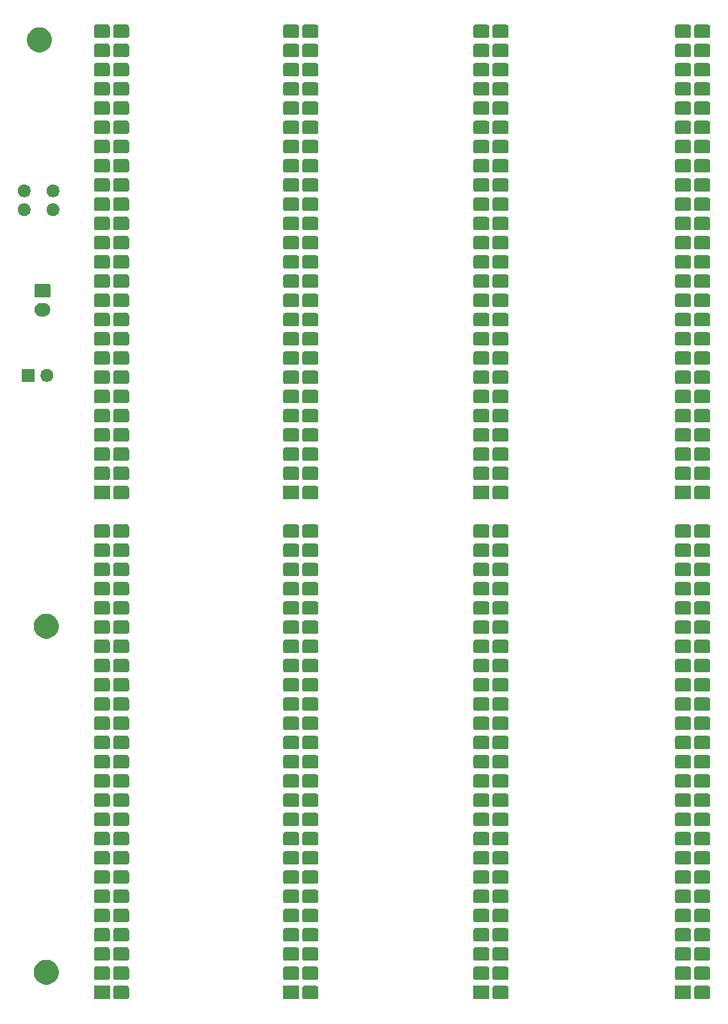
<source format=gbr>
G04 #@! TF.GenerationSoftware,KiCad,Pcbnew,5.0.2+dfsg1-1+deb10u1*
G04 #@! TF.CreationDate,2024-03-15T20:56:59+01:00*
G04 #@! TF.ProjectId,pet_expander,7065745f-6578-4706-916e-6465722e6b69,rev?*
G04 #@! TF.SameCoordinates,Original*
G04 #@! TF.FileFunction,Soldermask,Bot*
G04 #@! TF.FilePolarity,Negative*
%FSLAX46Y46*%
G04 Gerber Fmt 4.6, Leading zero omitted, Abs format (unit mm)*
G04 Created by KiCad (PCBNEW 5.0.2+dfsg1-1+deb10u1) date Fr 15 Mär 2024 20:56:59 CET*
%MOMM*%
%LPD*%
G01*
G04 APERTURE LIST*
%ADD10C,0.100000*%
G04 APERTURE END LIST*
D10*
G36*
X150614578Y-152904048D02*
X150687250Y-152926093D01*
X150754226Y-152961892D01*
X150812930Y-153010070D01*
X150861108Y-153068774D01*
X150896907Y-153135750D01*
X150918952Y-153208422D01*
X150927000Y-153290140D01*
X150927000Y-154303860D01*
X150918952Y-154385578D01*
X150896907Y-154458250D01*
X150861108Y-154525226D01*
X150812930Y-154583930D01*
X150754226Y-154632108D01*
X150687250Y-154667907D01*
X150614578Y-154689952D01*
X150532860Y-154698000D01*
X149187140Y-154698000D01*
X149105422Y-154689952D01*
X149032750Y-154667907D01*
X148965774Y-154632108D01*
X148907070Y-154583930D01*
X148858892Y-154525226D01*
X148823093Y-154458250D01*
X148801048Y-154385578D01*
X148793000Y-154303860D01*
X148793000Y-153290140D01*
X148801048Y-153208422D01*
X148823093Y-153135750D01*
X148858892Y-153068774D01*
X148907070Y-153010070D01*
X148965774Y-152961892D01*
X149032750Y-152926093D01*
X149105422Y-152904048D01*
X149187140Y-152896000D01*
X150532860Y-152896000D01*
X150614578Y-152904048D01*
X150614578Y-152904048D01*
G37*
G36*
X148387000Y-154698000D02*
X146253000Y-154698000D01*
X146253000Y-152896000D01*
X148387000Y-152896000D01*
X148387000Y-154698000D01*
X148387000Y-154698000D01*
G37*
G36*
X123944578Y-152904048D02*
X124017250Y-152926093D01*
X124084226Y-152961892D01*
X124142930Y-153010070D01*
X124191108Y-153068774D01*
X124226907Y-153135750D01*
X124248952Y-153208422D01*
X124257000Y-153290140D01*
X124257000Y-154303860D01*
X124248952Y-154385578D01*
X124226907Y-154458250D01*
X124191108Y-154525226D01*
X124142930Y-154583930D01*
X124084226Y-154632108D01*
X124017250Y-154667907D01*
X123944578Y-154689952D01*
X123862860Y-154698000D01*
X122517140Y-154698000D01*
X122435422Y-154689952D01*
X122362750Y-154667907D01*
X122295774Y-154632108D01*
X122237070Y-154583930D01*
X122188892Y-154525226D01*
X122153093Y-154458250D01*
X122131048Y-154385578D01*
X122123000Y-154303860D01*
X122123000Y-153290140D01*
X122131048Y-153208422D01*
X122153093Y-153135750D01*
X122188892Y-153068774D01*
X122237070Y-153010070D01*
X122295774Y-152961892D01*
X122362750Y-152926093D01*
X122435422Y-152904048D01*
X122517140Y-152896000D01*
X123862860Y-152896000D01*
X123944578Y-152904048D01*
X123944578Y-152904048D01*
G37*
G36*
X121717000Y-154698000D02*
X119583000Y-154698000D01*
X119583000Y-152896000D01*
X121717000Y-152896000D01*
X121717000Y-154698000D01*
X121717000Y-154698000D01*
G37*
G36*
X98798578Y-152904048D02*
X98871250Y-152926093D01*
X98938226Y-152961892D01*
X98996930Y-153010070D01*
X99045108Y-153068774D01*
X99080907Y-153135750D01*
X99102952Y-153208422D01*
X99111000Y-153290140D01*
X99111000Y-154303860D01*
X99102952Y-154385578D01*
X99080907Y-154458250D01*
X99045108Y-154525226D01*
X98996930Y-154583930D01*
X98938226Y-154632108D01*
X98871250Y-154667907D01*
X98798578Y-154689952D01*
X98716860Y-154698000D01*
X97371140Y-154698000D01*
X97289422Y-154689952D01*
X97216750Y-154667907D01*
X97149774Y-154632108D01*
X97091070Y-154583930D01*
X97042892Y-154525226D01*
X97007093Y-154458250D01*
X96985048Y-154385578D01*
X96977000Y-154303860D01*
X96977000Y-153290140D01*
X96985048Y-153208422D01*
X97007093Y-153135750D01*
X97042892Y-153068774D01*
X97091070Y-153010070D01*
X97149774Y-152961892D01*
X97216750Y-152926093D01*
X97289422Y-152904048D01*
X97371140Y-152896000D01*
X98716860Y-152896000D01*
X98798578Y-152904048D01*
X98798578Y-152904048D01*
G37*
G36*
X73779578Y-152904048D02*
X73852250Y-152926093D01*
X73919226Y-152961892D01*
X73977930Y-153010070D01*
X74026108Y-153068774D01*
X74061907Y-153135750D01*
X74083952Y-153208422D01*
X74092000Y-153290140D01*
X74092000Y-154303860D01*
X74083952Y-154385578D01*
X74061907Y-154458250D01*
X74026108Y-154525226D01*
X73977930Y-154583930D01*
X73919226Y-154632108D01*
X73852250Y-154667907D01*
X73779578Y-154689952D01*
X73697860Y-154698000D01*
X72352140Y-154698000D01*
X72270422Y-154689952D01*
X72197750Y-154667907D01*
X72130774Y-154632108D01*
X72072070Y-154583930D01*
X72023892Y-154525226D01*
X71988093Y-154458250D01*
X71966048Y-154385578D01*
X71958000Y-154303860D01*
X71958000Y-153290140D01*
X71966048Y-153208422D01*
X71988093Y-153135750D01*
X72023892Y-153068774D01*
X72072070Y-153010070D01*
X72130774Y-152961892D01*
X72197750Y-152926093D01*
X72270422Y-152904048D01*
X72352140Y-152896000D01*
X73697860Y-152896000D01*
X73779578Y-152904048D01*
X73779578Y-152904048D01*
G37*
G36*
X71552000Y-154698000D02*
X69418000Y-154698000D01*
X69418000Y-152896000D01*
X71552000Y-152896000D01*
X71552000Y-154698000D01*
X71552000Y-154698000D01*
G37*
G36*
X96571000Y-154698000D02*
X94437000Y-154698000D01*
X94437000Y-152896000D01*
X96571000Y-152896000D01*
X96571000Y-154698000D01*
X96571000Y-154698000D01*
G37*
G36*
X63494256Y-149521298D02*
X63600579Y-149542447D01*
X63901042Y-149666903D01*
X64167852Y-149845180D01*
X64171454Y-149847587D01*
X64401413Y-150077546D01*
X64401415Y-150077549D01*
X64582097Y-150347958D01*
X64656994Y-150528774D01*
X64706553Y-150648422D01*
X64770000Y-150967389D01*
X64770000Y-151292611D01*
X64706553Y-151611578D01*
X64582098Y-151912040D01*
X64401413Y-152182454D01*
X64171454Y-152412413D01*
X64171451Y-152412415D01*
X63901042Y-152593097D01*
X63600579Y-152717553D01*
X63494256Y-152738702D01*
X63281611Y-152781000D01*
X62956389Y-152781000D01*
X62743744Y-152738702D01*
X62637421Y-152717553D01*
X62336958Y-152593097D01*
X62066549Y-152412415D01*
X62066546Y-152412413D01*
X61836587Y-152182454D01*
X61655902Y-151912040D01*
X61531447Y-151611578D01*
X61468000Y-151292611D01*
X61468000Y-150967389D01*
X61531447Y-150648422D01*
X61581007Y-150528774D01*
X61655903Y-150347958D01*
X61836585Y-150077549D01*
X61836587Y-150077546D01*
X62066546Y-149847587D01*
X62070148Y-149845180D01*
X62336958Y-149666903D01*
X62637421Y-149542447D01*
X62743744Y-149521298D01*
X62956389Y-149479000D01*
X63281611Y-149479000D01*
X63494256Y-149521298D01*
X63494256Y-149521298D01*
G37*
G36*
X150614578Y-150364048D02*
X150687250Y-150386093D01*
X150754226Y-150421892D01*
X150812930Y-150470070D01*
X150861108Y-150528774D01*
X150896907Y-150595750D01*
X150918952Y-150668422D01*
X150927000Y-150750140D01*
X150927000Y-151763860D01*
X150918952Y-151845578D01*
X150896907Y-151918250D01*
X150861108Y-151985226D01*
X150812930Y-152043930D01*
X150754226Y-152092108D01*
X150687250Y-152127907D01*
X150614578Y-152149952D01*
X150532860Y-152158000D01*
X149187140Y-152158000D01*
X149105422Y-152149952D01*
X149032750Y-152127907D01*
X148965774Y-152092108D01*
X148907070Y-152043930D01*
X148858892Y-151985226D01*
X148823093Y-151918250D01*
X148801048Y-151845578D01*
X148793000Y-151763860D01*
X148793000Y-150750140D01*
X148801048Y-150668422D01*
X148823093Y-150595750D01*
X148858892Y-150528774D01*
X148907070Y-150470070D01*
X148965774Y-150421892D01*
X149032750Y-150386093D01*
X149105422Y-150364048D01*
X149187140Y-150356000D01*
X150532860Y-150356000D01*
X150614578Y-150364048D01*
X150614578Y-150364048D01*
G37*
G36*
X123944578Y-150364048D02*
X124017250Y-150386093D01*
X124084226Y-150421892D01*
X124142930Y-150470070D01*
X124191108Y-150528774D01*
X124226907Y-150595750D01*
X124248952Y-150668422D01*
X124257000Y-150750140D01*
X124257000Y-151763860D01*
X124248952Y-151845578D01*
X124226907Y-151918250D01*
X124191108Y-151985226D01*
X124142930Y-152043930D01*
X124084226Y-152092108D01*
X124017250Y-152127907D01*
X123944578Y-152149952D01*
X123862860Y-152158000D01*
X122517140Y-152158000D01*
X122435422Y-152149952D01*
X122362750Y-152127907D01*
X122295774Y-152092108D01*
X122237070Y-152043930D01*
X122188892Y-151985226D01*
X122153093Y-151918250D01*
X122131048Y-151845578D01*
X122123000Y-151763860D01*
X122123000Y-150750140D01*
X122131048Y-150668422D01*
X122153093Y-150595750D01*
X122188892Y-150528774D01*
X122237070Y-150470070D01*
X122295774Y-150421892D01*
X122362750Y-150386093D01*
X122435422Y-150364048D01*
X122517140Y-150356000D01*
X123862860Y-150356000D01*
X123944578Y-150364048D01*
X123944578Y-150364048D01*
G37*
G36*
X121404578Y-150364048D02*
X121477250Y-150386093D01*
X121544226Y-150421892D01*
X121602930Y-150470070D01*
X121651108Y-150528774D01*
X121686907Y-150595750D01*
X121708952Y-150668422D01*
X121717000Y-150750140D01*
X121717000Y-151763860D01*
X121708952Y-151845578D01*
X121686907Y-151918250D01*
X121651108Y-151985226D01*
X121602930Y-152043930D01*
X121544226Y-152092108D01*
X121477250Y-152127907D01*
X121404578Y-152149952D01*
X121322860Y-152158000D01*
X119977140Y-152158000D01*
X119895422Y-152149952D01*
X119822750Y-152127907D01*
X119755774Y-152092108D01*
X119697070Y-152043930D01*
X119648892Y-151985226D01*
X119613093Y-151918250D01*
X119591048Y-151845578D01*
X119583000Y-151763860D01*
X119583000Y-150750140D01*
X119591048Y-150668422D01*
X119613093Y-150595750D01*
X119648892Y-150528774D01*
X119697070Y-150470070D01*
X119755774Y-150421892D01*
X119822750Y-150386093D01*
X119895422Y-150364048D01*
X119977140Y-150356000D01*
X121322860Y-150356000D01*
X121404578Y-150364048D01*
X121404578Y-150364048D01*
G37*
G36*
X96258578Y-150364048D02*
X96331250Y-150386093D01*
X96398226Y-150421892D01*
X96456930Y-150470070D01*
X96505108Y-150528774D01*
X96540907Y-150595750D01*
X96562952Y-150668422D01*
X96571000Y-150750140D01*
X96571000Y-151763860D01*
X96562952Y-151845578D01*
X96540907Y-151918250D01*
X96505108Y-151985226D01*
X96456930Y-152043930D01*
X96398226Y-152092108D01*
X96331250Y-152127907D01*
X96258578Y-152149952D01*
X96176860Y-152158000D01*
X94831140Y-152158000D01*
X94749422Y-152149952D01*
X94676750Y-152127907D01*
X94609774Y-152092108D01*
X94551070Y-152043930D01*
X94502892Y-151985226D01*
X94467093Y-151918250D01*
X94445048Y-151845578D01*
X94437000Y-151763860D01*
X94437000Y-150750140D01*
X94445048Y-150668422D01*
X94467093Y-150595750D01*
X94502892Y-150528774D01*
X94551070Y-150470070D01*
X94609774Y-150421892D01*
X94676750Y-150386093D01*
X94749422Y-150364048D01*
X94831140Y-150356000D01*
X96176860Y-150356000D01*
X96258578Y-150364048D01*
X96258578Y-150364048D01*
G37*
G36*
X98798578Y-150364048D02*
X98871250Y-150386093D01*
X98938226Y-150421892D01*
X98996930Y-150470070D01*
X99045108Y-150528774D01*
X99080907Y-150595750D01*
X99102952Y-150668422D01*
X99111000Y-150750140D01*
X99111000Y-151763860D01*
X99102952Y-151845578D01*
X99080907Y-151918250D01*
X99045108Y-151985226D01*
X98996930Y-152043930D01*
X98938226Y-152092108D01*
X98871250Y-152127907D01*
X98798578Y-152149952D01*
X98716860Y-152158000D01*
X97371140Y-152158000D01*
X97289422Y-152149952D01*
X97216750Y-152127907D01*
X97149774Y-152092108D01*
X97091070Y-152043930D01*
X97042892Y-151985226D01*
X97007093Y-151918250D01*
X96985048Y-151845578D01*
X96977000Y-151763860D01*
X96977000Y-150750140D01*
X96985048Y-150668422D01*
X97007093Y-150595750D01*
X97042892Y-150528774D01*
X97091070Y-150470070D01*
X97149774Y-150421892D01*
X97216750Y-150386093D01*
X97289422Y-150364048D01*
X97371140Y-150356000D01*
X98716860Y-150356000D01*
X98798578Y-150364048D01*
X98798578Y-150364048D01*
G37*
G36*
X71239578Y-150364048D02*
X71312250Y-150386093D01*
X71379226Y-150421892D01*
X71437930Y-150470070D01*
X71486108Y-150528774D01*
X71521907Y-150595750D01*
X71543952Y-150668422D01*
X71552000Y-150750140D01*
X71552000Y-151763860D01*
X71543952Y-151845578D01*
X71521907Y-151918250D01*
X71486108Y-151985226D01*
X71437930Y-152043930D01*
X71379226Y-152092108D01*
X71312250Y-152127907D01*
X71239578Y-152149952D01*
X71157860Y-152158000D01*
X69812140Y-152158000D01*
X69730422Y-152149952D01*
X69657750Y-152127907D01*
X69590774Y-152092108D01*
X69532070Y-152043930D01*
X69483892Y-151985226D01*
X69448093Y-151918250D01*
X69426048Y-151845578D01*
X69418000Y-151763860D01*
X69418000Y-150750140D01*
X69426048Y-150668422D01*
X69448093Y-150595750D01*
X69483892Y-150528774D01*
X69532070Y-150470070D01*
X69590774Y-150421892D01*
X69657750Y-150386093D01*
X69730422Y-150364048D01*
X69812140Y-150356000D01*
X71157860Y-150356000D01*
X71239578Y-150364048D01*
X71239578Y-150364048D01*
G37*
G36*
X73779578Y-150364048D02*
X73852250Y-150386093D01*
X73919226Y-150421892D01*
X73977930Y-150470070D01*
X74026108Y-150528774D01*
X74061907Y-150595750D01*
X74083952Y-150668422D01*
X74092000Y-150750140D01*
X74092000Y-151763860D01*
X74083952Y-151845578D01*
X74061907Y-151918250D01*
X74026108Y-151985226D01*
X73977930Y-152043930D01*
X73919226Y-152092108D01*
X73852250Y-152127907D01*
X73779578Y-152149952D01*
X73697860Y-152158000D01*
X72352140Y-152158000D01*
X72270422Y-152149952D01*
X72197750Y-152127907D01*
X72130774Y-152092108D01*
X72072070Y-152043930D01*
X72023892Y-151985226D01*
X71988093Y-151918250D01*
X71966048Y-151845578D01*
X71958000Y-151763860D01*
X71958000Y-150750140D01*
X71966048Y-150668422D01*
X71988093Y-150595750D01*
X72023892Y-150528774D01*
X72072070Y-150470070D01*
X72130774Y-150421892D01*
X72197750Y-150386093D01*
X72270422Y-150364048D01*
X72352140Y-150356000D01*
X73697860Y-150356000D01*
X73779578Y-150364048D01*
X73779578Y-150364048D01*
G37*
G36*
X148074578Y-150364048D02*
X148147250Y-150386093D01*
X148214226Y-150421892D01*
X148272930Y-150470070D01*
X148321108Y-150528774D01*
X148356907Y-150595750D01*
X148378952Y-150668422D01*
X148387000Y-150750140D01*
X148387000Y-151763860D01*
X148378952Y-151845578D01*
X148356907Y-151918250D01*
X148321108Y-151985226D01*
X148272930Y-152043930D01*
X148214226Y-152092108D01*
X148147250Y-152127907D01*
X148074578Y-152149952D01*
X147992860Y-152158000D01*
X146647140Y-152158000D01*
X146565422Y-152149952D01*
X146492750Y-152127907D01*
X146425774Y-152092108D01*
X146367070Y-152043930D01*
X146318892Y-151985226D01*
X146283093Y-151918250D01*
X146261048Y-151845578D01*
X146253000Y-151763860D01*
X146253000Y-150750140D01*
X146261048Y-150668422D01*
X146283093Y-150595750D01*
X146318892Y-150528774D01*
X146367070Y-150470070D01*
X146425774Y-150421892D01*
X146492750Y-150386093D01*
X146565422Y-150364048D01*
X146647140Y-150356000D01*
X147992860Y-150356000D01*
X148074578Y-150364048D01*
X148074578Y-150364048D01*
G37*
G36*
X96258578Y-147824048D02*
X96331250Y-147846093D01*
X96398226Y-147881892D01*
X96456930Y-147930070D01*
X96505108Y-147988774D01*
X96540907Y-148055750D01*
X96562952Y-148128422D01*
X96571000Y-148210140D01*
X96571000Y-149223860D01*
X96562952Y-149305578D01*
X96540907Y-149378250D01*
X96505108Y-149445226D01*
X96456930Y-149503930D01*
X96398226Y-149552108D01*
X96331250Y-149587907D01*
X96258578Y-149609952D01*
X96176860Y-149618000D01*
X94831140Y-149618000D01*
X94749422Y-149609952D01*
X94676750Y-149587907D01*
X94609774Y-149552108D01*
X94551070Y-149503930D01*
X94502892Y-149445226D01*
X94467093Y-149378250D01*
X94445048Y-149305578D01*
X94437000Y-149223860D01*
X94437000Y-148210140D01*
X94445048Y-148128422D01*
X94467093Y-148055750D01*
X94502892Y-147988774D01*
X94551070Y-147930070D01*
X94609774Y-147881892D01*
X94676750Y-147846093D01*
X94749422Y-147824048D01*
X94831140Y-147816000D01*
X96176860Y-147816000D01*
X96258578Y-147824048D01*
X96258578Y-147824048D01*
G37*
G36*
X150614578Y-147824048D02*
X150687250Y-147846093D01*
X150754226Y-147881892D01*
X150812930Y-147930070D01*
X150861108Y-147988774D01*
X150896907Y-148055750D01*
X150918952Y-148128422D01*
X150927000Y-148210140D01*
X150927000Y-149223860D01*
X150918952Y-149305578D01*
X150896907Y-149378250D01*
X150861108Y-149445226D01*
X150812930Y-149503930D01*
X150754226Y-149552108D01*
X150687250Y-149587907D01*
X150614578Y-149609952D01*
X150532860Y-149618000D01*
X149187140Y-149618000D01*
X149105422Y-149609952D01*
X149032750Y-149587907D01*
X148965774Y-149552108D01*
X148907070Y-149503930D01*
X148858892Y-149445226D01*
X148823093Y-149378250D01*
X148801048Y-149305578D01*
X148793000Y-149223860D01*
X148793000Y-148210140D01*
X148801048Y-148128422D01*
X148823093Y-148055750D01*
X148858892Y-147988774D01*
X148907070Y-147930070D01*
X148965774Y-147881892D01*
X149032750Y-147846093D01*
X149105422Y-147824048D01*
X149187140Y-147816000D01*
X150532860Y-147816000D01*
X150614578Y-147824048D01*
X150614578Y-147824048D01*
G37*
G36*
X148074578Y-147824048D02*
X148147250Y-147846093D01*
X148214226Y-147881892D01*
X148272930Y-147930070D01*
X148321108Y-147988774D01*
X148356907Y-148055750D01*
X148378952Y-148128422D01*
X148387000Y-148210140D01*
X148387000Y-149223860D01*
X148378952Y-149305578D01*
X148356907Y-149378250D01*
X148321108Y-149445226D01*
X148272930Y-149503930D01*
X148214226Y-149552108D01*
X148147250Y-149587907D01*
X148074578Y-149609952D01*
X147992860Y-149618000D01*
X146647140Y-149618000D01*
X146565422Y-149609952D01*
X146492750Y-149587907D01*
X146425774Y-149552108D01*
X146367070Y-149503930D01*
X146318892Y-149445226D01*
X146283093Y-149378250D01*
X146261048Y-149305578D01*
X146253000Y-149223860D01*
X146253000Y-148210140D01*
X146261048Y-148128422D01*
X146283093Y-148055750D01*
X146318892Y-147988774D01*
X146367070Y-147930070D01*
X146425774Y-147881892D01*
X146492750Y-147846093D01*
X146565422Y-147824048D01*
X146647140Y-147816000D01*
X147992860Y-147816000D01*
X148074578Y-147824048D01*
X148074578Y-147824048D01*
G37*
G36*
X98798578Y-147824048D02*
X98871250Y-147846093D01*
X98938226Y-147881892D01*
X98996930Y-147930070D01*
X99045108Y-147988774D01*
X99080907Y-148055750D01*
X99102952Y-148128422D01*
X99111000Y-148210140D01*
X99111000Y-149223860D01*
X99102952Y-149305578D01*
X99080907Y-149378250D01*
X99045108Y-149445226D01*
X98996930Y-149503930D01*
X98938226Y-149552108D01*
X98871250Y-149587907D01*
X98798578Y-149609952D01*
X98716860Y-149618000D01*
X97371140Y-149618000D01*
X97289422Y-149609952D01*
X97216750Y-149587907D01*
X97149774Y-149552108D01*
X97091070Y-149503930D01*
X97042892Y-149445226D01*
X97007093Y-149378250D01*
X96985048Y-149305578D01*
X96977000Y-149223860D01*
X96977000Y-148210140D01*
X96985048Y-148128422D01*
X97007093Y-148055750D01*
X97042892Y-147988774D01*
X97091070Y-147930070D01*
X97149774Y-147881892D01*
X97216750Y-147846093D01*
X97289422Y-147824048D01*
X97371140Y-147816000D01*
X98716860Y-147816000D01*
X98798578Y-147824048D01*
X98798578Y-147824048D01*
G37*
G36*
X121404578Y-147824048D02*
X121477250Y-147846093D01*
X121544226Y-147881892D01*
X121602930Y-147930070D01*
X121651108Y-147988774D01*
X121686907Y-148055750D01*
X121708952Y-148128422D01*
X121717000Y-148210140D01*
X121717000Y-149223860D01*
X121708952Y-149305578D01*
X121686907Y-149378250D01*
X121651108Y-149445226D01*
X121602930Y-149503930D01*
X121544226Y-149552108D01*
X121477250Y-149587907D01*
X121404578Y-149609952D01*
X121322860Y-149618000D01*
X119977140Y-149618000D01*
X119895422Y-149609952D01*
X119822750Y-149587907D01*
X119755774Y-149552108D01*
X119697070Y-149503930D01*
X119648892Y-149445226D01*
X119613093Y-149378250D01*
X119591048Y-149305578D01*
X119583000Y-149223860D01*
X119583000Y-148210140D01*
X119591048Y-148128422D01*
X119613093Y-148055750D01*
X119648892Y-147988774D01*
X119697070Y-147930070D01*
X119755774Y-147881892D01*
X119822750Y-147846093D01*
X119895422Y-147824048D01*
X119977140Y-147816000D01*
X121322860Y-147816000D01*
X121404578Y-147824048D01*
X121404578Y-147824048D01*
G37*
G36*
X73779578Y-147824048D02*
X73852250Y-147846093D01*
X73919226Y-147881892D01*
X73977930Y-147930070D01*
X74026108Y-147988774D01*
X74061907Y-148055750D01*
X74083952Y-148128422D01*
X74092000Y-148210140D01*
X74092000Y-149223860D01*
X74083952Y-149305578D01*
X74061907Y-149378250D01*
X74026108Y-149445226D01*
X73977930Y-149503930D01*
X73919226Y-149552108D01*
X73852250Y-149587907D01*
X73779578Y-149609952D01*
X73697860Y-149618000D01*
X72352140Y-149618000D01*
X72270422Y-149609952D01*
X72197750Y-149587907D01*
X72130774Y-149552108D01*
X72072070Y-149503930D01*
X72023892Y-149445226D01*
X71988093Y-149378250D01*
X71966048Y-149305578D01*
X71958000Y-149223860D01*
X71958000Y-148210140D01*
X71966048Y-148128422D01*
X71988093Y-148055750D01*
X72023892Y-147988774D01*
X72072070Y-147930070D01*
X72130774Y-147881892D01*
X72197750Y-147846093D01*
X72270422Y-147824048D01*
X72352140Y-147816000D01*
X73697860Y-147816000D01*
X73779578Y-147824048D01*
X73779578Y-147824048D01*
G37*
G36*
X123944578Y-147824048D02*
X124017250Y-147846093D01*
X124084226Y-147881892D01*
X124142930Y-147930070D01*
X124191108Y-147988774D01*
X124226907Y-148055750D01*
X124248952Y-148128422D01*
X124257000Y-148210140D01*
X124257000Y-149223860D01*
X124248952Y-149305578D01*
X124226907Y-149378250D01*
X124191108Y-149445226D01*
X124142930Y-149503930D01*
X124084226Y-149552108D01*
X124017250Y-149587907D01*
X123944578Y-149609952D01*
X123862860Y-149618000D01*
X122517140Y-149618000D01*
X122435422Y-149609952D01*
X122362750Y-149587907D01*
X122295774Y-149552108D01*
X122237070Y-149503930D01*
X122188892Y-149445226D01*
X122153093Y-149378250D01*
X122131048Y-149305578D01*
X122123000Y-149223860D01*
X122123000Y-148210140D01*
X122131048Y-148128422D01*
X122153093Y-148055750D01*
X122188892Y-147988774D01*
X122237070Y-147930070D01*
X122295774Y-147881892D01*
X122362750Y-147846093D01*
X122435422Y-147824048D01*
X122517140Y-147816000D01*
X123862860Y-147816000D01*
X123944578Y-147824048D01*
X123944578Y-147824048D01*
G37*
G36*
X71239578Y-147824048D02*
X71312250Y-147846093D01*
X71379226Y-147881892D01*
X71437930Y-147930070D01*
X71486108Y-147988774D01*
X71521907Y-148055750D01*
X71543952Y-148128422D01*
X71552000Y-148210140D01*
X71552000Y-149223860D01*
X71543952Y-149305578D01*
X71521907Y-149378250D01*
X71486108Y-149445226D01*
X71437930Y-149503930D01*
X71379226Y-149552108D01*
X71312250Y-149587907D01*
X71239578Y-149609952D01*
X71157860Y-149618000D01*
X69812140Y-149618000D01*
X69730422Y-149609952D01*
X69657750Y-149587907D01*
X69590774Y-149552108D01*
X69532070Y-149503930D01*
X69483892Y-149445226D01*
X69448093Y-149378250D01*
X69426048Y-149305578D01*
X69418000Y-149223860D01*
X69418000Y-148210140D01*
X69426048Y-148128422D01*
X69448093Y-148055750D01*
X69483892Y-147988774D01*
X69532070Y-147930070D01*
X69590774Y-147881892D01*
X69657750Y-147846093D01*
X69730422Y-147824048D01*
X69812140Y-147816000D01*
X71157860Y-147816000D01*
X71239578Y-147824048D01*
X71239578Y-147824048D01*
G37*
G36*
X148074578Y-145284048D02*
X148147250Y-145306093D01*
X148214226Y-145341892D01*
X148272930Y-145390070D01*
X148321108Y-145448774D01*
X148356907Y-145515750D01*
X148378952Y-145588422D01*
X148387000Y-145670140D01*
X148387000Y-146683860D01*
X148378952Y-146765578D01*
X148356907Y-146838250D01*
X148321108Y-146905226D01*
X148272930Y-146963930D01*
X148214226Y-147012108D01*
X148147250Y-147047907D01*
X148074578Y-147069952D01*
X147992860Y-147078000D01*
X146647140Y-147078000D01*
X146565422Y-147069952D01*
X146492750Y-147047907D01*
X146425774Y-147012108D01*
X146367070Y-146963930D01*
X146318892Y-146905226D01*
X146283093Y-146838250D01*
X146261048Y-146765578D01*
X146253000Y-146683860D01*
X146253000Y-145670140D01*
X146261048Y-145588422D01*
X146283093Y-145515750D01*
X146318892Y-145448774D01*
X146367070Y-145390070D01*
X146425774Y-145341892D01*
X146492750Y-145306093D01*
X146565422Y-145284048D01*
X146647140Y-145276000D01*
X147992860Y-145276000D01*
X148074578Y-145284048D01*
X148074578Y-145284048D01*
G37*
G36*
X150614578Y-145284048D02*
X150687250Y-145306093D01*
X150754226Y-145341892D01*
X150812930Y-145390070D01*
X150861108Y-145448774D01*
X150896907Y-145515750D01*
X150918952Y-145588422D01*
X150927000Y-145670140D01*
X150927000Y-146683860D01*
X150918952Y-146765578D01*
X150896907Y-146838250D01*
X150861108Y-146905226D01*
X150812930Y-146963930D01*
X150754226Y-147012108D01*
X150687250Y-147047907D01*
X150614578Y-147069952D01*
X150532860Y-147078000D01*
X149187140Y-147078000D01*
X149105422Y-147069952D01*
X149032750Y-147047907D01*
X148965774Y-147012108D01*
X148907070Y-146963930D01*
X148858892Y-146905226D01*
X148823093Y-146838250D01*
X148801048Y-146765578D01*
X148793000Y-146683860D01*
X148793000Y-145670140D01*
X148801048Y-145588422D01*
X148823093Y-145515750D01*
X148858892Y-145448774D01*
X148907070Y-145390070D01*
X148965774Y-145341892D01*
X149032750Y-145306093D01*
X149105422Y-145284048D01*
X149187140Y-145276000D01*
X150532860Y-145276000D01*
X150614578Y-145284048D01*
X150614578Y-145284048D01*
G37*
G36*
X73779578Y-145284048D02*
X73852250Y-145306093D01*
X73919226Y-145341892D01*
X73977930Y-145390070D01*
X74026108Y-145448774D01*
X74061907Y-145515750D01*
X74083952Y-145588422D01*
X74092000Y-145670140D01*
X74092000Y-146683860D01*
X74083952Y-146765578D01*
X74061907Y-146838250D01*
X74026108Y-146905226D01*
X73977930Y-146963930D01*
X73919226Y-147012108D01*
X73852250Y-147047907D01*
X73779578Y-147069952D01*
X73697860Y-147078000D01*
X72352140Y-147078000D01*
X72270422Y-147069952D01*
X72197750Y-147047907D01*
X72130774Y-147012108D01*
X72072070Y-146963930D01*
X72023892Y-146905226D01*
X71988093Y-146838250D01*
X71966048Y-146765578D01*
X71958000Y-146683860D01*
X71958000Y-145670140D01*
X71966048Y-145588422D01*
X71988093Y-145515750D01*
X72023892Y-145448774D01*
X72072070Y-145390070D01*
X72130774Y-145341892D01*
X72197750Y-145306093D01*
X72270422Y-145284048D01*
X72352140Y-145276000D01*
X73697860Y-145276000D01*
X73779578Y-145284048D01*
X73779578Y-145284048D01*
G37*
G36*
X71239578Y-145284048D02*
X71312250Y-145306093D01*
X71379226Y-145341892D01*
X71437930Y-145390070D01*
X71486108Y-145448774D01*
X71521907Y-145515750D01*
X71543952Y-145588422D01*
X71552000Y-145670140D01*
X71552000Y-146683860D01*
X71543952Y-146765578D01*
X71521907Y-146838250D01*
X71486108Y-146905226D01*
X71437930Y-146963930D01*
X71379226Y-147012108D01*
X71312250Y-147047907D01*
X71239578Y-147069952D01*
X71157860Y-147078000D01*
X69812140Y-147078000D01*
X69730422Y-147069952D01*
X69657750Y-147047907D01*
X69590774Y-147012108D01*
X69532070Y-146963930D01*
X69483892Y-146905226D01*
X69448093Y-146838250D01*
X69426048Y-146765578D01*
X69418000Y-146683860D01*
X69418000Y-145670140D01*
X69426048Y-145588422D01*
X69448093Y-145515750D01*
X69483892Y-145448774D01*
X69532070Y-145390070D01*
X69590774Y-145341892D01*
X69657750Y-145306093D01*
X69730422Y-145284048D01*
X69812140Y-145276000D01*
X71157860Y-145276000D01*
X71239578Y-145284048D01*
X71239578Y-145284048D01*
G37*
G36*
X121404578Y-145284048D02*
X121477250Y-145306093D01*
X121544226Y-145341892D01*
X121602930Y-145390070D01*
X121651108Y-145448774D01*
X121686907Y-145515750D01*
X121708952Y-145588422D01*
X121717000Y-145670140D01*
X121717000Y-146683860D01*
X121708952Y-146765578D01*
X121686907Y-146838250D01*
X121651108Y-146905226D01*
X121602930Y-146963930D01*
X121544226Y-147012108D01*
X121477250Y-147047907D01*
X121404578Y-147069952D01*
X121322860Y-147078000D01*
X119977140Y-147078000D01*
X119895422Y-147069952D01*
X119822750Y-147047907D01*
X119755774Y-147012108D01*
X119697070Y-146963930D01*
X119648892Y-146905226D01*
X119613093Y-146838250D01*
X119591048Y-146765578D01*
X119583000Y-146683860D01*
X119583000Y-145670140D01*
X119591048Y-145588422D01*
X119613093Y-145515750D01*
X119648892Y-145448774D01*
X119697070Y-145390070D01*
X119755774Y-145341892D01*
X119822750Y-145306093D01*
X119895422Y-145284048D01*
X119977140Y-145276000D01*
X121322860Y-145276000D01*
X121404578Y-145284048D01*
X121404578Y-145284048D01*
G37*
G36*
X123944578Y-145284048D02*
X124017250Y-145306093D01*
X124084226Y-145341892D01*
X124142930Y-145390070D01*
X124191108Y-145448774D01*
X124226907Y-145515750D01*
X124248952Y-145588422D01*
X124257000Y-145670140D01*
X124257000Y-146683860D01*
X124248952Y-146765578D01*
X124226907Y-146838250D01*
X124191108Y-146905226D01*
X124142930Y-146963930D01*
X124084226Y-147012108D01*
X124017250Y-147047907D01*
X123944578Y-147069952D01*
X123862860Y-147078000D01*
X122517140Y-147078000D01*
X122435422Y-147069952D01*
X122362750Y-147047907D01*
X122295774Y-147012108D01*
X122237070Y-146963930D01*
X122188892Y-146905226D01*
X122153093Y-146838250D01*
X122131048Y-146765578D01*
X122123000Y-146683860D01*
X122123000Y-145670140D01*
X122131048Y-145588422D01*
X122153093Y-145515750D01*
X122188892Y-145448774D01*
X122237070Y-145390070D01*
X122295774Y-145341892D01*
X122362750Y-145306093D01*
X122435422Y-145284048D01*
X122517140Y-145276000D01*
X123862860Y-145276000D01*
X123944578Y-145284048D01*
X123944578Y-145284048D01*
G37*
G36*
X98798578Y-145284048D02*
X98871250Y-145306093D01*
X98938226Y-145341892D01*
X98996930Y-145390070D01*
X99045108Y-145448774D01*
X99080907Y-145515750D01*
X99102952Y-145588422D01*
X99111000Y-145670140D01*
X99111000Y-146683860D01*
X99102952Y-146765578D01*
X99080907Y-146838250D01*
X99045108Y-146905226D01*
X98996930Y-146963930D01*
X98938226Y-147012108D01*
X98871250Y-147047907D01*
X98798578Y-147069952D01*
X98716860Y-147078000D01*
X97371140Y-147078000D01*
X97289422Y-147069952D01*
X97216750Y-147047907D01*
X97149774Y-147012108D01*
X97091070Y-146963930D01*
X97042892Y-146905226D01*
X97007093Y-146838250D01*
X96985048Y-146765578D01*
X96977000Y-146683860D01*
X96977000Y-145670140D01*
X96985048Y-145588422D01*
X97007093Y-145515750D01*
X97042892Y-145448774D01*
X97091070Y-145390070D01*
X97149774Y-145341892D01*
X97216750Y-145306093D01*
X97289422Y-145284048D01*
X97371140Y-145276000D01*
X98716860Y-145276000D01*
X98798578Y-145284048D01*
X98798578Y-145284048D01*
G37*
G36*
X96258578Y-145284048D02*
X96331250Y-145306093D01*
X96398226Y-145341892D01*
X96456930Y-145390070D01*
X96505108Y-145448774D01*
X96540907Y-145515750D01*
X96562952Y-145588422D01*
X96571000Y-145670140D01*
X96571000Y-146683860D01*
X96562952Y-146765578D01*
X96540907Y-146838250D01*
X96505108Y-146905226D01*
X96456930Y-146963930D01*
X96398226Y-147012108D01*
X96331250Y-147047907D01*
X96258578Y-147069952D01*
X96176860Y-147078000D01*
X94831140Y-147078000D01*
X94749422Y-147069952D01*
X94676750Y-147047907D01*
X94609774Y-147012108D01*
X94551070Y-146963930D01*
X94502892Y-146905226D01*
X94467093Y-146838250D01*
X94445048Y-146765578D01*
X94437000Y-146683860D01*
X94437000Y-145670140D01*
X94445048Y-145588422D01*
X94467093Y-145515750D01*
X94502892Y-145448774D01*
X94551070Y-145390070D01*
X94609774Y-145341892D01*
X94676750Y-145306093D01*
X94749422Y-145284048D01*
X94831140Y-145276000D01*
X96176860Y-145276000D01*
X96258578Y-145284048D01*
X96258578Y-145284048D01*
G37*
G36*
X123944578Y-142744048D02*
X124017250Y-142766093D01*
X124084226Y-142801892D01*
X124142930Y-142850070D01*
X124191108Y-142908774D01*
X124226907Y-142975750D01*
X124248952Y-143048422D01*
X124257000Y-143130140D01*
X124257000Y-144143860D01*
X124248952Y-144225578D01*
X124226907Y-144298250D01*
X124191108Y-144365226D01*
X124142930Y-144423930D01*
X124084226Y-144472108D01*
X124017250Y-144507907D01*
X123944578Y-144529952D01*
X123862860Y-144538000D01*
X122517140Y-144538000D01*
X122435422Y-144529952D01*
X122362750Y-144507907D01*
X122295774Y-144472108D01*
X122237070Y-144423930D01*
X122188892Y-144365226D01*
X122153093Y-144298250D01*
X122131048Y-144225578D01*
X122123000Y-144143860D01*
X122123000Y-143130140D01*
X122131048Y-143048422D01*
X122153093Y-142975750D01*
X122188892Y-142908774D01*
X122237070Y-142850070D01*
X122295774Y-142801892D01*
X122362750Y-142766093D01*
X122435422Y-142744048D01*
X122517140Y-142736000D01*
X123862860Y-142736000D01*
X123944578Y-142744048D01*
X123944578Y-142744048D01*
G37*
G36*
X150614578Y-142744048D02*
X150687250Y-142766093D01*
X150754226Y-142801892D01*
X150812930Y-142850070D01*
X150861108Y-142908774D01*
X150896907Y-142975750D01*
X150918952Y-143048422D01*
X150927000Y-143130140D01*
X150927000Y-144143860D01*
X150918952Y-144225578D01*
X150896907Y-144298250D01*
X150861108Y-144365226D01*
X150812930Y-144423930D01*
X150754226Y-144472108D01*
X150687250Y-144507907D01*
X150614578Y-144529952D01*
X150532860Y-144538000D01*
X149187140Y-144538000D01*
X149105422Y-144529952D01*
X149032750Y-144507907D01*
X148965774Y-144472108D01*
X148907070Y-144423930D01*
X148858892Y-144365226D01*
X148823093Y-144298250D01*
X148801048Y-144225578D01*
X148793000Y-144143860D01*
X148793000Y-143130140D01*
X148801048Y-143048422D01*
X148823093Y-142975750D01*
X148858892Y-142908774D01*
X148907070Y-142850070D01*
X148965774Y-142801892D01*
X149032750Y-142766093D01*
X149105422Y-142744048D01*
X149187140Y-142736000D01*
X150532860Y-142736000D01*
X150614578Y-142744048D01*
X150614578Y-142744048D01*
G37*
G36*
X148074578Y-142744048D02*
X148147250Y-142766093D01*
X148214226Y-142801892D01*
X148272930Y-142850070D01*
X148321108Y-142908774D01*
X148356907Y-142975750D01*
X148378952Y-143048422D01*
X148387000Y-143130140D01*
X148387000Y-144143860D01*
X148378952Y-144225578D01*
X148356907Y-144298250D01*
X148321108Y-144365226D01*
X148272930Y-144423930D01*
X148214226Y-144472108D01*
X148147250Y-144507907D01*
X148074578Y-144529952D01*
X147992860Y-144538000D01*
X146647140Y-144538000D01*
X146565422Y-144529952D01*
X146492750Y-144507907D01*
X146425774Y-144472108D01*
X146367070Y-144423930D01*
X146318892Y-144365226D01*
X146283093Y-144298250D01*
X146261048Y-144225578D01*
X146253000Y-144143860D01*
X146253000Y-143130140D01*
X146261048Y-143048422D01*
X146283093Y-142975750D01*
X146318892Y-142908774D01*
X146367070Y-142850070D01*
X146425774Y-142801892D01*
X146492750Y-142766093D01*
X146565422Y-142744048D01*
X146647140Y-142736000D01*
X147992860Y-142736000D01*
X148074578Y-142744048D01*
X148074578Y-142744048D01*
G37*
G36*
X73779578Y-142744048D02*
X73852250Y-142766093D01*
X73919226Y-142801892D01*
X73977930Y-142850070D01*
X74026108Y-142908774D01*
X74061907Y-142975750D01*
X74083952Y-143048422D01*
X74092000Y-143130140D01*
X74092000Y-144143860D01*
X74083952Y-144225578D01*
X74061907Y-144298250D01*
X74026108Y-144365226D01*
X73977930Y-144423930D01*
X73919226Y-144472108D01*
X73852250Y-144507907D01*
X73779578Y-144529952D01*
X73697860Y-144538000D01*
X72352140Y-144538000D01*
X72270422Y-144529952D01*
X72197750Y-144507907D01*
X72130774Y-144472108D01*
X72072070Y-144423930D01*
X72023892Y-144365226D01*
X71988093Y-144298250D01*
X71966048Y-144225578D01*
X71958000Y-144143860D01*
X71958000Y-143130140D01*
X71966048Y-143048422D01*
X71988093Y-142975750D01*
X72023892Y-142908774D01*
X72072070Y-142850070D01*
X72130774Y-142801892D01*
X72197750Y-142766093D01*
X72270422Y-142744048D01*
X72352140Y-142736000D01*
X73697860Y-142736000D01*
X73779578Y-142744048D01*
X73779578Y-142744048D01*
G37*
G36*
X96258578Y-142744048D02*
X96331250Y-142766093D01*
X96398226Y-142801892D01*
X96456930Y-142850070D01*
X96505108Y-142908774D01*
X96540907Y-142975750D01*
X96562952Y-143048422D01*
X96571000Y-143130140D01*
X96571000Y-144143860D01*
X96562952Y-144225578D01*
X96540907Y-144298250D01*
X96505108Y-144365226D01*
X96456930Y-144423930D01*
X96398226Y-144472108D01*
X96331250Y-144507907D01*
X96258578Y-144529952D01*
X96176860Y-144538000D01*
X94831140Y-144538000D01*
X94749422Y-144529952D01*
X94676750Y-144507907D01*
X94609774Y-144472108D01*
X94551070Y-144423930D01*
X94502892Y-144365226D01*
X94467093Y-144298250D01*
X94445048Y-144225578D01*
X94437000Y-144143860D01*
X94437000Y-143130140D01*
X94445048Y-143048422D01*
X94467093Y-142975750D01*
X94502892Y-142908774D01*
X94551070Y-142850070D01*
X94609774Y-142801892D01*
X94676750Y-142766093D01*
X94749422Y-142744048D01*
X94831140Y-142736000D01*
X96176860Y-142736000D01*
X96258578Y-142744048D01*
X96258578Y-142744048D01*
G37*
G36*
X121404578Y-142744048D02*
X121477250Y-142766093D01*
X121544226Y-142801892D01*
X121602930Y-142850070D01*
X121651108Y-142908774D01*
X121686907Y-142975750D01*
X121708952Y-143048422D01*
X121717000Y-143130140D01*
X121717000Y-144143860D01*
X121708952Y-144225578D01*
X121686907Y-144298250D01*
X121651108Y-144365226D01*
X121602930Y-144423930D01*
X121544226Y-144472108D01*
X121477250Y-144507907D01*
X121404578Y-144529952D01*
X121322860Y-144538000D01*
X119977140Y-144538000D01*
X119895422Y-144529952D01*
X119822750Y-144507907D01*
X119755774Y-144472108D01*
X119697070Y-144423930D01*
X119648892Y-144365226D01*
X119613093Y-144298250D01*
X119591048Y-144225578D01*
X119583000Y-144143860D01*
X119583000Y-143130140D01*
X119591048Y-143048422D01*
X119613093Y-142975750D01*
X119648892Y-142908774D01*
X119697070Y-142850070D01*
X119755774Y-142801892D01*
X119822750Y-142766093D01*
X119895422Y-142744048D01*
X119977140Y-142736000D01*
X121322860Y-142736000D01*
X121404578Y-142744048D01*
X121404578Y-142744048D01*
G37*
G36*
X71239578Y-142744048D02*
X71312250Y-142766093D01*
X71379226Y-142801892D01*
X71437930Y-142850070D01*
X71486108Y-142908774D01*
X71521907Y-142975750D01*
X71543952Y-143048422D01*
X71552000Y-143130140D01*
X71552000Y-144143860D01*
X71543952Y-144225578D01*
X71521907Y-144298250D01*
X71486108Y-144365226D01*
X71437930Y-144423930D01*
X71379226Y-144472108D01*
X71312250Y-144507907D01*
X71239578Y-144529952D01*
X71157860Y-144538000D01*
X69812140Y-144538000D01*
X69730422Y-144529952D01*
X69657750Y-144507907D01*
X69590774Y-144472108D01*
X69532070Y-144423930D01*
X69483892Y-144365226D01*
X69448093Y-144298250D01*
X69426048Y-144225578D01*
X69418000Y-144143860D01*
X69418000Y-143130140D01*
X69426048Y-143048422D01*
X69448093Y-142975750D01*
X69483892Y-142908774D01*
X69532070Y-142850070D01*
X69590774Y-142801892D01*
X69657750Y-142766093D01*
X69730422Y-142744048D01*
X69812140Y-142736000D01*
X71157860Y-142736000D01*
X71239578Y-142744048D01*
X71239578Y-142744048D01*
G37*
G36*
X98798578Y-142744048D02*
X98871250Y-142766093D01*
X98938226Y-142801892D01*
X98996930Y-142850070D01*
X99045108Y-142908774D01*
X99080907Y-142975750D01*
X99102952Y-143048422D01*
X99111000Y-143130140D01*
X99111000Y-144143860D01*
X99102952Y-144225578D01*
X99080907Y-144298250D01*
X99045108Y-144365226D01*
X98996930Y-144423930D01*
X98938226Y-144472108D01*
X98871250Y-144507907D01*
X98798578Y-144529952D01*
X98716860Y-144538000D01*
X97371140Y-144538000D01*
X97289422Y-144529952D01*
X97216750Y-144507907D01*
X97149774Y-144472108D01*
X97091070Y-144423930D01*
X97042892Y-144365226D01*
X97007093Y-144298250D01*
X96985048Y-144225578D01*
X96977000Y-144143860D01*
X96977000Y-143130140D01*
X96985048Y-143048422D01*
X97007093Y-142975750D01*
X97042892Y-142908774D01*
X97091070Y-142850070D01*
X97149774Y-142801892D01*
X97216750Y-142766093D01*
X97289422Y-142744048D01*
X97371140Y-142736000D01*
X98716860Y-142736000D01*
X98798578Y-142744048D01*
X98798578Y-142744048D01*
G37*
G36*
X96258578Y-140204048D02*
X96331250Y-140226093D01*
X96398226Y-140261892D01*
X96456930Y-140310070D01*
X96505108Y-140368774D01*
X96540907Y-140435750D01*
X96562952Y-140508422D01*
X96571000Y-140590140D01*
X96571000Y-141603860D01*
X96562952Y-141685578D01*
X96540907Y-141758250D01*
X96505108Y-141825226D01*
X96456930Y-141883930D01*
X96398226Y-141932108D01*
X96331250Y-141967907D01*
X96258578Y-141989952D01*
X96176860Y-141998000D01*
X94831140Y-141998000D01*
X94749422Y-141989952D01*
X94676750Y-141967907D01*
X94609774Y-141932108D01*
X94551070Y-141883930D01*
X94502892Y-141825226D01*
X94467093Y-141758250D01*
X94445048Y-141685578D01*
X94437000Y-141603860D01*
X94437000Y-140590140D01*
X94445048Y-140508422D01*
X94467093Y-140435750D01*
X94502892Y-140368774D01*
X94551070Y-140310070D01*
X94609774Y-140261892D01*
X94676750Y-140226093D01*
X94749422Y-140204048D01*
X94831140Y-140196000D01*
X96176860Y-140196000D01*
X96258578Y-140204048D01*
X96258578Y-140204048D01*
G37*
G36*
X71239578Y-140204048D02*
X71312250Y-140226093D01*
X71379226Y-140261892D01*
X71437930Y-140310070D01*
X71486108Y-140368774D01*
X71521907Y-140435750D01*
X71543952Y-140508422D01*
X71552000Y-140590140D01*
X71552000Y-141603860D01*
X71543952Y-141685578D01*
X71521907Y-141758250D01*
X71486108Y-141825226D01*
X71437930Y-141883930D01*
X71379226Y-141932108D01*
X71312250Y-141967907D01*
X71239578Y-141989952D01*
X71157860Y-141998000D01*
X69812140Y-141998000D01*
X69730422Y-141989952D01*
X69657750Y-141967907D01*
X69590774Y-141932108D01*
X69532070Y-141883930D01*
X69483892Y-141825226D01*
X69448093Y-141758250D01*
X69426048Y-141685578D01*
X69418000Y-141603860D01*
X69418000Y-140590140D01*
X69426048Y-140508422D01*
X69448093Y-140435750D01*
X69483892Y-140368774D01*
X69532070Y-140310070D01*
X69590774Y-140261892D01*
X69657750Y-140226093D01*
X69730422Y-140204048D01*
X69812140Y-140196000D01*
X71157860Y-140196000D01*
X71239578Y-140204048D01*
X71239578Y-140204048D01*
G37*
G36*
X73779578Y-140204048D02*
X73852250Y-140226093D01*
X73919226Y-140261892D01*
X73977930Y-140310070D01*
X74026108Y-140368774D01*
X74061907Y-140435750D01*
X74083952Y-140508422D01*
X74092000Y-140590140D01*
X74092000Y-141603860D01*
X74083952Y-141685578D01*
X74061907Y-141758250D01*
X74026108Y-141825226D01*
X73977930Y-141883930D01*
X73919226Y-141932108D01*
X73852250Y-141967907D01*
X73779578Y-141989952D01*
X73697860Y-141998000D01*
X72352140Y-141998000D01*
X72270422Y-141989952D01*
X72197750Y-141967907D01*
X72130774Y-141932108D01*
X72072070Y-141883930D01*
X72023892Y-141825226D01*
X71988093Y-141758250D01*
X71966048Y-141685578D01*
X71958000Y-141603860D01*
X71958000Y-140590140D01*
X71966048Y-140508422D01*
X71988093Y-140435750D01*
X72023892Y-140368774D01*
X72072070Y-140310070D01*
X72130774Y-140261892D01*
X72197750Y-140226093D01*
X72270422Y-140204048D01*
X72352140Y-140196000D01*
X73697860Y-140196000D01*
X73779578Y-140204048D01*
X73779578Y-140204048D01*
G37*
G36*
X98798578Y-140204048D02*
X98871250Y-140226093D01*
X98938226Y-140261892D01*
X98996930Y-140310070D01*
X99045108Y-140368774D01*
X99080907Y-140435750D01*
X99102952Y-140508422D01*
X99111000Y-140590140D01*
X99111000Y-141603860D01*
X99102952Y-141685578D01*
X99080907Y-141758250D01*
X99045108Y-141825226D01*
X98996930Y-141883930D01*
X98938226Y-141932108D01*
X98871250Y-141967907D01*
X98798578Y-141989952D01*
X98716860Y-141998000D01*
X97371140Y-141998000D01*
X97289422Y-141989952D01*
X97216750Y-141967907D01*
X97149774Y-141932108D01*
X97091070Y-141883930D01*
X97042892Y-141825226D01*
X97007093Y-141758250D01*
X96985048Y-141685578D01*
X96977000Y-141603860D01*
X96977000Y-140590140D01*
X96985048Y-140508422D01*
X97007093Y-140435750D01*
X97042892Y-140368774D01*
X97091070Y-140310070D01*
X97149774Y-140261892D01*
X97216750Y-140226093D01*
X97289422Y-140204048D01*
X97371140Y-140196000D01*
X98716860Y-140196000D01*
X98798578Y-140204048D01*
X98798578Y-140204048D01*
G37*
G36*
X121404578Y-140204048D02*
X121477250Y-140226093D01*
X121544226Y-140261892D01*
X121602930Y-140310070D01*
X121651108Y-140368774D01*
X121686907Y-140435750D01*
X121708952Y-140508422D01*
X121717000Y-140590140D01*
X121717000Y-141603860D01*
X121708952Y-141685578D01*
X121686907Y-141758250D01*
X121651108Y-141825226D01*
X121602930Y-141883930D01*
X121544226Y-141932108D01*
X121477250Y-141967907D01*
X121404578Y-141989952D01*
X121322860Y-141998000D01*
X119977140Y-141998000D01*
X119895422Y-141989952D01*
X119822750Y-141967907D01*
X119755774Y-141932108D01*
X119697070Y-141883930D01*
X119648892Y-141825226D01*
X119613093Y-141758250D01*
X119591048Y-141685578D01*
X119583000Y-141603860D01*
X119583000Y-140590140D01*
X119591048Y-140508422D01*
X119613093Y-140435750D01*
X119648892Y-140368774D01*
X119697070Y-140310070D01*
X119755774Y-140261892D01*
X119822750Y-140226093D01*
X119895422Y-140204048D01*
X119977140Y-140196000D01*
X121322860Y-140196000D01*
X121404578Y-140204048D01*
X121404578Y-140204048D01*
G37*
G36*
X123944578Y-140204048D02*
X124017250Y-140226093D01*
X124084226Y-140261892D01*
X124142930Y-140310070D01*
X124191108Y-140368774D01*
X124226907Y-140435750D01*
X124248952Y-140508422D01*
X124257000Y-140590140D01*
X124257000Y-141603860D01*
X124248952Y-141685578D01*
X124226907Y-141758250D01*
X124191108Y-141825226D01*
X124142930Y-141883930D01*
X124084226Y-141932108D01*
X124017250Y-141967907D01*
X123944578Y-141989952D01*
X123862860Y-141998000D01*
X122517140Y-141998000D01*
X122435422Y-141989952D01*
X122362750Y-141967907D01*
X122295774Y-141932108D01*
X122237070Y-141883930D01*
X122188892Y-141825226D01*
X122153093Y-141758250D01*
X122131048Y-141685578D01*
X122123000Y-141603860D01*
X122123000Y-140590140D01*
X122131048Y-140508422D01*
X122153093Y-140435750D01*
X122188892Y-140368774D01*
X122237070Y-140310070D01*
X122295774Y-140261892D01*
X122362750Y-140226093D01*
X122435422Y-140204048D01*
X122517140Y-140196000D01*
X123862860Y-140196000D01*
X123944578Y-140204048D01*
X123944578Y-140204048D01*
G37*
G36*
X148074578Y-140204048D02*
X148147250Y-140226093D01*
X148214226Y-140261892D01*
X148272930Y-140310070D01*
X148321108Y-140368774D01*
X148356907Y-140435750D01*
X148378952Y-140508422D01*
X148387000Y-140590140D01*
X148387000Y-141603860D01*
X148378952Y-141685578D01*
X148356907Y-141758250D01*
X148321108Y-141825226D01*
X148272930Y-141883930D01*
X148214226Y-141932108D01*
X148147250Y-141967907D01*
X148074578Y-141989952D01*
X147992860Y-141998000D01*
X146647140Y-141998000D01*
X146565422Y-141989952D01*
X146492750Y-141967907D01*
X146425774Y-141932108D01*
X146367070Y-141883930D01*
X146318892Y-141825226D01*
X146283093Y-141758250D01*
X146261048Y-141685578D01*
X146253000Y-141603860D01*
X146253000Y-140590140D01*
X146261048Y-140508422D01*
X146283093Y-140435750D01*
X146318892Y-140368774D01*
X146367070Y-140310070D01*
X146425774Y-140261892D01*
X146492750Y-140226093D01*
X146565422Y-140204048D01*
X146647140Y-140196000D01*
X147992860Y-140196000D01*
X148074578Y-140204048D01*
X148074578Y-140204048D01*
G37*
G36*
X150614578Y-140204048D02*
X150687250Y-140226093D01*
X150754226Y-140261892D01*
X150812930Y-140310070D01*
X150861108Y-140368774D01*
X150896907Y-140435750D01*
X150918952Y-140508422D01*
X150927000Y-140590140D01*
X150927000Y-141603860D01*
X150918952Y-141685578D01*
X150896907Y-141758250D01*
X150861108Y-141825226D01*
X150812930Y-141883930D01*
X150754226Y-141932108D01*
X150687250Y-141967907D01*
X150614578Y-141989952D01*
X150532860Y-141998000D01*
X149187140Y-141998000D01*
X149105422Y-141989952D01*
X149032750Y-141967907D01*
X148965774Y-141932108D01*
X148907070Y-141883930D01*
X148858892Y-141825226D01*
X148823093Y-141758250D01*
X148801048Y-141685578D01*
X148793000Y-141603860D01*
X148793000Y-140590140D01*
X148801048Y-140508422D01*
X148823093Y-140435750D01*
X148858892Y-140368774D01*
X148907070Y-140310070D01*
X148965774Y-140261892D01*
X149032750Y-140226093D01*
X149105422Y-140204048D01*
X149187140Y-140196000D01*
X150532860Y-140196000D01*
X150614578Y-140204048D01*
X150614578Y-140204048D01*
G37*
G36*
X150614578Y-137664048D02*
X150687250Y-137686093D01*
X150754226Y-137721892D01*
X150812930Y-137770070D01*
X150861108Y-137828774D01*
X150896907Y-137895750D01*
X150918952Y-137968422D01*
X150927000Y-138050140D01*
X150927000Y-139063860D01*
X150918952Y-139145578D01*
X150896907Y-139218250D01*
X150861108Y-139285226D01*
X150812930Y-139343930D01*
X150754226Y-139392108D01*
X150687250Y-139427907D01*
X150614578Y-139449952D01*
X150532860Y-139458000D01*
X149187140Y-139458000D01*
X149105422Y-139449952D01*
X149032750Y-139427907D01*
X148965774Y-139392108D01*
X148907070Y-139343930D01*
X148858892Y-139285226D01*
X148823093Y-139218250D01*
X148801048Y-139145578D01*
X148793000Y-139063860D01*
X148793000Y-138050140D01*
X148801048Y-137968422D01*
X148823093Y-137895750D01*
X148858892Y-137828774D01*
X148907070Y-137770070D01*
X148965774Y-137721892D01*
X149032750Y-137686093D01*
X149105422Y-137664048D01*
X149187140Y-137656000D01*
X150532860Y-137656000D01*
X150614578Y-137664048D01*
X150614578Y-137664048D01*
G37*
G36*
X98798578Y-137664048D02*
X98871250Y-137686093D01*
X98938226Y-137721892D01*
X98996930Y-137770070D01*
X99045108Y-137828774D01*
X99080907Y-137895750D01*
X99102952Y-137968422D01*
X99111000Y-138050140D01*
X99111000Y-139063860D01*
X99102952Y-139145578D01*
X99080907Y-139218250D01*
X99045108Y-139285226D01*
X98996930Y-139343930D01*
X98938226Y-139392108D01*
X98871250Y-139427907D01*
X98798578Y-139449952D01*
X98716860Y-139458000D01*
X97371140Y-139458000D01*
X97289422Y-139449952D01*
X97216750Y-139427907D01*
X97149774Y-139392108D01*
X97091070Y-139343930D01*
X97042892Y-139285226D01*
X97007093Y-139218250D01*
X96985048Y-139145578D01*
X96977000Y-139063860D01*
X96977000Y-138050140D01*
X96985048Y-137968422D01*
X97007093Y-137895750D01*
X97042892Y-137828774D01*
X97091070Y-137770070D01*
X97149774Y-137721892D01*
X97216750Y-137686093D01*
X97289422Y-137664048D01*
X97371140Y-137656000D01*
X98716860Y-137656000D01*
X98798578Y-137664048D01*
X98798578Y-137664048D01*
G37*
G36*
X96258578Y-137664048D02*
X96331250Y-137686093D01*
X96398226Y-137721892D01*
X96456930Y-137770070D01*
X96505108Y-137828774D01*
X96540907Y-137895750D01*
X96562952Y-137968422D01*
X96571000Y-138050140D01*
X96571000Y-139063860D01*
X96562952Y-139145578D01*
X96540907Y-139218250D01*
X96505108Y-139285226D01*
X96456930Y-139343930D01*
X96398226Y-139392108D01*
X96331250Y-139427907D01*
X96258578Y-139449952D01*
X96176860Y-139458000D01*
X94831140Y-139458000D01*
X94749422Y-139449952D01*
X94676750Y-139427907D01*
X94609774Y-139392108D01*
X94551070Y-139343930D01*
X94502892Y-139285226D01*
X94467093Y-139218250D01*
X94445048Y-139145578D01*
X94437000Y-139063860D01*
X94437000Y-138050140D01*
X94445048Y-137968422D01*
X94467093Y-137895750D01*
X94502892Y-137828774D01*
X94551070Y-137770070D01*
X94609774Y-137721892D01*
X94676750Y-137686093D01*
X94749422Y-137664048D01*
X94831140Y-137656000D01*
X96176860Y-137656000D01*
X96258578Y-137664048D01*
X96258578Y-137664048D01*
G37*
G36*
X71239578Y-137664048D02*
X71312250Y-137686093D01*
X71379226Y-137721892D01*
X71437930Y-137770070D01*
X71486108Y-137828774D01*
X71521907Y-137895750D01*
X71543952Y-137968422D01*
X71552000Y-138050140D01*
X71552000Y-139063860D01*
X71543952Y-139145578D01*
X71521907Y-139218250D01*
X71486108Y-139285226D01*
X71437930Y-139343930D01*
X71379226Y-139392108D01*
X71312250Y-139427907D01*
X71239578Y-139449952D01*
X71157860Y-139458000D01*
X69812140Y-139458000D01*
X69730422Y-139449952D01*
X69657750Y-139427907D01*
X69590774Y-139392108D01*
X69532070Y-139343930D01*
X69483892Y-139285226D01*
X69448093Y-139218250D01*
X69426048Y-139145578D01*
X69418000Y-139063860D01*
X69418000Y-138050140D01*
X69426048Y-137968422D01*
X69448093Y-137895750D01*
X69483892Y-137828774D01*
X69532070Y-137770070D01*
X69590774Y-137721892D01*
X69657750Y-137686093D01*
X69730422Y-137664048D01*
X69812140Y-137656000D01*
X71157860Y-137656000D01*
X71239578Y-137664048D01*
X71239578Y-137664048D01*
G37*
G36*
X73779578Y-137664048D02*
X73852250Y-137686093D01*
X73919226Y-137721892D01*
X73977930Y-137770070D01*
X74026108Y-137828774D01*
X74061907Y-137895750D01*
X74083952Y-137968422D01*
X74092000Y-138050140D01*
X74092000Y-139063860D01*
X74083952Y-139145578D01*
X74061907Y-139218250D01*
X74026108Y-139285226D01*
X73977930Y-139343930D01*
X73919226Y-139392108D01*
X73852250Y-139427907D01*
X73779578Y-139449952D01*
X73697860Y-139458000D01*
X72352140Y-139458000D01*
X72270422Y-139449952D01*
X72197750Y-139427907D01*
X72130774Y-139392108D01*
X72072070Y-139343930D01*
X72023892Y-139285226D01*
X71988093Y-139218250D01*
X71966048Y-139145578D01*
X71958000Y-139063860D01*
X71958000Y-138050140D01*
X71966048Y-137968422D01*
X71988093Y-137895750D01*
X72023892Y-137828774D01*
X72072070Y-137770070D01*
X72130774Y-137721892D01*
X72197750Y-137686093D01*
X72270422Y-137664048D01*
X72352140Y-137656000D01*
X73697860Y-137656000D01*
X73779578Y-137664048D01*
X73779578Y-137664048D01*
G37*
G36*
X123944578Y-137664048D02*
X124017250Y-137686093D01*
X124084226Y-137721892D01*
X124142930Y-137770070D01*
X124191108Y-137828774D01*
X124226907Y-137895750D01*
X124248952Y-137968422D01*
X124257000Y-138050140D01*
X124257000Y-139063860D01*
X124248952Y-139145578D01*
X124226907Y-139218250D01*
X124191108Y-139285226D01*
X124142930Y-139343930D01*
X124084226Y-139392108D01*
X124017250Y-139427907D01*
X123944578Y-139449952D01*
X123862860Y-139458000D01*
X122517140Y-139458000D01*
X122435422Y-139449952D01*
X122362750Y-139427907D01*
X122295774Y-139392108D01*
X122237070Y-139343930D01*
X122188892Y-139285226D01*
X122153093Y-139218250D01*
X122131048Y-139145578D01*
X122123000Y-139063860D01*
X122123000Y-138050140D01*
X122131048Y-137968422D01*
X122153093Y-137895750D01*
X122188892Y-137828774D01*
X122237070Y-137770070D01*
X122295774Y-137721892D01*
X122362750Y-137686093D01*
X122435422Y-137664048D01*
X122517140Y-137656000D01*
X123862860Y-137656000D01*
X123944578Y-137664048D01*
X123944578Y-137664048D01*
G37*
G36*
X121404578Y-137664048D02*
X121477250Y-137686093D01*
X121544226Y-137721892D01*
X121602930Y-137770070D01*
X121651108Y-137828774D01*
X121686907Y-137895750D01*
X121708952Y-137968422D01*
X121717000Y-138050140D01*
X121717000Y-139063860D01*
X121708952Y-139145578D01*
X121686907Y-139218250D01*
X121651108Y-139285226D01*
X121602930Y-139343930D01*
X121544226Y-139392108D01*
X121477250Y-139427907D01*
X121404578Y-139449952D01*
X121322860Y-139458000D01*
X119977140Y-139458000D01*
X119895422Y-139449952D01*
X119822750Y-139427907D01*
X119755774Y-139392108D01*
X119697070Y-139343930D01*
X119648892Y-139285226D01*
X119613093Y-139218250D01*
X119591048Y-139145578D01*
X119583000Y-139063860D01*
X119583000Y-138050140D01*
X119591048Y-137968422D01*
X119613093Y-137895750D01*
X119648892Y-137828774D01*
X119697070Y-137770070D01*
X119755774Y-137721892D01*
X119822750Y-137686093D01*
X119895422Y-137664048D01*
X119977140Y-137656000D01*
X121322860Y-137656000D01*
X121404578Y-137664048D01*
X121404578Y-137664048D01*
G37*
G36*
X148074578Y-137664048D02*
X148147250Y-137686093D01*
X148214226Y-137721892D01*
X148272930Y-137770070D01*
X148321108Y-137828774D01*
X148356907Y-137895750D01*
X148378952Y-137968422D01*
X148387000Y-138050140D01*
X148387000Y-139063860D01*
X148378952Y-139145578D01*
X148356907Y-139218250D01*
X148321108Y-139285226D01*
X148272930Y-139343930D01*
X148214226Y-139392108D01*
X148147250Y-139427907D01*
X148074578Y-139449952D01*
X147992860Y-139458000D01*
X146647140Y-139458000D01*
X146565422Y-139449952D01*
X146492750Y-139427907D01*
X146425774Y-139392108D01*
X146367070Y-139343930D01*
X146318892Y-139285226D01*
X146283093Y-139218250D01*
X146261048Y-139145578D01*
X146253000Y-139063860D01*
X146253000Y-138050140D01*
X146261048Y-137968422D01*
X146283093Y-137895750D01*
X146318892Y-137828774D01*
X146367070Y-137770070D01*
X146425774Y-137721892D01*
X146492750Y-137686093D01*
X146565422Y-137664048D01*
X146647140Y-137656000D01*
X147992860Y-137656000D01*
X148074578Y-137664048D01*
X148074578Y-137664048D01*
G37*
G36*
X96258578Y-135124048D02*
X96331250Y-135146093D01*
X96398226Y-135181892D01*
X96456930Y-135230070D01*
X96505108Y-135288774D01*
X96540907Y-135355750D01*
X96562952Y-135428422D01*
X96571000Y-135510140D01*
X96571000Y-136523860D01*
X96562952Y-136605578D01*
X96540907Y-136678250D01*
X96505108Y-136745226D01*
X96456930Y-136803930D01*
X96398226Y-136852108D01*
X96331250Y-136887907D01*
X96258578Y-136909952D01*
X96176860Y-136918000D01*
X94831140Y-136918000D01*
X94749422Y-136909952D01*
X94676750Y-136887907D01*
X94609774Y-136852108D01*
X94551070Y-136803930D01*
X94502892Y-136745226D01*
X94467093Y-136678250D01*
X94445048Y-136605578D01*
X94437000Y-136523860D01*
X94437000Y-135510140D01*
X94445048Y-135428422D01*
X94467093Y-135355750D01*
X94502892Y-135288774D01*
X94551070Y-135230070D01*
X94609774Y-135181892D01*
X94676750Y-135146093D01*
X94749422Y-135124048D01*
X94831140Y-135116000D01*
X96176860Y-135116000D01*
X96258578Y-135124048D01*
X96258578Y-135124048D01*
G37*
G36*
X148074578Y-135124048D02*
X148147250Y-135146093D01*
X148214226Y-135181892D01*
X148272930Y-135230070D01*
X148321108Y-135288774D01*
X148356907Y-135355750D01*
X148378952Y-135428422D01*
X148387000Y-135510140D01*
X148387000Y-136523860D01*
X148378952Y-136605578D01*
X148356907Y-136678250D01*
X148321108Y-136745226D01*
X148272930Y-136803930D01*
X148214226Y-136852108D01*
X148147250Y-136887907D01*
X148074578Y-136909952D01*
X147992860Y-136918000D01*
X146647140Y-136918000D01*
X146565422Y-136909952D01*
X146492750Y-136887907D01*
X146425774Y-136852108D01*
X146367070Y-136803930D01*
X146318892Y-136745226D01*
X146283093Y-136678250D01*
X146261048Y-136605578D01*
X146253000Y-136523860D01*
X146253000Y-135510140D01*
X146261048Y-135428422D01*
X146283093Y-135355750D01*
X146318892Y-135288774D01*
X146367070Y-135230070D01*
X146425774Y-135181892D01*
X146492750Y-135146093D01*
X146565422Y-135124048D01*
X146647140Y-135116000D01*
X147992860Y-135116000D01*
X148074578Y-135124048D01*
X148074578Y-135124048D01*
G37*
G36*
X98798578Y-135124048D02*
X98871250Y-135146093D01*
X98938226Y-135181892D01*
X98996930Y-135230070D01*
X99045108Y-135288774D01*
X99080907Y-135355750D01*
X99102952Y-135428422D01*
X99111000Y-135510140D01*
X99111000Y-136523860D01*
X99102952Y-136605578D01*
X99080907Y-136678250D01*
X99045108Y-136745226D01*
X98996930Y-136803930D01*
X98938226Y-136852108D01*
X98871250Y-136887907D01*
X98798578Y-136909952D01*
X98716860Y-136918000D01*
X97371140Y-136918000D01*
X97289422Y-136909952D01*
X97216750Y-136887907D01*
X97149774Y-136852108D01*
X97091070Y-136803930D01*
X97042892Y-136745226D01*
X97007093Y-136678250D01*
X96985048Y-136605578D01*
X96977000Y-136523860D01*
X96977000Y-135510140D01*
X96985048Y-135428422D01*
X97007093Y-135355750D01*
X97042892Y-135288774D01*
X97091070Y-135230070D01*
X97149774Y-135181892D01*
X97216750Y-135146093D01*
X97289422Y-135124048D01*
X97371140Y-135116000D01*
X98716860Y-135116000D01*
X98798578Y-135124048D01*
X98798578Y-135124048D01*
G37*
G36*
X123944578Y-135124048D02*
X124017250Y-135146093D01*
X124084226Y-135181892D01*
X124142930Y-135230070D01*
X124191108Y-135288774D01*
X124226907Y-135355750D01*
X124248952Y-135428422D01*
X124257000Y-135510140D01*
X124257000Y-136523860D01*
X124248952Y-136605578D01*
X124226907Y-136678250D01*
X124191108Y-136745226D01*
X124142930Y-136803930D01*
X124084226Y-136852108D01*
X124017250Y-136887907D01*
X123944578Y-136909952D01*
X123862860Y-136918000D01*
X122517140Y-136918000D01*
X122435422Y-136909952D01*
X122362750Y-136887907D01*
X122295774Y-136852108D01*
X122237070Y-136803930D01*
X122188892Y-136745226D01*
X122153093Y-136678250D01*
X122131048Y-136605578D01*
X122123000Y-136523860D01*
X122123000Y-135510140D01*
X122131048Y-135428422D01*
X122153093Y-135355750D01*
X122188892Y-135288774D01*
X122237070Y-135230070D01*
X122295774Y-135181892D01*
X122362750Y-135146093D01*
X122435422Y-135124048D01*
X122517140Y-135116000D01*
X123862860Y-135116000D01*
X123944578Y-135124048D01*
X123944578Y-135124048D01*
G37*
G36*
X73779578Y-135124048D02*
X73852250Y-135146093D01*
X73919226Y-135181892D01*
X73977930Y-135230070D01*
X74026108Y-135288774D01*
X74061907Y-135355750D01*
X74083952Y-135428422D01*
X74092000Y-135510140D01*
X74092000Y-136523860D01*
X74083952Y-136605578D01*
X74061907Y-136678250D01*
X74026108Y-136745226D01*
X73977930Y-136803930D01*
X73919226Y-136852108D01*
X73852250Y-136887907D01*
X73779578Y-136909952D01*
X73697860Y-136918000D01*
X72352140Y-136918000D01*
X72270422Y-136909952D01*
X72197750Y-136887907D01*
X72130774Y-136852108D01*
X72072070Y-136803930D01*
X72023892Y-136745226D01*
X71988093Y-136678250D01*
X71966048Y-136605578D01*
X71958000Y-136523860D01*
X71958000Y-135510140D01*
X71966048Y-135428422D01*
X71988093Y-135355750D01*
X72023892Y-135288774D01*
X72072070Y-135230070D01*
X72130774Y-135181892D01*
X72197750Y-135146093D01*
X72270422Y-135124048D01*
X72352140Y-135116000D01*
X73697860Y-135116000D01*
X73779578Y-135124048D01*
X73779578Y-135124048D01*
G37*
G36*
X150614578Y-135124048D02*
X150687250Y-135146093D01*
X150754226Y-135181892D01*
X150812930Y-135230070D01*
X150861108Y-135288774D01*
X150896907Y-135355750D01*
X150918952Y-135428422D01*
X150927000Y-135510140D01*
X150927000Y-136523860D01*
X150918952Y-136605578D01*
X150896907Y-136678250D01*
X150861108Y-136745226D01*
X150812930Y-136803930D01*
X150754226Y-136852108D01*
X150687250Y-136887907D01*
X150614578Y-136909952D01*
X150532860Y-136918000D01*
X149187140Y-136918000D01*
X149105422Y-136909952D01*
X149032750Y-136887907D01*
X148965774Y-136852108D01*
X148907070Y-136803930D01*
X148858892Y-136745226D01*
X148823093Y-136678250D01*
X148801048Y-136605578D01*
X148793000Y-136523860D01*
X148793000Y-135510140D01*
X148801048Y-135428422D01*
X148823093Y-135355750D01*
X148858892Y-135288774D01*
X148907070Y-135230070D01*
X148965774Y-135181892D01*
X149032750Y-135146093D01*
X149105422Y-135124048D01*
X149187140Y-135116000D01*
X150532860Y-135116000D01*
X150614578Y-135124048D01*
X150614578Y-135124048D01*
G37*
G36*
X121404578Y-135124048D02*
X121477250Y-135146093D01*
X121544226Y-135181892D01*
X121602930Y-135230070D01*
X121651108Y-135288774D01*
X121686907Y-135355750D01*
X121708952Y-135428422D01*
X121717000Y-135510140D01*
X121717000Y-136523860D01*
X121708952Y-136605578D01*
X121686907Y-136678250D01*
X121651108Y-136745226D01*
X121602930Y-136803930D01*
X121544226Y-136852108D01*
X121477250Y-136887907D01*
X121404578Y-136909952D01*
X121322860Y-136918000D01*
X119977140Y-136918000D01*
X119895422Y-136909952D01*
X119822750Y-136887907D01*
X119755774Y-136852108D01*
X119697070Y-136803930D01*
X119648892Y-136745226D01*
X119613093Y-136678250D01*
X119591048Y-136605578D01*
X119583000Y-136523860D01*
X119583000Y-135510140D01*
X119591048Y-135428422D01*
X119613093Y-135355750D01*
X119648892Y-135288774D01*
X119697070Y-135230070D01*
X119755774Y-135181892D01*
X119822750Y-135146093D01*
X119895422Y-135124048D01*
X119977140Y-135116000D01*
X121322860Y-135116000D01*
X121404578Y-135124048D01*
X121404578Y-135124048D01*
G37*
G36*
X71239578Y-135124048D02*
X71312250Y-135146093D01*
X71379226Y-135181892D01*
X71437930Y-135230070D01*
X71486108Y-135288774D01*
X71521907Y-135355750D01*
X71543952Y-135428422D01*
X71552000Y-135510140D01*
X71552000Y-136523860D01*
X71543952Y-136605578D01*
X71521907Y-136678250D01*
X71486108Y-136745226D01*
X71437930Y-136803930D01*
X71379226Y-136852108D01*
X71312250Y-136887907D01*
X71239578Y-136909952D01*
X71157860Y-136918000D01*
X69812140Y-136918000D01*
X69730422Y-136909952D01*
X69657750Y-136887907D01*
X69590774Y-136852108D01*
X69532070Y-136803930D01*
X69483892Y-136745226D01*
X69448093Y-136678250D01*
X69426048Y-136605578D01*
X69418000Y-136523860D01*
X69418000Y-135510140D01*
X69426048Y-135428422D01*
X69448093Y-135355750D01*
X69483892Y-135288774D01*
X69532070Y-135230070D01*
X69590774Y-135181892D01*
X69657750Y-135146093D01*
X69730422Y-135124048D01*
X69812140Y-135116000D01*
X71157860Y-135116000D01*
X71239578Y-135124048D01*
X71239578Y-135124048D01*
G37*
G36*
X96258578Y-132584048D02*
X96331250Y-132606093D01*
X96398226Y-132641892D01*
X96456930Y-132690070D01*
X96505108Y-132748774D01*
X96540907Y-132815750D01*
X96562952Y-132888422D01*
X96571000Y-132970140D01*
X96571000Y-133983860D01*
X96562952Y-134065578D01*
X96540907Y-134138250D01*
X96505108Y-134205226D01*
X96456930Y-134263930D01*
X96398226Y-134312108D01*
X96331250Y-134347907D01*
X96258578Y-134369952D01*
X96176860Y-134378000D01*
X94831140Y-134378000D01*
X94749422Y-134369952D01*
X94676750Y-134347907D01*
X94609774Y-134312108D01*
X94551070Y-134263930D01*
X94502892Y-134205226D01*
X94467093Y-134138250D01*
X94445048Y-134065578D01*
X94437000Y-133983860D01*
X94437000Y-132970140D01*
X94445048Y-132888422D01*
X94467093Y-132815750D01*
X94502892Y-132748774D01*
X94551070Y-132690070D01*
X94609774Y-132641892D01*
X94676750Y-132606093D01*
X94749422Y-132584048D01*
X94831140Y-132576000D01*
X96176860Y-132576000D01*
X96258578Y-132584048D01*
X96258578Y-132584048D01*
G37*
G36*
X148074578Y-132584048D02*
X148147250Y-132606093D01*
X148214226Y-132641892D01*
X148272930Y-132690070D01*
X148321108Y-132748774D01*
X148356907Y-132815750D01*
X148378952Y-132888422D01*
X148387000Y-132970140D01*
X148387000Y-133983860D01*
X148378952Y-134065578D01*
X148356907Y-134138250D01*
X148321108Y-134205226D01*
X148272930Y-134263930D01*
X148214226Y-134312108D01*
X148147250Y-134347907D01*
X148074578Y-134369952D01*
X147992860Y-134378000D01*
X146647140Y-134378000D01*
X146565422Y-134369952D01*
X146492750Y-134347907D01*
X146425774Y-134312108D01*
X146367070Y-134263930D01*
X146318892Y-134205226D01*
X146283093Y-134138250D01*
X146261048Y-134065578D01*
X146253000Y-133983860D01*
X146253000Y-132970140D01*
X146261048Y-132888422D01*
X146283093Y-132815750D01*
X146318892Y-132748774D01*
X146367070Y-132690070D01*
X146425774Y-132641892D01*
X146492750Y-132606093D01*
X146565422Y-132584048D01*
X146647140Y-132576000D01*
X147992860Y-132576000D01*
X148074578Y-132584048D01*
X148074578Y-132584048D01*
G37*
G36*
X73779578Y-132584048D02*
X73852250Y-132606093D01*
X73919226Y-132641892D01*
X73977930Y-132690070D01*
X74026108Y-132748774D01*
X74061907Y-132815750D01*
X74083952Y-132888422D01*
X74092000Y-132970140D01*
X74092000Y-133983860D01*
X74083952Y-134065578D01*
X74061907Y-134138250D01*
X74026108Y-134205226D01*
X73977930Y-134263930D01*
X73919226Y-134312108D01*
X73852250Y-134347907D01*
X73779578Y-134369952D01*
X73697860Y-134378000D01*
X72352140Y-134378000D01*
X72270422Y-134369952D01*
X72197750Y-134347907D01*
X72130774Y-134312108D01*
X72072070Y-134263930D01*
X72023892Y-134205226D01*
X71988093Y-134138250D01*
X71966048Y-134065578D01*
X71958000Y-133983860D01*
X71958000Y-132970140D01*
X71966048Y-132888422D01*
X71988093Y-132815750D01*
X72023892Y-132748774D01*
X72072070Y-132690070D01*
X72130774Y-132641892D01*
X72197750Y-132606093D01*
X72270422Y-132584048D01*
X72352140Y-132576000D01*
X73697860Y-132576000D01*
X73779578Y-132584048D01*
X73779578Y-132584048D01*
G37*
G36*
X71239578Y-132584048D02*
X71312250Y-132606093D01*
X71379226Y-132641892D01*
X71437930Y-132690070D01*
X71486108Y-132748774D01*
X71521907Y-132815750D01*
X71543952Y-132888422D01*
X71552000Y-132970140D01*
X71552000Y-133983860D01*
X71543952Y-134065578D01*
X71521907Y-134138250D01*
X71486108Y-134205226D01*
X71437930Y-134263930D01*
X71379226Y-134312108D01*
X71312250Y-134347907D01*
X71239578Y-134369952D01*
X71157860Y-134378000D01*
X69812140Y-134378000D01*
X69730422Y-134369952D01*
X69657750Y-134347907D01*
X69590774Y-134312108D01*
X69532070Y-134263930D01*
X69483892Y-134205226D01*
X69448093Y-134138250D01*
X69426048Y-134065578D01*
X69418000Y-133983860D01*
X69418000Y-132970140D01*
X69426048Y-132888422D01*
X69448093Y-132815750D01*
X69483892Y-132748774D01*
X69532070Y-132690070D01*
X69590774Y-132641892D01*
X69657750Y-132606093D01*
X69730422Y-132584048D01*
X69812140Y-132576000D01*
X71157860Y-132576000D01*
X71239578Y-132584048D01*
X71239578Y-132584048D01*
G37*
G36*
X150614578Y-132584048D02*
X150687250Y-132606093D01*
X150754226Y-132641892D01*
X150812930Y-132690070D01*
X150861108Y-132748774D01*
X150896907Y-132815750D01*
X150918952Y-132888422D01*
X150927000Y-132970140D01*
X150927000Y-133983860D01*
X150918952Y-134065578D01*
X150896907Y-134138250D01*
X150861108Y-134205226D01*
X150812930Y-134263930D01*
X150754226Y-134312108D01*
X150687250Y-134347907D01*
X150614578Y-134369952D01*
X150532860Y-134378000D01*
X149187140Y-134378000D01*
X149105422Y-134369952D01*
X149032750Y-134347907D01*
X148965774Y-134312108D01*
X148907070Y-134263930D01*
X148858892Y-134205226D01*
X148823093Y-134138250D01*
X148801048Y-134065578D01*
X148793000Y-133983860D01*
X148793000Y-132970140D01*
X148801048Y-132888422D01*
X148823093Y-132815750D01*
X148858892Y-132748774D01*
X148907070Y-132690070D01*
X148965774Y-132641892D01*
X149032750Y-132606093D01*
X149105422Y-132584048D01*
X149187140Y-132576000D01*
X150532860Y-132576000D01*
X150614578Y-132584048D01*
X150614578Y-132584048D01*
G37*
G36*
X121404578Y-132584048D02*
X121477250Y-132606093D01*
X121544226Y-132641892D01*
X121602930Y-132690070D01*
X121651108Y-132748774D01*
X121686907Y-132815750D01*
X121708952Y-132888422D01*
X121717000Y-132970140D01*
X121717000Y-133983860D01*
X121708952Y-134065578D01*
X121686907Y-134138250D01*
X121651108Y-134205226D01*
X121602930Y-134263930D01*
X121544226Y-134312108D01*
X121477250Y-134347907D01*
X121404578Y-134369952D01*
X121322860Y-134378000D01*
X119977140Y-134378000D01*
X119895422Y-134369952D01*
X119822750Y-134347907D01*
X119755774Y-134312108D01*
X119697070Y-134263930D01*
X119648892Y-134205226D01*
X119613093Y-134138250D01*
X119591048Y-134065578D01*
X119583000Y-133983860D01*
X119583000Y-132970140D01*
X119591048Y-132888422D01*
X119613093Y-132815750D01*
X119648892Y-132748774D01*
X119697070Y-132690070D01*
X119755774Y-132641892D01*
X119822750Y-132606093D01*
X119895422Y-132584048D01*
X119977140Y-132576000D01*
X121322860Y-132576000D01*
X121404578Y-132584048D01*
X121404578Y-132584048D01*
G37*
G36*
X98798578Y-132584048D02*
X98871250Y-132606093D01*
X98938226Y-132641892D01*
X98996930Y-132690070D01*
X99045108Y-132748774D01*
X99080907Y-132815750D01*
X99102952Y-132888422D01*
X99111000Y-132970140D01*
X99111000Y-133983860D01*
X99102952Y-134065578D01*
X99080907Y-134138250D01*
X99045108Y-134205226D01*
X98996930Y-134263930D01*
X98938226Y-134312108D01*
X98871250Y-134347907D01*
X98798578Y-134369952D01*
X98716860Y-134378000D01*
X97371140Y-134378000D01*
X97289422Y-134369952D01*
X97216750Y-134347907D01*
X97149774Y-134312108D01*
X97091070Y-134263930D01*
X97042892Y-134205226D01*
X97007093Y-134138250D01*
X96985048Y-134065578D01*
X96977000Y-133983860D01*
X96977000Y-132970140D01*
X96985048Y-132888422D01*
X97007093Y-132815750D01*
X97042892Y-132748774D01*
X97091070Y-132690070D01*
X97149774Y-132641892D01*
X97216750Y-132606093D01*
X97289422Y-132584048D01*
X97371140Y-132576000D01*
X98716860Y-132576000D01*
X98798578Y-132584048D01*
X98798578Y-132584048D01*
G37*
G36*
X123944578Y-132584048D02*
X124017250Y-132606093D01*
X124084226Y-132641892D01*
X124142930Y-132690070D01*
X124191108Y-132748774D01*
X124226907Y-132815750D01*
X124248952Y-132888422D01*
X124257000Y-132970140D01*
X124257000Y-133983860D01*
X124248952Y-134065578D01*
X124226907Y-134138250D01*
X124191108Y-134205226D01*
X124142930Y-134263930D01*
X124084226Y-134312108D01*
X124017250Y-134347907D01*
X123944578Y-134369952D01*
X123862860Y-134378000D01*
X122517140Y-134378000D01*
X122435422Y-134369952D01*
X122362750Y-134347907D01*
X122295774Y-134312108D01*
X122237070Y-134263930D01*
X122188892Y-134205226D01*
X122153093Y-134138250D01*
X122131048Y-134065578D01*
X122123000Y-133983860D01*
X122123000Y-132970140D01*
X122131048Y-132888422D01*
X122153093Y-132815750D01*
X122188892Y-132748774D01*
X122237070Y-132690070D01*
X122295774Y-132641892D01*
X122362750Y-132606093D01*
X122435422Y-132584048D01*
X122517140Y-132576000D01*
X123862860Y-132576000D01*
X123944578Y-132584048D01*
X123944578Y-132584048D01*
G37*
G36*
X73779578Y-130044048D02*
X73852250Y-130066093D01*
X73919226Y-130101892D01*
X73977930Y-130150070D01*
X74026108Y-130208774D01*
X74061907Y-130275750D01*
X74083952Y-130348422D01*
X74092000Y-130430140D01*
X74092000Y-131443860D01*
X74083952Y-131525578D01*
X74061907Y-131598250D01*
X74026108Y-131665226D01*
X73977930Y-131723930D01*
X73919226Y-131772108D01*
X73852250Y-131807907D01*
X73779578Y-131829952D01*
X73697860Y-131838000D01*
X72352140Y-131838000D01*
X72270422Y-131829952D01*
X72197750Y-131807907D01*
X72130774Y-131772108D01*
X72072070Y-131723930D01*
X72023892Y-131665226D01*
X71988093Y-131598250D01*
X71966048Y-131525578D01*
X71958000Y-131443860D01*
X71958000Y-130430140D01*
X71966048Y-130348422D01*
X71988093Y-130275750D01*
X72023892Y-130208774D01*
X72072070Y-130150070D01*
X72130774Y-130101892D01*
X72197750Y-130066093D01*
X72270422Y-130044048D01*
X72352140Y-130036000D01*
X73697860Y-130036000D01*
X73779578Y-130044048D01*
X73779578Y-130044048D01*
G37*
G36*
X148074578Y-130044048D02*
X148147250Y-130066093D01*
X148214226Y-130101892D01*
X148272930Y-130150070D01*
X148321108Y-130208774D01*
X148356907Y-130275750D01*
X148378952Y-130348422D01*
X148387000Y-130430140D01*
X148387000Y-131443860D01*
X148378952Y-131525578D01*
X148356907Y-131598250D01*
X148321108Y-131665226D01*
X148272930Y-131723930D01*
X148214226Y-131772108D01*
X148147250Y-131807907D01*
X148074578Y-131829952D01*
X147992860Y-131838000D01*
X146647140Y-131838000D01*
X146565422Y-131829952D01*
X146492750Y-131807907D01*
X146425774Y-131772108D01*
X146367070Y-131723930D01*
X146318892Y-131665226D01*
X146283093Y-131598250D01*
X146261048Y-131525578D01*
X146253000Y-131443860D01*
X146253000Y-130430140D01*
X146261048Y-130348422D01*
X146283093Y-130275750D01*
X146318892Y-130208774D01*
X146367070Y-130150070D01*
X146425774Y-130101892D01*
X146492750Y-130066093D01*
X146565422Y-130044048D01*
X146647140Y-130036000D01*
X147992860Y-130036000D01*
X148074578Y-130044048D01*
X148074578Y-130044048D01*
G37*
G36*
X123944578Y-130044048D02*
X124017250Y-130066093D01*
X124084226Y-130101892D01*
X124142930Y-130150070D01*
X124191108Y-130208774D01*
X124226907Y-130275750D01*
X124248952Y-130348422D01*
X124257000Y-130430140D01*
X124257000Y-131443860D01*
X124248952Y-131525578D01*
X124226907Y-131598250D01*
X124191108Y-131665226D01*
X124142930Y-131723930D01*
X124084226Y-131772108D01*
X124017250Y-131807907D01*
X123944578Y-131829952D01*
X123862860Y-131838000D01*
X122517140Y-131838000D01*
X122435422Y-131829952D01*
X122362750Y-131807907D01*
X122295774Y-131772108D01*
X122237070Y-131723930D01*
X122188892Y-131665226D01*
X122153093Y-131598250D01*
X122131048Y-131525578D01*
X122123000Y-131443860D01*
X122123000Y-130430140D01*
X122131048Y-130348422D01*
X122153093Y-130275750D01*
X122188892Y-130208774D01*
X122237070Y-130150070D01*
X122295774Y-130101892D01*
X122362750Y-130066093D01*
X122435422Y-130044048D01*
X122517140Y-130036000D01*
X123862860Y-130036000D01*
X123944578Y-130044048D01*
X123944578Y-130044048D01*
G37*
G36*
X121404578Y-130044048D02*
X121477250Y-130066093D01*
X121544226Y-130101892D01*
X121602930Y-130150070D01*
X121651108Y-130208774D01*
X121686907Y-130275750D01*
X121708952Y-130348422D01*
X121717000Y-130430140D01*
X121717000Y-131443860D01*
X121708952Y-131525578D01*
X121686907Y-131598250D01*
X121651108Y-131665226D01*
X121602930Y-131723930D01*
X121544226Y-131772108D01*
X121477250Y-131807907D01*
X121404578Y-131829952D01*
X121322860Y-131838000D01*
X119977140Y-131838000D01*
X119895422Y-131829952D01*
X119822750Y-131807907D01*
X119755774Y-131772108D01*
X119697070Y-131723930D01*
X119648892Y-131665226D01*
X119613093Y-131598250D01*
X119591048Y-131525578D01*
X119583000Y-131443860D01*
X119583000Y-130430140D01*
X119591048Y-130348422D01*
X119613093Y-130275750D01*
X119648892Y-130208774D01*
X119697070Y-130150070D01*
X119755774Y-130101892D01*
X119822750Y-130066093D01*
X119895422Y-130044048D01*
X119977140Y-130036000D01*
X121322860Y-130036000D01*
X121404578Y-130044048D01*
X121404578Y-130044048D01*
G37*
G36*
X98798578Y-130044048D02*
X98871250Y-130066093D01*
X98938226Y-130101892D01*
X98996930Y-130150070D01*
X99045108Y-130208774D01*
X99080907Y-130275750D01*
X99102952Y-130348422D01*
X99111000Y-130430140D01*
X99111000Y-131443860D01*
X99102952Y-131525578D01*
X99080907Y-131598250D01*
X99045108Y-131665226D01*
X98996930Y-131723930D01*
X98938226Y-131772108D01*
X98871250Y-131807907D01*
X98798578Y-131829952D01*
X98716860Y-131838000D01*
X97371140Y-131838000D01*
X97289422Y-131829952D01*
X97216750Y-131807907D01*
X97149774Y-131772108D01*
X97091070Y-131723930D01*
X97042892Y-131665226D01*
X97007093Y-131598250D01*
X96985048Y-131525578D01*
X96977000Y-131443860D01*
X96977000Y-130430140D01*
X96985048Y-130348422D01*
X97007093Y-130275750D01*
X97042892Y-130208774D01*
X97091070Y-130150070D01*
X97149774Y-130101892D01*
X97216750Y-130066093D01*
X97289422Y-130044048D01*
X97371140Y-130036000D01*
X98716860Y-130036000D01*
X98798578Y-130044048D01*
X98798578Y-130044048D01*
G37*
G36*
X150614578Y-130044048D02*
X150687250Y-130066093D01*
X150754226Y-130101892D01*
X150812930Y-130150070D01*
X150861108Y-130208774D01*
X150896907Y-130275750D01*
X150918952Y-130348422D01*
X150927000Y-130430140D01*
X150927000Y-131443860D01*
X150918952Y-131525578D01*
X150896907Y-131598250D01*
X150861108Y-131665226D01*
X150812930Y-131723930D01*
X150754226Y-131772108D01*
X150687250Y-131807907D01*
X150614578Y-131829952D01*
X150532860Y-131838000D01*
X149187140Y-131838000D01*
X149105422Y-131829952D01*
X149032750Y-131807907D01*
X148965774Y-131772108D01*
X148907070Y-131723930D01*
X148858892Y-131665226D01*
X148823093Y-131598250D01*
X148801048Y-131525578D01*
X148793000Y-131443860D01*
X148793000Y-130430140D01*
X148801048Y-130348422D01*
X148823093Y-130275750D01*
X148858892Y-130208774D01*
X148907070Y-130150070D01*
X148965774Y-130101892D01*
X149032750Y-130066093D01*
X149105422Y-130044048D01*
X149187140Y-130036000D01*
X150532860Y-130036000D01*
X150614578Y-130044048D01*
X150614578Y-130044048D01*
G37*
G36*
X96258578Y-130044048D02*
X96331250Y-130066093D01*
X96398226Y-130101892D01*
X96456930Y-130150070D01*
X96505108Y-130208774D01*
X96540907Y-130275750D01*
X96562952Y-130348422D01*
X96571000Y-130430140D01*
X96571000Y-131443860D01*
X96562952Y-131525578D01*
X96540907Y-131598250D01*
X96505108Y-131665226D01*
X96456930Y-131723930D01*
X96398226Y-131772108D01*
X96331250Y-131807907D01*
X96258578Y-131829952D01*
X96176860Y-131838000D01*
X94831140Y-131838000D01*
X94749422Y-131829952D01*
X94676750Y-131807907D01*
X94609774Y-131772108D01*
X94551070Y-131723930D01*
X94502892Y-131665226D01*
X94467093Y-131598250D01*
X94445048Y-131525578D01*
X94437000Y-131443860D01*
X94437000Y-130430140D01*
X94445048Y-130348422D01*
X94467093Y-130275750D01*
X94502892Y-130208774D01*
X94551070Y-130150070D01*
X94609774Y-130101892D01*
X94676750Y-130066093D01*
X94749422Y-130044048D01*
X94831140Y-130036000D01*
X96176860Y-130036000D01*
X96258578Y-130044048D01*
X96258578Y-130044048D01*
G37*
G36*
X71239578Y-130044048D02*
X71312250Y-130066093D01*
X71379226Y-130101892D01*
X71437930Y-130150070D01*
X71486108Y-130208774D01*
X71521907Y-130275750D01*
X71543952Y-130348422D01*
X71552000Y-130430140D01*
X71552000Y-131443860D01*
X71543952Y-131525578D01*
X71521907Y-131598250D01*
X71486108Y-131665226D01*
X71437930Y-131723930D01*
X71379226Y-131772108D01*
X71312250Y-131807907D01*
X71239578Y-131829952D01*
X71157860Y-131838000D01*
X69812140Y-131838000D01*
X69730422Y-131829952D01*
X69657750Y-131807907D01*
X69590774Y-131772108D01*
X69532070Y-131723930D01*
X69483892Y-131665226D01*
X69448093Y-131598250D01*
X69426048Y-131525578D01*
X69418000Y-131443860D01*
X69418000Y-130430140D01*
X69426048Y-130348422D01*
X69448093Y-130275750D01*
X69483892Y-130208774D01*
X69532070Y-130150070D01*
X69590774Y-130101892D01*
X69657750Y-130066093D01*
X69730422Y-130044048D01*
X69812140Y-130036000D01*
X71157860Y-130036000D01*
X71239578Y-130044048D01*
X71239578Y-130044048D01*
G37*
G36*
X150614578Y-127504048D02*
X150687250Y-127526093D01*
X150754226Y-127561892D01*
X150812930Y-127610070D01*
X150861108Y-127668774D01*
X150896907Y-127735750D01*
X150918952Y-127808422D01*
X150927000Y-127890140D01*
X150927000Y-128903860D01*
X150918952Y-128985578D01*
X150896907Y-129058250D01*
X150861108Y-129125226D01*
X150812930Y-129183930D01*
X150754226Y-129232108D01*
X150687250Y-129267907D01*
X150614578Y-129289952D01*
X150532860Y-129298000D01*
X149187140Y-129298000D01*
X149105422Y-129289952D01*
X149032750Y-129267907D01*
X148965774Y-129232108D01*
X148907070Y-129183930D01*
X148858892Y-129125226D01*
X148823093Y-129058250D01*
X148801048Y-128985578D01*
X148793000Y-128903860D01*
X148793000Y-127890140D01*
X148801048Y-127808422D01*
X148823093Y-127735750D01*
X148858892Y-127668774D01*
X148907070Y-127610070D01*
X148965774Y-127561892D01*
X149032750Y-127526093D01*
X149105422Y-127504048D01*
X149187140Y-127496000D01*
X150532860Y-127496000D01*
X150614578Y-127504048D01*
X150614578Y-127504048D01*
G37*
G36*
X148074578Y-127504048D02*
X148147250Y-127526093D01*
X148214226Y-127561892D01*
X148272930Y-127610070D01*
X148321108Y-127668774D01*
X148356907Y-127735750D01*
X148378952Y-127808422D01*
X148387000Y-127890140D01*
X148387000Y-128903860D01*
X148378952Y-128985578D01*
X148356907Y-129058250D01*
X148321108Y-129125226D01*
X148272930Y-129183930D01*
X148214226Y-129232108D01*
X148147250Y-129267907D01*
X148074578Y-129289952D01*
X147992860Y-129298000D01*
X146647140Y-129298000D01*
X146565422Y-129289952D01*
X146492750Y-129267907D01*
X146425774Y-129232108D01*
X146367070Y-129183930D01*
X146318892Y-129125226D01*
X146283093Y-129058250D01*
X146261048Y-128985578D01*
X146253000Y-128903860D01*
X146253000Y-127890140D01*
X146261048Y-127808422D01*
X146283093Y-127735750D01*
X146318892Y-127668774D01*
X146367070Y-127610070D01*
X146425774Y-127561892D01*
X146492750Y-127526093D01*
X146565422Y-127504048D01*
X146647140Y-127496000D01*
X147992860Y-127496000D01*
X148074578Y-127504048D01*
X148074578Y-127504048D01*
G37*
G36*
X121404578Y-127504048D02*
X121477250Y-127526093D01*
X121544226Y-127561892D01*
X121602930Y-127610070D01*
X121651108Y-127668774D01*
X121686907Y-127735750D01*
X121708952Y-127808422D01*
X121717000Y-127890140D01*
X121717000Y-128903860D01*
X121708952Y-128985578D01*
X121686907Y-129058250D01*
X121651108Y-129125226D01*
X121602930Y-129183930D01*
X121544226Y-129232108D01*
X121477250Y-129267907D01*
X121404578Y-129289952D01*
X121322860Y-129298000D01*
X119977140Y-129298000D01*
X119895422Y-129289952D01*
X119822750Y-129267907D01*
X119755774Y-129232108D01*
X119697070Y-129183930D01*
X119648892Y-129125226D01*
X119613093Y-129058250D01*
X119591048Y-128985578D01*
X119583000Y-128903860D01*
X119583000Y-127890140D01*
X119591048Y-127808422D01*
X119613093Y-127735750D01*
X119648892Y-127668774D01*
X119697070Y-127610070D01*
X119755774Y-127561892D01*
X119822750Y-127526093D01*
X119895422Y-127504048D01*
X119977140Y-127496000D01*
X121322860Y-127496000D01*
X121404578Y-127504048D01*
X121404578Y-127504048D01*
G37*
G36*
X98798578Y-127504048D02*
X98871250Y-127526093D01*
X98938226Y-127561892D01*
X98996930Y-127610070D01*
X99045108Y-127668774D01*
X99080907Y-127735750D01*
X99102952Y-127808422D01*
X99111000Y-127890140D01*
X99111000Y-128903860D01*
X99102952Y-128985578D01*
X99080907Y-129058250D01*
X99045108Y-129125226D01*
X98996930Y-129183930D01*
X98938226Y-129232108D01*
X98871250Y-129267907D01*
X98798578Y-129289952D01*
X98716860Y-129298000D01*
X97371140Y-129298000D01*
X97289422Y-129289952D01*
X97216750Y-129267907D01*
X97149774Y-129232108D01*
X97091070Y-129183930D01*
X97042892Y-129125226D01*
X97007093Y-129058250D01*
X96985048Y-128985578D01*
X96977000Y-128903860D01*
X96977000Y-127890140D01*
X96985048Y-127808422D01*
X97007093Y-127735750D01*
X97042892Y-127668774D01*
X97091070Y-127610070D01*
X97149774Y-127561892D01*
X97216750Y-127526093D01*
X97289422Y-127504048D01*
X97371140Y-127496000D01*
X98716860Y-127496000D01*
X98798578Y-127504048D01*
X98798578Y-127504048D01*
G37*
G36*
X96258578Y-127504048D02*
X96331250Y-127526093D01*
X96398226Y-127561892D01*
X96456930Y-127610070D01*
X96505108Y-127668774D01*
X96540907Y-127735750D01*
X96562952Y-127808422D01*
X96571000Y-127890140D01*
X96571000Y-128903860D01*
X96562952Y-128985578D01*
X96540907Y-129058250D01*
X96505108Y-129125226D01*
X96456930Y-129183930D01*
X96398226Y-129232108D01*
X96331250Y-129267907D01*
X96258578Y-129289952D01*
X96176860Y-129298000D01*
X94831140Y-129298000D01*
X94749422Y-129289952D01*
X94676750Y-129267907D01*
X94609774Y-129232108D01*
X94551070Y-129183930D01*
X94502892Y-129125226D01*
X94467093Y-129058250D01*
X94445048Y-128985578D01*
X94437000Y-128903860D01*
X94437000Y-127890140D01*
X94445048Y-127808422D01*
X94467093Y-127735750D01*
X94502892Y-127668774D01*
X94551070Y-127610070D01*
X94609774Y-127561892D01*
X94676750Y-127526093D01*
X94749422Y-127504048D01*
X94831140Y-127496000D01*
X96176860Y-127496000D01*
X96258578Y-127504048D01*
X96258578Y-127504048D01*
G37*
G36*
X73779578Y-127504048D02*
X73852250Y-127526093D01*
X73919226Y-127561892D01*
X73977930Y-127610070D01*
X74026108Y-127668774D01*
X74061907Y-127735750D01*
X74083952Y-127808422D01*
X74092000Y-127890140D01*
X74092000Y-128903860D01*
X74083952Y-128985578D01*
X74061907Y-129058250D01*
X74026108Y-129125226D01*
X73977930Y-129183930D01*
X73919226Y-129232108D01*
X73852250Y-129267907D01*
X73779578Y-129289952D01*
X73697860Y-129298000D01*
X72352140Y-129298000D01*
X72270422Y-129289952D01*
X72197750Y-129267907D01*
X72130774Y-129232108D01*
X72072070Y-129183930D01*
X72023892Y-129125226D01*
X71988093Y-129058250D01*
X71966048Y-128985578D01*
X71958000Y-128903860D01*
X71958000Y-127890140D01*
X71966048Y-127808422D01*
X71988093Y-127735750D01*
X72023892Y-127668774D01*
X72072070Y-127610070D01*
X72130774Y-127561892D01*
X72197750Y-127526093D01*
X72270422Y-127504048D01*
X72352140Y-127496000D01*
X73697860Y-127496000D01*
X73779578Y-127504048D01*
X73779578Y-127504048D01*
G37*
G36*
X123944578Y-127504048D02*
X124017250Y-127526093D01*
X124084226Y-127561892D01*
X124142930Y-127610070D01*
X124191108Y-127668774D01*
X124226907Y-127735750D01*
X124248952Y-127808422D01*
X124257000Y-127890140D01*
X124257000Y-128903860D01*
X124248952Y-128985578D01*
X124226907Y-129058250D01*
X124191108Y-129125226D01*
X124142930Y-129183930D01*
X124084226Y-129232108D01*
X124017250Y-129267907D01*
X123944578Y-129289952D01*
X123862860Y-129298000D01*
X122517140Y-129298000D01*
X122435422Y-129289952D01*
X122362750Y-129267907D01*
X122295774Y-129232108D01*
X122237070Y-129183930D01*
X122188892Y-129125226D01*
X122153093Y-129058250D01*
X122131048Y-128985578D01*
X122123000Y-128903860D01*
X122123000Y-127890140D01*
X122131048Y-127808422D01*
X122153093Y-127735750D01*
X122188892Y-127668774D01*
X122237070Y-127610070D01*
X122295774Y-127561892D01*
X122362750Y-127526093D01*
X122435422Y-127504048D01*
X122517140Y-127496000D01*
X123862860Y-127496000D01*
X123944578Y-127504048D01*
X123944578Y-127504048D01*
G37*
G36*
X71239578Y-127504048D02*
X71312250Y-127526093D01*
X71379226Y-127561892D01*
X71437930Y-127610070D01*
X71486108Y-127668774D01*
X71521907Y-127735750D01*
X71543952Y-127808422D01*
X71552000Y-127890140D01*
X71552000Y-128903860D01*
X71543952Y-128985578D01*
X71521907Y-129058250D01*
X71486108Y-129125226D01*
X71437930Y-129183930D01*
X71379226Y-129232108D01*
X71312250Y-129267907D01*
X71239578Y-129289952D01*
X71157860Y-129298000D01*
X69812140Y-129298000D01*
X69730422Y-129289952D01*
X69657750Y-129267907D01*
X69590774Y-129232108D01*
X69532070Y-129183930D01*
X69483892Y-129125226D01*
X69448093Y-129058250D01*
X69426048Y-128985578D01*
X69418000Y-128903860D01*
X69418000Y-127890140D01*
X69426048Y-127808422D01*
X69448093Y-127735750D01*
X69483892Y-127668774D01*
X69532070Y-127610070D01*
X69590774Y-127561892D01*
X69657750Y-127526093D01*
X69730422Y-127504048D01*
X69812140Y-127496000D01*
X71157860Y-127496000D01*
X71239578Y-127504048D01*
X71239578Y-127504048D01*
G37*
G36*
X123944578Y-124964048D02*
X124017250Y-124986093D01*
X124084226Y-125021892D01*
X124142930Y-125070070D01*
X124191108Y-125128774D01*
X124226907Y-125195750D01*
X124248952Y-125268422D01*
X124257000Y-125350140D01*
X124257000Y-126363860D01*
X124248952Y-126445578D01*
X124226907Y-126518250D01*
X124191108Y-126585226D01*
X124142930Y-126643930D01*
X124084226Y-126692108D01*
X124017250Y-126727907D01*
X123944578Y-126749952D01*
X123862860Y-126758000D01*
X122517140Y-126758000D01*
X122435422Y-126749952D01*
X122362750Y-126727907D01*
X122295774Y-126692108D01*
X122237070Y-126643930D01*
X122188892Y-126585226D01*
X122153093Y-126518250D01*
X122131048Y-126445578D01*
X122123000Y-126363860D01*
X122123000Y-125350140D01*
X122131048Y-125268422D01*
X122153093Y-125195750D01*
X122188892Y-125128774D01*
X122237070Y-125070070D01*
X122295774Y-125021892D01*
X122362750Y-124986093D01*
X122435422Y-124964048D01*
X122517140Y-124956000D01*
X123862860Y-124956000D01*
X123944578Y-124964048D01*
X123944578Y-124964048D01*
G37*
G36*
X121404578Y-124964048D02*
X121477250Y-124986093D01*
X121544226Y-125021892D01*
X121602930Y-125070070D01*
X121651108Y-125128774D01*
X121686907Y-125195750D01*
X121708952Y-125268422D01*
X121717000Y-125350140D01*
X121717000Y-126363860D01*
X121708952Y-126445578D01*
X121686907Y-126518250D01*
X121651108Y-126585226D01*
X121602930Y-126643930D01*
X121544226Y-126692108D01*
X121477250Y-126727907D01*
X121404578Y-126749952D01*
X121322860Y-126758000D01*
X119977140Y-126758000D01*
X119895422Y-126749952D01*
X119822750Y-126727907D01*
X119755774Y-126692108D01*
X119697070Y-126643930D01*
X119648892Y-126585226D01*
X119613093Y-126518250D01*
X119591048Y-126445578D01*
X119583000Y-126363860D01*
X119583000Y-125350140D01*
X119591048Y-125268422D01*
X119613093Y-125195750D01*
X119648892Y-125128774D01*
X119697070Y-125070070D01*
X119755774Y-125021892D01*
X119822750Y-124986093D01*
X119895422Y-124964048D01*
X119977140Y-124956000D01*
X121322860Y-124956000D01*
X121404578Y-124964048D01*
X121404578Y-124964048D01*
G37*
G36*
X96258578Y-124964048D02*
X96331250Y-124986093D01*
X96398226Y-125021892D01*
X96456930Y-125070070D01*
X96505108Y-125128774D01*
X96540907Y-125195750D01*
X96562952Y-125268422D01*
X96571000Y-125350140D01*
X96571000Y-126363860D01*
X96562952Y-126445578D01*
X96540907Y-126518250D01*
X96505108Y-126585226D01*
X96456930Y-126643930D01*
X96398226Y-126692108D01*
X96331250Y-126727907D01*
X96258578Y-126749952D01*
X96176860Y-126758000D01*
X94831140Y-126758000D01*
X94749422Y-126749952D01*
X94676750Y-126727907D01*
X94609774Y-126692108D01*
X94551070Y-126643930D01*
X94502892Y-126585226D01*
X94467093Y-126518250D01*
X94445048Y-126445578D01*
X94437000Y-126363860D01*
X94437000Y-125350140D01*
X94445048Y-125268422D01*
X94467093Y-125195750D01*
X94502892Y-125128774D01*
X94551070Y-125070070D01*
X94609774Y-125021892D01*
X94676750Y-124986093D01*
X94749422Y-124964048D01*
X94831140Y-124956000D01*
X96176860Y-124956000D01*
X96258578Y-124964048D01*
X96258578Y-124964048D01*
G37*
G36*
X71239578Y-124964048D02*
X71312250Y-124986093D01*
X71379226Y-125021892D01*
X71437930Y-125070070D01*
X71486108Y-125128774D01*
X71521907Y-125195750D01*
X71543952Y-125268422D01*
X71552000Y-125350140D01*
X71552000Y-126363860D01*
X71543952Y-126445578D01*
X71521907Y-126518250D01*
X71486108Y-126585226D01*
X71437930Y-126643930D01*
X71379226Y-126692108D01*
X71312250Y-126727907D01*
X71239578Y-126749952D01*
X71157860Y-126758000D01*
X69812140Y-126758000D01*
X69730422Y-126749952D01*
X69657750Y-126727907D01*
X69590774Y-126692108D01*
X69532070Y-126643930D01*
X69483892Y-126585226D01*
X69448093Y-126518250D01*
X69426048Y-126445578D01*
X69418000Y-126363860D01*
X69418000Y-125350140D01*
X69426048Y-125268422D01*
X69448093Y-125195750D01*
X69483892Y-125128774D01*
X69532070Y-125070070D01*
X69590774Y-125021892D01*
X69657750Y-124986093D01*
X69730422Y-124964048D01*
X69812140Y-124956000D01*
X71157860Y-124956000D01*
X71239578Y-124964048D01*
X71239578Y-124964048D01*
G37*
G36*
X73779578Y-124964048D02*
X73852250Y-124986093D01*
X73919226Y-125021892D01*
X73977930Y-125070070D01*
X74026108Y-125128774D01*
X74061907Y-125195750D01*
X74083952Y-125268422D01*
X74092000Y-125350140D01*
X74092000Y-126363860D01*
X74083952Y-126445578D01*
X74061907Y-126518250D01*
X74026108Y-126585226D01*
X73977930Y-126643930D01*
X73919226Y-126692108D01*
X73852250Y-126727907D01*
X73779578Y-126749952D01*
X73697860Y-126758000D01*
X72352140Y-126758000D01*
X72270422Y-126749952D01*
X72197750Y-126727907D01*
X72130774Y-126692108D01*
X72072070Y-126643930D01*
X72023892Y-126585226D01*
X71988093Y-126518250D01*
X71966048Y-126445578D01*
X71958000Y-126363860D01*
X71958000Y-125350140D01*
X71966048Y-125268422D01*
X71988093Y-125195750D01*
X72023892Y-125128774D01*
X72072070Y-125070070D01*
X72130774Y-125021892D01*
X72197750Y-124986093D01*
X72270422Y-124964048D01*
X72352140Y-124956000D01*
X73697860Y-124956000D01*
X73779578Y-124964048D01*
X73779578Y-124964048D01*
G37*
G36*
X150614578Y-124964048D02*
X150687250Y-124986093D01*
X150754226Y-125021892D01*
X150812930Y-125070070D01*
X150861108Y-125128774D01*
X150896907Y-125195750D01*
X150918952Y-125268422D01*
X150927000Y-125350140D01*
X150927000Y-126363860D01*
X150918952Y-126445578D01*
X150896907Y-126518250D01*
X150861108Y-126585226D01*
X150812930Y-126643930D01*
X150754226Y-126692108D01*
X150687250Y-126727907D01*
X150614578Y-126749952D01*
X150532860Y-126758000D01*
X149187140Y-126758000D01*
X149105422Y-126749952D01*
X149032750Y-126727907D01*
X148965774Y-126692108D01*
X148907070Y-126643930D01*
X148858892Y-126585226D01*
X148823093Y-126518250D01*
X148801048Y-126445578D01*
X148793000Y-126363860D01*
X148793000Y-125350140D01*
X148801048Y-125268422D01*
X148823093Y-125195750D01*
X148858892Y-125128774D01*
X148907070Y-125070070D01*
X148965774Y-125021892D01*
X149032750Y-124986093D01*
X149105422Y-124964048D01*
X149187140Y-124956000D01*
X150532860Y-124956000D01*
X150614578Y-124964048D01*
X150614578Y-124964048D01*
G37*
G36*
X98798578Y-124964048D02*
X98871250Y-124986093D01*
X98938226Y-125021892D01*
X98996930Y-125070070D01*
X99045108Y-125128774D01*
X99080907Y-125195750D01*
X99102952Y-125268422D01*
X99111000Y-125350140D01*
X99111000Y-126363860D01*
X99102952Y-126445578D01*
X99080907Y-126518250D01*
X99045108Y-126585226D01*
X98996930Y-126643930D01*
X98938226Y-126692108D01*
X98871250Y-126727907D01*
X98798578Y-126749952D01*
X98716860Y-126758000D01*
X97371140Y-126758000D01*
X97289422Y-126749952D01*
X97216750Y-126727907D01*
X97149774Y-126692108D01*
X97091070Y-126643930D01*
X97042892Y-126585226D01*
X97007093Y-126518250D01*
X96985048Y-126445578D01*
X96977000Y-126363860D01*
X96977000Y-125350140D01*
X96985048Y-125268422D01*
X97007093Y-125195750D01*
X97042892Y-125128774D01*
X97091070Y-125070070D01*
X97149774Y-125021892D01*
X97216750Y-124986093D01*
X97289422Y-124964048D01*
X97371140Y-124956000D01*
X98716860Y-124956000D01*
X98798578Y-124964048D01*
X98798578Y-124964048D01*
G37*
G36*
X148074578Y-124964048D02*
X148147250Y-124986093D01*
X148214226Y-125021892D01*
X148272930Y-125070070D01*
X148321108Y-125128774D01*
X148356907Y-125195750D01*
X148378952Y-125268422D01*
X148387000Y-125350140D01*
X148387000Y-126363860D01*
X148378952Y-126445578D01*
X148356907Y-126518250D01*
X148321108Y-126585226D01*
X148272930Y-126643930D01*
X148214226Y-126692108D01*
X148147250Y-126727907D01*
X148074578Y-126749952D01*
X147992860Y-126758000D01*
X146647140Y-126758000D01*
X146565422Y-126749952D01*
X146492750Y-126727907D01*
X146425774Y-126692108D01*
X146367070Y-126643930D01*
X146318892Y-126585226D01*
X146283093Y-126518250D01*
X146261048Y-126445578D01*
X146253000Y-126363860D01*
X146253000Y-125350140D01*
X146261048Y-125268422D01*
X146283093Y-125195750D01*
X146318892Y-125128774D01*
X146367070Y-125070070D01*
X146425774Y-125021892D01*
X146492750Y-124986093D01*
X146565422Y-124964048D01*
X146647140Y-124956000D01*
X147992860Y-124956000D01*
X148074578Y-124964048D01*
X148074578Y-124964048D01*
G37*
G36*
X148074578Y-122424048D02*
X148147250Y-122446093D01*
X148214226Y-122481892D01*
X148272930Y-122530070D01*
X148321108Y-122588774D01*
X148356907Y-122655750D01*
X148378952Y-122728422D01*
X148387000Y-122810140D01*
X148387000Y-123823860D01*
X148378952Y-123905578D01*
X148356907Y-123978250D01*
X148321108Y-124045226D01*
X148272930Y-124103930D01*
X148214226Y-124152108D01*
X148147250Y-124187907D01*
X148074578Y-124209952D01*
X147992860Y-124218000D01*
X146647140Y-124218000D01*
X146565422Y-124209952D01*
X146492750Y-124187907D01*
X146425774Y-124152108D01*
X146367070Y-124103930D01*
X146318892Y-124045226D01*
X146283093Y-123978250D01*
X146261048Y-123905578D01*
X146253000Y-123823860D01*
X146253000Y-122810140D01*
X146261048Y-122728422D01*
X146283093Y-122655750D01*
X146318892Y-122588774D01*
X146367070Y-122530070D01*
X146425774Y-122481892D01*
X146492750Y-122446093D01*
X146565422Y-122424048D01*
X146647140Y-122416000D01*
X147992860Y-122416000D01*
X148074578Y-122424048D01*
X148074578Y-122424048D01*
G37*
G36*
X96258578Y-122424048D02*
X96331250Y-122446093D01*
X96398226Y-122481892D01*
X96456930Y-122530070D01*
X96505108Y-122588774D01*
X96540907Y-122655750D01*
X96562952Y-122728422D01*
X96571000Y-122810140D01*
X96571000Y-123823860D01*
X96562952Y-123905578D01*
X96540907Y-123978250D01*
X96505108Y-124045226D01*
X96456930Y-124103930D01*
X96398226Y-124152108D01*
X96331250Y-124187907D01*
X96258578Y-124209952D01*
X96176860Y-124218000D01*
X94831140Y-124218000D01*
X94749422Y-124209952D01*
X94676750Y-124187907D01*
X94609774Y-124152108D01*
X94551070Y-124103930D01*
X94502892Y-124045226D01*
X94467093Y-123978250D01*
X94445048Y-123905578D01*
X94437000Y-123823860D01*
X94437000Y-122810140D01*
X94445048Y-122728422D01*
X94467093Y-122655750D01*
X94502892Y-122588774D01*
X94551070Y-122530070D01*
X94609774Y-122481892D01*
X94676750Y-122446093D01*
X94749422Y-122424048D01*
X94831140Y-122416000D01*
X96176860Y-122416000D01*
X96258578Y-122424048D01*
X96258578Y-122424048D01*
G37*
G36*
X73779578Y-122424048D02*
X73852250Y-122446093D01*
X73919226Y-122481892D01*
X73977930Y-122530070D01*
X74026108Y-122588774D01*
X74061907Y-122655750D01*
X74083952Y-122728422D01*
X74092000Y-122810140D01*
X74092000Y-123823860D01*
X74083952Y-123905578D01*
X74061907Y-123978250D01*
X74026108Y-124045226D01*
X73977930Y-124103930D01*
X73919226Y-124152108D01*
X73852250Y-124187907D01*
X73779578Y-124209952D01*
X73697860Y-124218000D01*
X72352140Y-124218000D01*
X72270422Y-124209952D01*
X72197750Y-124187907D01*
X72130774Y-124152108D01*
X72072070Y-124103930D01*
X72023892Y-124045226D01*
X71988093Y-123978250D01*
X71966048Y-123905578D01*
X71958000Y-123823860D01*
X71958000Y-122810140D01*
X71966048Y-122728422D01*
X71988093Y-122655750D01*
X72023892Y-122588774D01*
X72072070Y-122530070D01*
X72130774Y-122481892D01*
X72197750Y-122446093D01*
X72270422Y-122424048D01*
X72352140Y-122416000D01*
X73697860Y-122416000D01*
X73779578Y-122424048D01*
X73779578Y-122424048D01*
G37*
G36*
X121404578Y-122424048D02*
X121477250Y-122446093D01*
X121544226Y-122481892D01*
X121602930Y-122530070D01*
X121651108Y-122588774D01*
X121686907Y-122655750D01*
X121708952Y-122728422D01*
X121717000Y-122810140D01*
X121717000Y-123823860D01*
X121708952Y-123905578D01*
X121686907Y-123978250D01*
X121651108Y-124045226D01*
X121602930Y-124103930D01*
X121544226Y-124152108D01*
X121477250Y-124187907D01*
X121404578Y-124209952D01*
X121322860Y-124218000D01*
X119977140Y-124218000D01*
X119895422Y-124209952D01*
X119822750Y-124187907D01*
X119755774Y-124152108D01*
X119697070Y-124103930D01*
X119648892Y-124045226D01*
X119613093Y-123978250D01*
X119591048Y-123905578D01*
X119583000Y-123823860D01*
X119583000Y-122810140D01*
X119591048Y-122728422D01*
X119613093Y-122655750D01*
X119648892Y-122588774D01*
X119697070Y-122530070D01*
X119755774Y-122481892D01*
X119822750Y-122446093D01*
X119895422Y-122424048D01*
X119977140Y-122416000D01*
X121322860Y-122416000D01*
X121404578Y-122424048D01*
X121404578Y-122424048D01*
G37*
G36*
X71239578Y-122424048D02*
X71312250Y-122446093D01*
X71379226Y-122481892D01*
X71437930Y-122530070D01*
X71486108Y-122588774D01*
X71521907Y-122655750D01*
X71543952Y-122728422D01*
X71552000Y-122810140D01*
X71552000Y-123823860D01*
X71543952Y-123905578D01*
X71521907Y-123978250D01*
X71486108Y-124045226D01*
X71437930Y-124103930D01*
X71379226Y-124152108D01*
X71312250Y-124187907D01*
X71239578Y-124209952D01*
X71157860Y-124218000D01*
X69812140Y-124218000D01*
X69730422Y-124209952D01*
X69657750Y-124187907D01*
X69590774Y-124152108D01*
X69532070Y-124103930D01*
X69483892Y-124045226D01*
X69448093Y-123978250D01*
X69426048Y-123905578D01*
X69418000Y-123823860D01*
X69418000Y-122810140D01*
X69426048Y-122728422D01*
X69448093Y-122655750D01*
X69483892Y-122588774D01*
X69532070Y-122530070D01*
X69590774Y-122481892D01*
X69657750Y-122446093D01*
X69730422Y-122424048D01*
X69812140Y-122416000D01*
X71157860Y-122416000D01*
X71239578Y-122424048D01*
X71239578Y-122424048D01*
G37*
G36*
X98798578Y-122424048D02*
X98871250Y-122446093D01*
X98938226Y-122481892D01*
X98996930Y-122530070D01*
X99045108Y-122588774D01*
X99080907Y-122655750D01*
X99102952Y-122728422D01*
X99111000Y-122810140D01*
X99111000Y-123823860D01*
X99102952Y-123905578D01*
X99080907Y-123978250D01*
X99045108Y-124045226D01*
X98996930Y-124103930D01*
X98938226Y-124152108D01*
X98871250Y-124187907D01*
X98798578Y-124209952D01*
X98716860Y-124218000D01*
X97371140Y-124218000D01*
X97289422Y-124209952D01*
X97216750Y-124187907D01*
X97149774Y-124152108D01*
X97091070Y-124103930D01*
X97042892Y-124045226D01*
X97007093Y-123978250D01*
X96985048Y-123905578D01*
X96977000Y-123823860D01*
X96977000Y-122810140D01*
X96985048Y-122728422D01*
X97007093Y-122655750D01*
X97042892Y-122588774D01*
X97091070Y-122530070D01*
X97149774Y-122481892D01*
X97216750Y-122446093D01*
X97289422Y-122424048D01*
X97371140Y-122416000D01*
X98716860Y-122416000D01*
X98798578Y-122424048D01*
X98798578Y-122424048D01*
G37*
G36*
X123944578Y-122424048D02*
X124017250Y-122446093D01*
X124084226Y-122481892D01*
X124142930Y-122530070D01*
X124191108Y-122588774D01*
X124226907Y-122655750D01*
X124248952Y-122728422D01*
X124257000Y-122810140D01*
X124257000Y-123823860D01*
X124248952Y-123905578D01*
X124226907Y-123978250D01*
X124191108Y-124045226D01*
X124142930Y-124103930D01*
X124084226Y-124152108D01*
X124017250Y-124187907D01*
X123944578Y-124209952D01*
X123862860Y-124218000D01*
X122517140Y-124218000D01*
X122435422Y-124209952D01*
X122362750Y-124187907D01*
X122295774Y-124152108D01*
X122237070Y-124103930D01*
X122188892Y-124045226D01*
X122153093Y-123978250D01*
X122131048Y-123905578D01*
X122123000Y-123823860D01*
X122123000Y-122810140D01*
X122131048Y-122728422D01*
X122153093Y-122655750D01*
X122188892Y-122588774D01*
X122237070Y-122530070D01*
X122295774Y-122481892D01*
X122362750Y-122446093D01*
X122435422Y-122424048D01*
X122517140Y-122416000D01*
X123862860Y-122416000D01*
X123944578Y-122424048D01*
X123944578Y-122424048D01*
G37*
G36*
X150614578Y-122424048D02*
X150687250Y-122446093D01*
X150754226Y-122481892D01*
X150812930Y-122530070D01*
X150861108Y-122588774D01*
X150896907Y-122655750D01*
X150918952Y-122728422D01*
X150927000Y-122810140D01*
X150927000Y-123823860D01*
X150918952Y-123905578D01*
X150896907Y-123978250D01*
X150861108Y-124045226D01*
X150812930Y-124103930D01*
X150754226Y-124152108D01*
X150687250Y-124187907D01*
X150614578Y-124209952D01*
X150532860Y-124218000D01*
X149187140Y-124218000D01*
X149105422Y-124209952D01*
X149032750Y-124187907D01*
X148965774Y-124152108D01*
X148907070Y-124103930D01*
X148858892Y-124045226D01*
X148823093Y-123978250D01*
X148801048Y-123905578D01*
X148793000Y-123823860D01*
X148793000Y-122810140D01*
X148801048Y-122728422D01*
X148823093Y-122655750D01*
X148858892Y-122588774D01*
X148907070Y-122530070D01*
X148965774Y-122481892D01*
X149032750Y-122446093D01*
X149105422Y-122424048D01*
X149187140Y-122416000D01*
X150532860Y-122416000D01*
X150614578Y-122424048D01*
X150614578Y-122424048D01*
G37*
G36*
X96258578Y-119884048D02*
X96331250Y-119906093D01*
X96398226Y-119941892D01*
X96456930Y-119990070D01*
X96505108Y-120048774D01*
X96540907Y-120115750D01*
X96562952Y-120188422D01*
X96571000Y-120270140D01*
X96571000Y-121283860D01*
X96562952Y-121365578D01*
X96540907Y-121438250D01*
X96505108Y-121505226D01*
X96456930Y-121563930D01*
X96398226Y-121612108D01*
X96331250Y-121647907D01*
X96258578Y-121669952D01*
X96176860Y-121678000D01*
X94831140Y-121678000D01*
X94749422Y-121669952D01*
X94676750Y-121647907D01*
X94609774Y-121612108D01*
X94551070Y-121563930D01*
X94502892Y-121505226D01*
X94467093Y-121438250D01*
X94445048Y-121365578D01*
X94437000Y-121283860D01*
X94437000Y-120270140D01*
X94445048Y-120188422D01*
X94467093Y-120115750D01*
X94502892Y-120048774D01*
X94551070Y-119990070D01*
X94609774Y-119941892D01*
X94676750Y-119906093D01*
X94749422Y-119884048D01*
X94831140Y-119876000D01*
X96176860Y-119876000D01*
X96258578Y-119884048D01*
X96258578Y-119884048D01*
G37*
G36*
X71239578Y-119884048D02*
X71312250Y-119906093D01*
X71379226Y-119941892D01*
X71437930Y-119990070D01*
X71486108Y-120048774D01*
X71521907Y-120115750D01*
X71543952Y-120188422D01*
X71552000Y-120270140D01*
X71552000Y-121283860D01*
X71543952Y-121365578D01*
X71521907Y-121438250D01*
X71486108Y-121505226D01*
X71437930Y-121563930D01*
X71379226Y-121612108D01*
X71312250Y-121647907D01*
X71239578Y-121669952D01*
X71157860Y-121678000D01*
X69812140Y-121678000D01*
X69730422Y-121669952D01*
X69657750Y-121647907D01*
X69590774Y-121612108D01*
X69532070Y-121563930D01*
X69483892Y-121505226D01*
X69448093Y-121438250D01*
X69426048Y-121365578D01*
X69418000Y-121283860D01*
X69418000Y-120270140D01*
X69426048Y-120188422D01*
X69448093Y-120115750D01*
X69483892Y-120048774D01*
X69532070Y-119990070D01*
X69590774Y-119941892D01*
X69657750Y-119906093D01*
X69730422Y-119884048D01*
X69812140Y-119876000D01*
X71157860Y-119876000D01*
X71239578Y-119884048D01*
X71239578Y-119884048D01*
G37*
G36*
X98798578Y-119884048D02*
X98871250Y-119906093D01*
X98938226Y-119941892D01*
X98996930Y-119990070D01*
X99045108Y-120048774D01*
X99080907Y-120115750D01*
X99102952Y-120188422D01*
X99111000Y-120270140D01*
X99111000Y-121283860D01*
X99102952Y-121365578D01*
X99080907Y-121438250D01*
X99045108Y-121505226D01*
X98996930Y-121563930D01*
X98938226Y-121612108D01*
X98871250Y-121647907D01*
X98798578Y-121669952D01*
X98716860Y-121678000D01*
X97371140Y-121678000D01*
X97289422Y-121669952D01*
X97216750Y-121647907D01*
X97149774Y-121612108D01*
X97091070Y-121563930D01*
X97042892Y-121505226D01*
X97007093Y-121438250D01*
X96985048Y-121365578D01*
X96977000Y-121283860D01*
X96977000Y-120270140D01*
X96985048Y-120188422D01*
X97007093Y-120115750D01*
X97042892Y-120048774D01*
X97091070Y-119990070D01*
X97149774Y-119941892D01*
X97216750Y-119906093D01*
X97289422Y-119884048D01*
X97371140Y-119876000D01*
X98716860Y-119876000D01*
X98798578Y-119884048D01*
X98798578Y-119884048D01*
G37*
G36*
X73779578Y-119884048D02*
X73852250Y-119906093D01*
X73919226Y-119941892D01*
X73977930Y-119990070D01*
X74026108Y-120048774D01*
X74061907Y-120115750D01*
X74083952Y-120188422D01*
X74092000Y-120270140D01*
X74092000Y-121283860D01*
X74083952Y-121365578D01*
X74061907Y-121438250D01*
X74026108Y-121505226D01*
X73977930Y-121563930D01*
X73919226Y-121612108D01*
X73852250Y-121647907D01*
X73779578Y-121669952D01*
X73697860Y-121678000D01*
X72352140Y-121678000D01*
X72270422Y-121669952D01*
X72197750Y-121647907D01*
X72130774Y-121612108D01*
X72072070Y-121563930D01*
X72023892Y-121505226D01*
X71988093Y-121438250D01*
X71966048Y-121365578D01*
X71958000Y-121283860D01*
X71958000Y-120270140D01*
X71966048Y-120188422D01*
X71988093Y-120115750D01*
X72023892Y-120048774D01*
X72072070Y-119990070D01*
X72130774Y-119941892D01*
X72197750Y-119906093D01*
X72270422Y-119884048D01*
X72352140Y-119876000D01*
X73697860Y-119876000D01*
X73779578Y-119884048D01*
X73779578Y-119884048D01*
G37*
G36*
X123944578Y-119884048D02*
X124017250Y-119906093D01*
X124084226Y-119941892D01*
X124142930Y-119990070D01*
X124191108Y-120048774D01*
X124226907Y-120115750D01*
X124248952Y-120188422D01*
X124257000Y-120270140D01*
X124257000Y-121283860D01*
X124248952Y-121365578D01*
X124226907Y-121438250D01*
X124191108Y-121505226D01*
X124142930Y-121563930D01*
X124084226Y-121612108D01*
X124017250Y-121647907D01*
X123944578Y-121669952D01*
X123862860Y-121678000D01*
X122517140Y-121678000D01*
X122435422Y-121669952D01*
X122362750Y-121647907D01*
X122295774Y-121612108D01*
X122237070Y-121563930D01*
X122188892Y-121505226D01*
X122153093Y-121438250D01*
X122131048Y-121365578D01*
X122123000Y-121283860D01*
X122123000Y-120270140D01*
X122131048Y-120188422D01*
X122153093Y-120115750D01*
X122188892Y-120048774D01*
X122237070Y-119990070D01*
X122295774Y-119941892D01*
X122362750Y-119906093D01*
X122435422Y-119884048D01*
X122517140Y-119876000D01*
X123862860Y-119876000D01*
X123944578Y-119884048D01*
X123944578Y-119884048D01*
G37*
G36*
X121404578Y-119884048D02*
X121477250Y-119906093D01*
X121544226Y-119941892D01*
X121602930Y-119990070D01*
X121651108Y-120048774D01*
X121686907Y-120115750D01*
X121708952Y-120188422D01*
X121717000Y-120270140D01*
X121717000Y-121283860D01*
X121708952Y-121365578D01*
X121686907Y-121438250D01*
X121651108Y-121505226D01*
X121602930Y-121563930D01*
X121544226Y-121612108D01*
X121477250Y-121647907D01*
X121404578Y-121669952D01*
X121322860Y-121678000D01*
X119977140Y-121678000D01*
X119895422Y-121669952D01*
X119822750Y-121647907D01*
X119755774Y-121612108D01*
X119697070Y-121563930D01*
X119648892Y-121505226D01*
X119613093Y-121438250D01*
X119591048Y-121365578D01*
X119583000Y-121283860D01*
X119583000Y-120270140D01*
X119591048Y-120188422D01*
X119613093Y-120115750D01*
X119648892Y-120048774D01*
X119697070Y-119990070D01*
X119755774Y-119941892D01*
X119822750Y-119906093D01*
X119895422Y-119884048D01*
X119977140Y-119876000D01*
X121322860Y-119876000D01*
X121404578Y-119884048D01*
X121404578Y-119884048D01*
G37*
G36*
X148074578Y-119884048D02*
X148147250Y-119906093D01*
X148214226Y-119941892D01*
X148272930Y-119990070D01*
X148321108Y-120048774D01*
X148356907Y-120115750D01*
X148378952Y-120188422D01*
X148387000Y-120270140D01*
X148387000Y-121283860D01*
X148378952Y-121365578D01*
X148356907Y-121438250D01*
X148321108Y-121505226D01*
X148272930Y-121563930D01*
X148214226Y-121612108D01*
X148147250Y-121647907D01*
X148074578Y-121669952D01*
X147992860Y-121678000D01*
X146647140Y-121678000D01*
X146565422Y-121669952D01*
X146492750Y-121647907D01*
X146425774Y-121612108D01*
X146367070Y-121563930D01*
X146318892Y-121505226D01*
X146283093Y-121438250D01*
X146261048Y-121365578D01*
X146253000Y-121283860D01*
X146253000Y-120270140D01*
X146261048Y-120188422D01*
X146283093Y-120115750D01*
X146318892Y-120048774D01*
X146367070Y-119990070D01*
X146425774Y-119941892D01*
X146492750Y-119906093D01*
X146565422Y-119884048D01*
X146647140Y-119876000D01*
X147992860Y-119876000D01*
X148074578Y-119884048D01*
X148074578Y-119884048D01*
G37*
G36*
X150614578Y-119884048D02*
X150687250Y-119906093D01*
X150754226Y-119941892D01*
X150812930Y-119990070D01*
X150861108Y-120048774D01*
X150896907Y-120115750D01*
X150918952Y-120188422D01*
X150927000Y-120270140D01*
X150927000Y-121283860D01*
X150918952Y-121365578D01*
X150896907Y-121438250D01*
X150861108Y-121505226D01*
X150812930Y-121563930D01*
X150754226Y-121612108D01*
X150687250Y-121647907D01*
X150614578Y-121669952D01*
X150532860Y-121678000D01*
X149187140Y-121678000D01*
X149105422Y-121669952D01*
X149032750Y-121647907D01*
X148965774Y-121612108D01*
X148907070Y-121563930D01*
X148858892Y-121505226D01*
X148823093Y-121438250D01*
X148801048Y-121365578D01*
X148793000Y-121283860D01*
X148793000Y-120270140D01*
X148801048Y-120188422D01*
X148823093Y-120115750D01*
X148858892Y-120048774D01*
X148907070Y-119990070D01*
X148965774Y-119941892D01*
X149032750Y-119906093D01*
X149105422Y-119884048D01*
X149187140Y-119876000D01*
X150532860Y-119876000D01*
X150614578Y-119884048D01*
X150614578Y-119884048D01*
G37*
G36*
X96258578Y-117344048D02*
X96331250Y-117366093D01*
X96398226Y-117401892D01*
X96456930Y-117450070D01*
X96505108Y-117508774D01*
X96540907Y-117575750D01*
X96562952Y-117648422D01*
X96571000Y-117730140D01*
X96571000Y-118743860D01*
X96562952Y-118825578D01*
X96540907Y-118898250D01*
X96505108Y-118965226D01*
X96456930Y-119023930D01*
X96398226Y-119072108D01*
X96331250Y-119107907D01*
X96258578Y-119129952D01*
X96176860Y-119138000D01*
X94831140Y-119138000D01*
X94749422Y-119129952D01*
X94676750Y-119107907D01*
X94609774Y-119072108D01*
X94551070Y-119023930D01*
X94502892Y-118965226D01*
X94467093Y-118898250D01*
X94445048Y-118825578D01*
X94437000Y-118743860D01*
X94437000Y-117730140D01*
X94445048Y-117648422D01*
X94467093Y-117575750D01*
X94502892Y-117508774D01*
X94551070Y-117450070D01*
X94609774Y-117401892D01*
X94676750Y-117366093D01*
X94749422Y-117344048D01*
X94831140Y-117336000D01*
X96176860Y-117336000D01*
X96258578Y-117344048D01*
X96258578Y-117344048D01*
G37*
G36*
X148074578Y-117344048D02*
X148147250Y-117366093D01*
X148214226Y-117401892D01*
X148272930Y-117450070D01*
X148321108Y-117508774D01*
X148356907Y-117575750D01*
X148378952Y-117648422D01*
X148387000Y-117730140D01*
X148387000Y-118743860D01*
X148378952Y-118825578D01*
X148356907Y-118898250D01*
X148321108Y-118965226D01*
X148272930Y-119023930D01*
X148214226Y-119072108D01*
X148147250Y-119107907D01*
X148074578Y-119129952D01*
X147992860Y-119138000D01*
X146647140Y-119138000D01*
X146565422Y-119129952D01*
X146492750Y-119107907D01*
X146425774Y-119072108D01*
X146367070Y-119023930D01*
X146318892Y-118965226D01*
X146283093Y-118898250D01*
X146261048Y-118825578D01*
X146253000Y-118743860D01*
X146253000Y-117730140D01*
X146261048Y-117648422D01*
X146283093Y-117575750D01*
X146318892Y-117508774D01*
X146367070Y-117450070D01*
X146425774Y-117401892D01*
X146492750Y-117366093D01*
X146565422Y-117344048D01*
X146647140Y-117336000D01*
X147992860Y-117336000D01*
X148074578Y-117344048D01*
X148074578Y-117344048D01*
G37*
G36*
X71239578Y-117344048D02*
X71312250Y-117366093D01*
X71379226Y-117401892D01*
X71437930Y-117450070D01*
X71486108Y-117508774D01*
X71521907Y-117575750D01*
X71543952Y-117648422D01*
X71552000Y-117730140D01*
X71552000Y-118743860D01*
X71543952Y-118825578D01*
X71521907Y-118898250D01*
X71486108Y-118965226D01*
X71437930Y-119023930D01*
X71379226Y-119072108D01*
X71312250Y-119107907D01*
X71239578Y-119129952D01*
X71157860Y-119138000D01*
X69812140Y-119138000D01*
X69730422Y-119129952D01*
X69657750Y-119107907D01*
X69590774Y-119072108D01*
X69532070Y-119023930D01*
X69483892Y-118965226D01*
X69448093Y-118898250D01*
X69426048Y-118825578D01*
X69418000Y-118743860D01*
X69418000Y-117730140D01*
X69426048Y-117648422D01*
X69448093Y-117575750D01*
X69483892Y-117508774D01*
X69532070Y-117450070D01*
X69590774Y-117401892D01*
X69657750Y-117366093D01*
X69730422Y-117344048D01*
X69812140Y-117336000D01*
X71157860Y-117336000D01*
X71239578Y-117344048D01*
X71239578Y-117344048D01*
G37*
G36*
X98798578Y-117344048D02*
X98871250Y-117366093D01*
X98938226Y-117401892D01*
X98996930Y-117450070D01*
X99045108Y-117508774D01*
X99080907Y-117575750D01*
X99102952Y-117648422D01*
X99111000Y-117730140D01*
X99111000Y-118743860D01*
X99102952Y-118825578D01*
X99080907Y-118898250D01*
X99045108Y-118965226D01*
X98996930Y-119023930D01*
X98938226Y-119072108D01*
X98871250Y-119107907D01*
X98798578Y-119129952D01*
X98716860Y-119138000D01*
X97371140Y-119138000D01*
X97289422Y-119129952D01*
X97216750Y-119107907D01*
X97149774Y-119072108D01*
X97091070Y-119023930D01*
X97042892Y-118965226D01*
X97007093Y-118898250D01*
X96985048Y-118825578D01*
X96977000Y-118743860D01*
X96977000Y-117730140D01*
X96985048Y-117648422D01*
X97007093Y-117575750D01*
X97042892Y-117508774D01*
X97091070Y-117450070D01*
X97149774Y-117401892D01*
X97216750Y-117366093D01*
X97289422Y-117344048D01*
X97371140Y-117336000D01*
X98716860Y-117336000D01*
X98798578Y-117344048D01*
X98798578Y-117344048D01*
G37*
G36*
X73779578Y-117344048D02*
X73852250Y-117366093D01*
X73919226Y-117401892D01*
X73977930Y-117450070D01*
X74026108Y-117508774D01*
X74061907Y-117575750D01*
X74083952Y-117648422D01*
X74092000Y-117730140D01*
X74092000Y-118743860D01*
X74083952Y-118825578D01*
X74061907Y-118898250D01*
X74026108Y-118965226D01*
X73977930Y-119023930D01*
X73919226Y-119072108D01*
X73852250Y-119107907D01*
X73779578Y-119129952D01*
X73697860Y-119138000D01*
X72352140Y-119138000D01*
X72270422Y-119129952D01*
X72197750Y-119107907D01*
X72130774Y-119072108D01*
X72072070Y-119023930D01*
X72023892Y-118965226D01*
X71988093Y-118898250D01*
X71966048Y-118825578D01*
X71958000Y-118743860D01*
X71958000Y-117730140D01*
X71966048Y-117648422D01*
X71988093Y-117575750D01*
X72023892Y-117508774D01*
X72072070Y-117450070D01*
X72130774Y-117401892D01*
X72197750Y-117366093D01*
X72270422Y-117344048D01*
X72352140Y-117336000D01*
X73697860Y-117336000D01*
X73779578Y-117344048D01*
X73779578Y-117344048D01*
G37*
G36*
X150614578Y-117344048D02*
X150687250Y-117366093D01*
X150754226Y-117401892D01*
X150812930Y-117450070D01*
X150861108Y-117508774D01*
X150896907Y-117575750D01*
X150918952Y-117648422D01*
X150927000Y-117730140D01*
X150927000Y-118743860D01*
X150918952Y-118825578D01*
X150896907Y-118898250D01*
X150861108Y-118965226D01*
X150812930Y-119023930D01*
X150754226Y-119072108D01*
X150687250Y-119107907D01*
X150614578Y-119129952D01*
X150532860Y-119138000D01*
X149187140Y-119138000D01*
X149105422Y-119129952D01*
X149032750Y-119107907D01*
X148965774Y-119072108D01*
X148907070Y-119023930D01*
X148858892Y-118965226D01*
X148823093Y-118898250D01*
X148801048Y-118825578D01*
X148793000Y-118743860D01*
X148793000Y-117730140D01*
X148801048Y-117648422D01*
X148823093Y-117575750D01*
X148858892Y-117508774D01*
X148907070Y-117450070D01*
X148965774Y-117401892D01*
X149032750Y-117366093D01*
X149105422Y-117344048D01*
X149187140Y-117336000D01*
X150532860Y-117336000D01*
X150614578Y-117344048D01*
X150614578Y-117344048D01*
G37*
G36*
X121404578Y-117344048D02*
X121477250Y-117366093D01*
X121544226Y-117401892D01*
X121602930Y-117450070D01*
X121651108Y-117508774D01*
X121686907Y-117575750D01*
X121708952Y-117648422D01*
X121717000Y-117730140D01*
X121717000Y-118743860D01*
X121708952Y-118825578D01*
X121686907Y-118898250D01*
X121651108Y-118965226D01*
X121602930Y-119023930D01*
X121544226Y-119072108D01*
X121477250Y-119107907D01*
X121404578Y-119129952D01*
X121322860Y-119138000D01*
X119977140Y-119138000D01*
X119895422Y-119129952D01*
X119822750Y-119107907D01*
X119755774Y-119072108D01*
X119697070Y-119023930D01*
X119648892Y-118965226D01*
X119613093Y-118898250D01*
X119591048Y-118825578D01*
X119583000Y-118743860D01*
X119583000Y-117730140D01*
X119591048Y-117648422D01*
X119613093Y-117575750D01*
X119648892Y-117508774D01*
X119697070Y-117450070D01*
X119755774Y-117401892D01*
X119822750Y-117366093D01*
X119895422Y-117344048D01*
X119977140Y-117336000D01*
X121322860Y-117336000D01*
X121404578Y-117344048D01*
X121404578Y-117344048D01*
G37*
G36*
X123944578Y-117344048D02*
X124017250Y-117366093D01*
X124084226Y-117401892D01*
X124142930Y-117450070D01*
X124191108Y-117508774D01*
X124226907Y-117575750D01*
X124248952Y-117648422D01*
X124257000Y-117730140D01*
X124257000Y-118743860D01*
X124248952Y-118825578D01*
X124226907Y-118898250D01*
X124191108Y-118965226D01*
X124142930Y-119023930D01*
X124084226Y-119072108D01*
X124017250Y-119107907D01*
X123944578Y-119129952D01*
X123862860Y-119138000D01*
X122517140Y-119138000D01*
X122435422Y-119129952D01*
X122362750Y-119107907D01*
X122295774Y-119072108D01*
X122237070Y-119023930D01*
X122188892Y-118965226D01*
X122153093Y-118898250D01*
X122131048Y-118825578D01*
X122123000Y-118743860D01*
X122123000Y-117730140D01*
X122131048Y-117648422D01*
X122153093Y-117575750D01*
X122188892Y-117508774D01*
X122237070Y-117450070D01*
X122295774Y-117401892D01*
X122362750Y-117366093D01*
X122435422Y-117344048D01*
X122517140Y-117336000D01*
X123862860Y-117336000D01*
X123944578Y-117344048D01*
X123944578Y-117344048D01*
G37*
G36*
X123944578Y-114804048D02*
X124017250Y-114826093D01*
X124084226Y-114861892D01*
X124142930Y-114910070D01*
X124191108Y-114968774D01*
X124226907Y-115035750D01*
X124248952Y-115108422D01*
X124257000Y-115190140D01*
X124257000Y-116203860D01*
X124248952Y-116285578D01*
X124226907Y-116358250D01*
X124191108Y-116425226D01*
X124142930Y-116483930D01*
X124084226Y-116532108D01*
X124017250Y-116567907D01*
X123944578Y-116589952D01*
X123862860Y-116598000D01*
X122517140Y-116598000D01*
X122435422Y-116589952D01*
X122362750Y-116567907D01*
X122295774Y-116532108D01*
X122237070Y-116483930D01*
X122188892Y-116425226D01*
X122153093Y-116358250D01*
X122131048Y-116285578D01*
X122123000Y-116203860D01*
X122123000Y-115190140D01*
X122131048Y-115108422D01*
X122153093Y-115035750D01*
X122188892Y-114968774D01*
X122237070Y-114910070D01*
X122295774Y-114861892D01*
X122362750Y-114826093D01*
X122435422Y-114804048D01*
X122517140Y-114796000D01*
X123862860Y-114796000D01*
X123944578Y-114804048D01*
X123944578Y-114804048D01*
G37*
G36*
X148074578Y-114804048D02*
X148147250Y-114826093D01*
X148214226Y-114861892D01*
X148272930Y-114910070D01*
X148321108Y-114968774D01*
X148356907Y-115035750D01*
X148378952Y-115108422D01*
X148387000Y-115190140D01*
X148387000Y-116203860D01*
X148378952Y-116285578D01*
X148356907Y-116358250D01*
X148321108Y-116425226D01*
X148272930Y-116483930D01*
X148214226Y-116532108D01*
X148147250Y-116567907D01*
X148074578Y-116589952D01*
X147992860Y-116598000D01*
X146647140Y-116598000D01*
X146565422Y-116589952D01*
X146492750Y-116567907D01*
X146425774Y-116532108D01*
X146367070Y-116483930D01*
X146318892Y-116425226D01*
X146283093Y-116358250D01*
X146261048Y-116285578D01*
X146253000Y-116203860D01*
X146253000Y-115190140D01*
X146261048Y-115108422D01*
X146283093Y-115035750D01*
X146318892Y-114968774D01*
X146367070Y-114910070D01*
X146425774Y-114861892D01*
X146492750Y-114826093D01*
X146565422Y-114804048D01*
X146647140Y-114796000D01*
X147992860Y-114796000D01*
X148074578Y-114804048D01*
X148074578Y-114804048D01*
G37*
G36*
X71239578Y-114804048D02*
X71312250Y-114826093D01*
X71379226Y-114861892D01*
X71437930Y-114910070D01*
X71486108Y-114968774D01*
X71521907Y-115035750D01*
X71543952Y-115108422D01*
X71552000Y-115190140D01*
X71552000Y-116203860D01*
X71543952Y-116285578D01*
X71521907Y-116358250D01*
X71486108Y-116425226D01*
X71437930Y-116483930D01*
X71379226Y-116532108D01*
X71312250Y-116567907D01*
X71239578Y-116589952D01*
X71157860Y-116598000D01*
X69812140Y-116598000D01*
X69730422Y-116589952D01*
X69657750Y-116567907D01*
X69590774Y-116532108D01*
X69532070Y-116483930D01*
X69483892Y-116425226D01*
X69448093Y-116358250D01*
X69426048Y-116285578D01*
X69418000Y-116203860D01*
X69418000Y-115190140D01*
X69426048Y-115108422D01*
X69448093Y-115035750D01*
X69483892Y-114968774D01*
X69532070Y-114910070D01*
X69590774Y-114861892D01*
X69657750Y-114826093D01*
X69730422Y-114804048D01*
X69812140Y-114796000D01*
X71157860Y-114796000D01*
X71239578Y-114804048D01*
X71239578Y-114804048D01*
G37*
G36*
X73779578Y-114804048D02*
X73852250Y-114826093D01*
X73919226Y-114861892D01*
X73977930Y-114910070D01*
X74026108Y-114968774D01*
X74061907Y-115035750D01*
X74083952Y-115108422D01*
X74092000Y-115190140D01*
X74092000Y-116203860D01*
X74083952Y-116285578D01*
X74061907Y-116358250D01*
X74026108Y-116425226D01*
X73977930Y-116483930D01*
X73919226Y-116532108D01*
X73852250Y-116567907D01*
X73779578Y-116589952D01*
X73697860Y-116598000D01*
X72352140Y-116598000D01*
X72270422Y-116589952D01*
X72197750Y-116567907D01*
X72130774Y-116532108D01*
X72072070Y-116483930D01*
X72023892Y-116425226D01*
X71988093Y-116358250D01*
X71966048Y-116285578D01*
X71958000Y-116203860D01*
X71958000Y-115190140D01*
X71966048Y-115108422D01*
X71988093Y-115035750D01*
X72023892Y-114968774D01*
X72072070Y-114910070D01*
X72130774Y-114861892D01*
X72197750Y-114826093D01*
X72270422Y-114804048D01*
X72352140Y-114796000D01*
X73697860Y-114796000D01*
X73779578Y-114804048D01*
X73779578Y-114804048D01*
G37*
G36*
X121404578Y-114804048D02*
X121477250Y-114826093D01*
X121544226Y-114861892D01*
X121602930Y-114910070D01*
X121651108Y-114968774D01*
X121686907Y-115035750D01*
X121708952Y-115108422D01*
X121717000Y-115190140D01*
X121717000Y-116203860D01*
X121708952Y-116285578D01*
X121686907Y-116358250D01*
X121651108Y-116425226D01*
X121602930Y-116483930D01*
X121544226Y-116532108D01*
X121477250Y-116567907D01*
X121404578Y-116589952D01*
X121322860Y-116598000D01*
X119977140Y-116598000D01*
X119895422Y-116589952D01*
X119822750Y-116567907D01*
X119755774Y-116532108D01*
X119697070Y-116483930D01*
X119648892Y-116425226D01*
X119613093Y-116358250D01*
X119591048Y-116285578D01*
X119583000Y-116203860D01*
X119583000Y-115190140D01*
X119591048Y-115108422D01*
X119613093Y-115035750D01*
X119648892Y-114968774D01*
X119697070Y-114910070D01*
X119755774Y-114861892D01*
X119822750Y-114826093D01*
X119895422Y-114804048D01*
X119977140Y-114796000D01*
X121322860Y-114796000D01*
X121404578Y-114804048D01*
X121404578Y-114804048D01*
G37*
G36*
X150614578Y-114804048D02*
X150687250Y-114826093D01*
X150754226Y-114861892D01*
X150812930Y-114910070D01*
X150861108Y-114968774D01*
X150896907Y-115035750D01*
X150918952Y-115108422D01*
X150927000Y-115190140D01*
X150927000Y-116203860D01*
X150918952Y-116285578D01*
X150896907Y-116358250D01*
X150861108Y-116425226D01*
X150812930Y-116483930D01*
X150754226Y-116532108D01*
X150687250Y-116567907D01*
X150614578Y-116589952D01*
X150532860Y-116598000D01*
X149187140Y-116598000D01*
X149105422Y-116589952D01*
X149032750Y-116567907D01*
X148965774Y-116532108D01*
X148907070Y-116483930D01*
X148858892Y-116425226D01*
X148823093Y-116358250D01*
X148801048Y-116285578D01*
X148793000Y-116203860D01*
X148793000Y-115190140D01*
X148801048Y-115108422D01*
X148823093Y-115035750D01*
X148858892Y-114968774D01*
X148907070Y-114910070D01*
X148965774Y-114861892D01*
X149032750Y-114826093D01*
X149105422Y-114804048D01*
X149187140Y-114796000D01*
X150532860Y-114796000D01*
X150614578Y-114804048D01*
X150614578Y-114804048D01*
G37*
G36*
X96258578Y-114804048D02*
X96331250Y-114826093D01*
X96398226Y-114861892D01*
X96456930Y-114910070D01*
X96505108Y-114968774D01*
X96540907Y-115035750D01*
X96562952Y-115108422D01*
X96571000Y-115190140D01*
X96571000Y-116203860D01*
X96562952Y-116285578D01*
X96540907Y-116358250D01*
X96505108Y-116425226D01*
X96456930Y-116483930D01*
X96398226Y-116532108D01*
X96331250Y-116567907D01*
X96258578Y-116589952D01*
X96176860Y-116598000D01*
X94831140Y-116598000D01*
X94749422Y-116589952D01*
X94676750Y-116567907D01*
X94609774Y-116532108D01*
X94551070Y-116483930D01*
X94502892Y-116425226D01*
X94467093Y-116358250D01*
X94445048Y-116285578D01*
X94437000Y-116203860D01*
X94437000Y-115190140D01*
X94445048Y-115108422D01*
X94467093Y-115035750D01*
X94502892Y-114968774D01*
X94551070Y-114910070D01*
X94609774Y-114861892D01*
X94676750Y-114826093D01*
X94749422Y-114804048D01*
X94831140Y-114796000D01*
X96176860Y-114796000D01*
X96258578Y-114804048D01*
X96258578Y-114804048D01*
G37*
G36*
X98798578Y-114804048D02*
X98871250Y-114826093D01*
X98938226Y-114861892D01*
X98996930Y-114910070D01*
X99045108Y-114968774D01*
X99080907Y-115035750D01*
X99102952Y-115108422D01*
X99111000Y-115190140D01*
X99111000Y-116203860D01*
X99102952Y-116285578D01*
X99080907Y-116358250D01*
X99045108Y-116425226D01*
X98996930Y-116483930D01*
X98938226Y-116532108D01*
X98871250Y-116567907D01*
X98798578Y-116589952D01*
X98716860Y-116598000D01*
X97371140Y-116598000D01*
X97289422Y-116589952D01*
X97216750Y-116567907D01*
X97149774Y-116532108D01*
X97091070Y-116483930D01*
X97042892Y-116425226D01*
X97007093Y-116358250D01*
X96985048Y-116285578D01*
X96977000Y-116203860D01*
X96977000Y-115190140D01*
X96985048Y-115108422D01*
X97007093Y-115035750D01*
X97042892Y-114968774D01*
X97091070Y-114910070D01*
X97149774Y-114861892D01*
X97216750Y-114826093D01*
X97289422Y-114804048D01*
X97371140Y-114796000D01*
X98716860Y-114796000D01*
X98798578Y-114804048D01*
X98798578Y-114804048D01*
G37*
G36*
X123944578Y-112264048D02*
X124017250Y-112286093D01*
X124084226Y-112321892D01*
X124142930Y-112370070D01*
X124191108Y-112428774D01*
X124226907Y-112495750D01*
X124248952Y-112568422D01*
X124257000Y-112650140D01*
X124257000Y-113663860D01*
X124248952Y-113745578D01*
X124226907Y-113818250D01*
X124191108Y-113885226D01*
X124142930Y-113943930D01*
X124084226Y-113992108D01*
X124017250Y-114027907D01*
X123944578Y-114049952D01*
X123862860Y-114058000D01*
X122517140Y-114058000D01*
X122435422Y-114049952D01*
X122362750Y-114027907D01*
X122295774Y-113992108D01*
X122237070Y-113943930D01*
X122188892Y-113885226D01*
X122153093Y-113818250D01*
X122131048Y-113745578D01*
X122123000Y-113663860D01*
X122123000Y-112650140D01*
X122131048Y-112568422D01*
X122153093Y-112495750D01*
X122188892Y-112428774D01*
X122237070Y-112370070D01*
X122295774Y-112321892D01*
X122362750Y-112286093D01*
X122435422Y-112264048D01*
X122517140Y-112256000D01*
X123862860Y-112256000D01*
X123944578Y-112264048D01*
X123944578Y-112264048D01*
G37*
G36*
X150614578Y-112264048D02*
X150687250Y-112286093D01*
X150754226Y-112321892D01*
X150812930Y-112370070D01*
X150861108Y-112428774D01*
X150896907Y-112495750D01*
X150918952Y-112568422D01*
X150927000Y-112650140D01*
X150927000Y-113663860D01*
X150918952Y-113745578D01*
X150896907Y-113818250D01*
X150861108Y-113885226D01*
X150812930Y-113943930D01*
X150754226Y-113992108D01*
X150687250Y-114027907D01*
X150614578Y-114049952D01*
X150532860Y-114058000D01*
X149187140Y-114058000D01*
X149105422Y-114049952D01*
X149032750Y-114027907D01*
X148965774Y-113992108D01*
X148907070Y-113943930D01*
X148858892Y-113885226D01*
X148823093Y-113818250D01*
X148801048Y-113745578D01*
X148793000Y-113663860D01*
X148793000Y-112650140D01*
X148801048Y-112568422D01*
X148823093Y-112495750D01*
X148858892Y-112428774D01*
X148907070Y-112370070D01*
X148965774Y-112321892D01*
X149032750Y-112286093D01*
X149105422Y-112264048D01*
X149187140Y-112256000D01*
X150532860Y-112256000D01*
X150614578Y-112264048D01*
X150614578Y-112264048D01*
G37*
G36*
X73779578Y-112264048D02*
X73852250Y-112286093D01*
X73919226Y-112321892D01*
X73977930Y-112370070D01*
X74026108Y-112428774D01*
X74061907Y-112495750D01*
X74083952Y-112568422D01*
X74092000Y-112650140D01*
X74092000Y-113663860D01*
X74083952Y-113745578D01*
X74061907Y-113818250D01*
X74026108Y-113885226D01*
X73977930Y-113943930D01*
X73919226Y-113992108D01*
X73852250Y-114027907D01*
X73779578Y-114049952D01*
X73697860Y-114058000D01*
X72352140Y-114058000D01*
X72270422Y-114049952D01*
X72197750Y-114027907D01*
X72130774Y-113992108D01*
X72072070Y-113943930D01*
X72023892Y-113885226D01*
X71988093Y-113818250D01*
X71966048Y-113745578D01*
X71958000Y-113663860D01*
X71958000Y-112650140D01*
X71966048Y-112568422D01*
X71988093Y-112495750D01*
X72023892Y-112428774D01*
X72072070Y-112370070D01*
X72130774Y-112321892D01*
X72197750Y-112286093D01*
X72270422Y-112264048D01*
X72352140Y-112256000D01*
X73697860Y-112256000D01*
X73779578Y-112264048D01*
X73779578Y-112264048D01*
G37*
G36*
X71239578Y-112264048D02*
X71312250Y-112286093D01*
X71379226Y-112321892D01*
X71437930Y-112370070D01*
X71486108Y-112428774D01*
X71521907Y-112495750D01*
X71543952Y-112568422D01*
X71552000Y-112650140D01*
X71552000Y-113663860D01*
X71543952Y-113745578D01*
X71521907Y-113818250D01*
X71486108Y-113885226D01*
X71437930Y-113943930D01*
X71379226Y-113992108D01*
X71312250Y-114027907D01*
X71239578Y-114049952D01*
X71157860Y-114058000D01*
X69812140Y-114058000D01*
X69730422Y-114049952D01*
X69657750Y-114027907D01*
X69590774Y-113992108D01*
X69532070Y-113943930D01*
X69483892Y-113885226D01*
X69448093Y-113818250D01*
X69426048Y-113745578D01*
X69418000Y-113663860D01*
X69418000Y-112650140D01*
X69426048Y-112568422D01*
X69448093Y-112495750D01*
X69483892Y-112428774D01*
X69532070Y-112370070D01*
X69590774Y-112321892D01*
X69657750Y-112286093D01*
X69730422Y-112264048D01*
X69812140Y-112256000D01*
X71157860Y-112256000D01*
X71239578Y-112264048D01*
X71239578Y-112264048D01*
G37*
G36*
X148074578Y-112264048D02*
X148147250Y-112286093D01*
X148214226Y-112321892D01*
X148272930Y-112370070D01*
X148321108Y-112428774D01*
X148356907Y-112495750D01*
X148378952Y-112568422D01*
X148387000Y-112650140D01*
X148387000Y-113663860D01*
X148378952Y-113745578D01*
X148356907Y-113818250D01*
X148321108Y-113885226D01*
X148272930Y-113943930D01*
X148214226Y-113992108D01*
X148147250Y-114027907D01*
X148074578Y-114049952D01*
X147992860Y-114058000D01*
X146647140Y-114058000D01*
X146565422Y-114049952D01*
X146492750Y-114027907D01*
X146425774Y-113992108D01*
X146367070Y-113943930D01*
X146318892Y-113885226D01*
X146283093Y-113818250D01*
X146261048Y-113745578D01*
X146253000Y-113663860D01*
X146253000Y-112650140D01*
X146261048Y-112568422D01*
X146283093Y-112495750D01*
X146318892Y-112428774D01*
X146367070Y-112370070D01*
X146425774Y-112321892D01*
X146492750Y-112286093D01*
X146565422Y-112264048D01*
X146647140Y-112256000D01*
X147992860Y-112256000D01*
X148074578Y-112264048D01*
X148074578Y-112264048D01*
G37*
G36*
X96258578Y-112264048D02*
X96331250Y-112286093D01*
X96398226Y-112321892D01*
X96456930Y-112370070D01*
X96505108Y-112428774D01*
X96540907Y-112495750D01*
X96562952Y-112568422D01*
X96571000Y-112650140D01*
X96571000Y-113663860D01*
X96562952Y-113745578D01*
X96540907Y-113818250D01*
X96505108Y-113885226D01*
X96456930Y-113943930D01*
X96398226Y-113992108D01*
X96331250Y-114027907D01*
X96258578Y-114049952D01*
X96176860Y-114058000D01*
X94831140Y-114058000D01*
X94749422Y-114049952D01*
X94676750Y-114027907D01*
X94609774Y-113992108D01*
X94551070Y-113943930D01*
X94502892Y-113885226D01*
X94467093Y-113818250D01*
X94445048Y-113745578D01*
X94437000Y-113663860D01*
X94437000Y-112650140D01*
X94445048Y-112568422D01*
X94467093Y-112495750D01*
X94502892Y-112428774D01*
X94551070Y-112370070D01*
X94609774Y-112321892D01*
X94676750Y-112286093D01*
X94749422Y-112264048D01*
X94831140Y-112256000D01*
X96176860Y-112256000D01*
X96258578Y-112264048D01*
X96258578Y-112264048D01*
G37*
G36*
X121404578Y-112264048D02*
X121477250Y-112286093D01*
X121544226Y-112321892D01*
X121602930Y-112370070D01*
X121651108Y-112428774D01*
X121686907Y-112495750D01*
X121708952Y-112568422D01*
X121717000Y-112650140D01*
X121717000Y-113663860D01*
X121708952Y-113745578D01*
X121686907Y-113818250D01*
X121651108Y-113885226D01*
X121602930Y-113943930D01*
X121544226Y-113992108D01*
X121477250Y-114027907D01*
X121404578Y-114049952D01*
X121322860Y-114058000D01*
X119977140Y-114058000D01*
X119895422Y-114049952D01*
X119822750Y-114027907D01*
X119755774Y-113992108D01*
X119697070Y-113943930D01*
X119648892Y-113885226D01*
X119613093Y-113818250D01*
X119591048Y-113745578D01*
X119583000Y-113663860D01*
X119583000Y-112650140D01*
X119591048Y-112568422D01*
X119613093Y-112495750D01*
X119648892Y-112428774D01*
X119697070Y-112370070D01*
X119755774Y-112321892D01*
X119822750Y-112286093D01*
X119895422Y-112264048D01*
X119977140Y-112256000D01*
X121322860Y-112256000D01*
X121404578Y-112264048D01*
X121404578Y-112264048D01*
G37*
G36*
X98798578Y-112264048D02*
X98871250Y-112286093D01*
X98938226Y-112321892D01*
X98996930Y-112370070D01*
X99045108Y-112428774D01*
X99080907Y-112495750D01*
X99102952Y-112568422D01*
X99111000Y-112650140D01*
X99111000Y-113663860D01*
X99102952Y-113745578D01*
X99080907Y-113818250D01*
X99045108Y-113885226D01*
X98996930Y-113943930D01*
X98938226Y-113992108D01*
X98871250Y-114027907D01*
X98798578Y-114049952D01*
X98716860Y-114058000D01*
X97371140Y-114058000D01*
X97289422Y-114049952D01*
X97216750Y-114027907D01*
X97149774Y-113992108D01*
X97091070Y-113943930D01*
X97042892Y-113885226D01*
X97007093Y-113818250D01*
X96985048Y-113745578D01*
X96977000Y-113663860D01*
X96977000Y-112650140D01*
X96985048Y-112568422D01*
X97007093Y-112495750D01*
X97042892Y-112428774D01*
X97091070Y-112370070D01*
X97149774Y-112321892D01*
X97216750Y-112286093D01*
X97289422Y-112264048D01*
X97371140Y-112256000D01*
X98716860Y-112256000D01*
X98798578Y-112264048D01*
X98798578Y-112264048D01*
G37*
G36*
X71239578Y-109724048D02*
X71312250Y-109746093D01*
X71379226Y-109781892D01*
X71437930Y-109830070D01*
X71486108Y-109888774D01*
X71521907Y-109955750D01*
X71543952Y-110028422D01*
X71552000Y-110110140D01*
X71552000Y-111123860D01*
X71543952Y-111205578D01*
X71521907Y-111278250D01*
X71486108Y-111345226D01*
X71437930Y-111403930D01*
X71379226Y-111452108D01*
X71312250Y-111487907D01*
X71239578Y-111509952D01*
X71157860Y-111518000D01*
X69812140Y-111518000D01*
X69730422Y-111509952D01*
X69657750Y-111487907D01*
X69590774Y-111452108D01*
X69532070Y-111403930D01*
X69483892Y-111345226D01*
X69448093Y-111278250D01*
X69426048Y-111205578D01*
X69418000Y-111123860D01*
X69418000Y-110110140D01*
X69426048Y-110028422D01*
X69448093Y-109955750D01*
X69483892Y-109888774D01*
X69532070Y-109830070D01*
X69590774Y-109781892D01*
X69657750Y-109746093D01*
X69730422Y-109724048D01*
X69812140Y-109716000D01*
X71157860Y-109716000D01*
X71239578Y-109724048D01*
X71239578Y-109724048D01*
G37*
G36*
X96258578Y-109724048D02*
X96331250Y-109746093D01*
X96398226Y-109781892D01*
X96456930Y-109830070D01*
X96505108Y-109888774D01*
X96540907Y-109955750D01*
X96562952Y-110028422D01*
X96571000Y-110110140D01*
X96571000Y-111123860D01*
X96562952Y-111205578D01*
X96540907Y-111278250D01*
X96505108Y-111345226D01*
X96456930Y-111403930D01*
X96398226Y-111452108D01*
X96331250Y-111487907D01*
X96258578Y-111509952D01*
X96176860Y-111518000D01*
X94831140Y-111518000D01*
X94749422Y-111509952D01*
X94676750Y-111487907D01*
X94609774Y-111452108D01*
X94551070Y-111403930D01*
X94502892Y-111345226D01*
X94467093Y-111278250D01*
X94445048Y-111205578D01*
X94437000Y-111123860D01*
X94437000Y-110110140D01*
X94445048Y-110028422D01*
X94467093Y-109955750D01*
X94502892Y-109888774D01*
X94551070Y-109830070D01*
X94609774Y-109781892D01*
X94676750Y-109746093D01*
X94749422Y-109724048D01*
X94831140Y-109716000D01*
X96176860Y-109716000D01*
X96258578Y-109724048D01*
X96258578Y-109724048D01*
G37*
G36*
X73779578Y-109724048D02*
X73852250Y-109746093D01*
X73919226Y-109781892D01*
X73977930Y-109830070D01*
X74026108Y-109888774D01*
X74061907Y-109955750D01*
X74083952Y-110028422D01*
X74092000Y-110110140D01*
X74092000Y-111123860D01*
X74083952Y-111205578D01*
X74061907Y-111278250D01*
X74026108Y-111345226D01*
X73977930Y-111403930D01*
X73919226Y-111452108D01*
X73852250Y-111487907D01*
X73779578Y-111509952D01*
X73697860Y-111518000D01*
X72352140Y-111518000D01*
X72270422Y-111509952D01*
X72197750Y-111487907D01*
X72130774Y-111452108D01*
X72072070Y-111403930D01*
X72023892Y-111345226D01*
X71988093Y-111278250D01*
X71966048Y-111205578D01*
X71958000Y-111123860D01*
X71958000Y-110110140D01*
X71966048Y-110028422D01*
X71988093Y-109955750D01*
X72023892Y-109888774D01*
X72072070Y-109830070D01*
X72130774Y-109781892D01*
X72197750Y-109746093D01*
X72270422Y-109724048D01*
X72352140Y-109716000D01*
X73697860Y-109716000D01*
X73779578Y-109724048D01*
X73779578Y-109724048D01*
G37*
G36*
X150614578Y-109724048D02*
X150687250Y-109746093D01*
X150754226Y-109781892D01*
X150812930Y-109830070D01*
X150861108Y-109888774D01*
X150896907Y-109955750D01*
X150918952Y-110028422D01*
X150927000Y-110110140D01*
X150927000Y-111123860D01*
X150918952Y-111205578D01*
X150896907Y-111278250D01*
X150861108Y-111345226D01*
X150812930Y-111403930D01*
X150754226Y-111452108D01*
X150687250Y-111487907D01*
X150614578Y-111509952D01*
X150532860Y-111518000D01*
X149187140Y-111518000D01*
X149105422Y-111509952D01*
X149032750Y-111487907D01*
X148965774Y-111452108D01*
X148907070Y-111403930D01*
X148858892Y-111345226D01*
X148823093Y-111278250D01*
X148801048Y-111205578D01*
X148793000Y-111123860D01*
X148793000Y-110110140D01*
X148801048Y-110028422D01*
X148823093Y-109955750D01*
X148858892Y-109888774D01*
X148907070Y-109830070D01*
X148965774Y-109781892D01*
X149032750Y-109746093D01*
X149105422Y-109724048D01*
X149187140Y-109716000D01*
X150532860Y-109716000D01*
X150614578Y-109724048D01*
X150614578Y-109724048D01*
G37*
G36*
X98798578Y-109724048D02*
X98871250Y-109746093D01*
X98938226Y-109781892D01*
X98996930Y-109830070D01*
X99045108Y-109888774D01*
X99080907Y-109955750D01*
X99102952Y-110028422D01*
X99111000Y-110110140D01*
X99111000Y-111123860D01*
X99102952Y-111205578D01*
X99080907Y-111278250D01*
X99045108Y-111345226D01*
X98996930Y-111403930D01*
X98938226Y-111452108D01*
X98871250Y-111487907D01*
X98798578Y-111509952D01*
X98716860Y-111518000D01*
X97371140Y-111518000D01*
X97289422Y-111509952D01*
X97216750Y-111487907D01*
X97149774Y-111452108D01*
X97091070Y-111403930D01*
X97042892Y-111345226D01*
X97007093Y-111278250D01*
X96985048Y-111205578D01*
X96977000Y-111123860D01*
X96977000Y-110110140D01*
X96985048Y-110028422D01*
X97007093Y-109955750D01*
X97042892Y-109888774D01*
X97091070Y-109830070D01*
X97149774Y-109781892D01*
X97216750Y-109746093D01*
X97289422Y-109724048D01*
X97371140Y-109716000D01*
X98716860Y-109716000D01*
X98798578Y-109724048D01*
X98798578Y-109724048D01*
G37*
G36*
X121404578Y-109724048D02*
X121477250Y-109746093D01*
X121544226Y-109781892D01*
X121602930Y-109830070D01*
X121651108Y-109888774D01*
X121686907Y-109955750D01*
X121708952Y-110028422D01*
X121717000Y-110110140D01*
X121717000Y-111123860D01*
X121708952Y-111205578D01*
X121686907Y-111278250D01*
X121651108Y-111345226D01*
X121602930Y-111403930D01*
X121544226Y-111452108D01*
X121477250Y-111487907D01*
X121404578Y-111509952D01*
X121322860Y-111518000D01*
X119977140Y-111518000D01*
X119895422Y-111509952D01*
X119822750Y-111487907D01*
X119755774Y-111452108D01*
X119697070Y-111403930D01*
X119648892Y-111345226D01*
X119613093Y-111278250D01*
X119591048Y-111205578D01*
X119583000Y-111123860D01*
X119583000Y-110110140D01*
X119591048Y-110028422D01*
X119613093Y-109955750D01*
X119648892Y-109888774D01*
X119697070Y-109830070D01*
X119755774Y-109781892D01*
X119822750Y-109746093D01*
X119895422Y-109724048D01*
X119977140Y-109716000D01*
X121322860Y-109716000D01*
X121404578Y-109724048D01*
X121404578Y-109724048D01*
G37*
G36*
X123944578Y-109724048D02*
X124017250Y-109746093D01*
X124084226Y-109781892D01*
X124142930Y-109830070D01*
X124191108Y-109888774D01*
X124226907Y-109955750D01*
X124248952Y-110028422D01*
X124257000Y-110110140D01*
X124257000Y-111123860D01*
X124248952Y-111205578D01*
X124226907Y-111278250D01*
X124191108Y-111345226D01*
X124142930Y-111403930D01*
X124084226Y-111452108D01*
X124017250Y-111487907D01*
X123944578Y-111509952D01*
X123862860Y-111518000D01*
X122517140Y-111518000D01*
X122435422Y-111509952D01*
X122362750Y-111487907D01*
X122295774Y-111452108D01*
X122237070Y-111403930D01*
X122188892Y-111345226D01*
X122153093Y-111278250D01*
X122131048Y-111205578D01*
X122123000Y-111123860D01*
X122123000Y-110110140D01*
X122131048Y-110028422D01*
X122153093Y-109955750D01*
X122188892Y-109888774D01*
X122237070Y-109830070D01*
X122295774Y-109781892D01*
X122362750Y-109746093D01*
X122435422Y-109724048D01*
X122517140Y-109716000D01*
X123862860Y-109716000D01*
X123944578Y-109724048D01*
X123944578Y-109724048D01*
G37*
G36*
X148074578Y-109724048D02*
X148147250Y-109746093D01*
X148214226Y-109781892D01*
X148272930Y-109830070D01*
X148321108Y-109888774D01*
X148356907Y-109955750D01*
X148378952Y-110028422D01*
X148387000Y-110110140D01*
X148387000Y-111123860D01*
X148378952Y-111205578D01*
X148356907Y-111278250D01*
X148321108Y-111345226D01*
X148272930Y-111403930D01*
X148214226Y-111452108D01*
X148147250Y-111487907D01*
X148074578Y-111509952D01*
X147992860Y-111518000D01*
X146647140Y-111518000D01*
X146565422Y-111509952D01*
X146492750Y-111487907D01*
X146425774Y-111452108D01*
X146367070Y-111403930D01*
X146318892Y-111345226D01*
X146283093Y-111278250D01*
X146261048Y-111205578D01*
X146253000Y-111123860D01*
X146253000Y-110110140D01*
X146261048Y-110028422D01*
X146283093Y-109955750D01*
X146318892Y-109888774D01*
X146367070Y-109830070D01*
X146425774Y-109781892D01*
X146492750Y-109746093D01*
X146565422Y-109724048D01*
X146647140Y-109716000D01*
X147992860Y-109716000D01*
X148074578Y-109724048D01*
X148074578Y-109724048D01*
G37*
G36*
X96258578Y-107184048D02*
X96331250Y-107206093D01*
X96398226Y-107241892D01*
X96456930Y-107290070D01*
X96505108Y-107348774D01*
X96540907Y-107415750D01*
X96562952Y-107488422D01*
X96571000Y-107570140D01*
X96571000Y-108583860D01*
X96562952Y-108665578D01*
X96540907Y-108738250D01*
X96505108Y-108805226D01*
X96456930Y-108863930D01*
X96398226Y-108912108D01*
X96331250Y-108947907D01*
X96258578Y-108969952D01*
X96176860Y-108978000D01*
X94831140Y-108978000D01*
X94749422Y-108969952D01*
X94676750Y-108947907D01*
X94609774Y-108912108D01*
X94551070Y-108863930D01*
X94502892Y-108805226D01*
X94467093Y-108738250D01*
X94445048Y-108665578D01*
X94437000Y-108583860D01*
X94437000Y-107570140D01*
X94445048Y-107488422D01*
X94467093Y-107415750D01*
X94502892Y-107348774D01*
X94551070Y-107290070D01*
X94609774Y-107241892D01*
X94676750Y-107206093D01*
X94749422Y-107184048D01*
X94831140Y-107176000D01*
X96176860Y-107176000D01*
X96258578Y-107184048D01*
X96258578Y-107184048D01*
G37*
G36*
X150614578Y-107184048D02*
X150687250Y-107206093D01*
X150754226Y-107241892D01*
X150812930Y-107290070D01*
X150861108Y-107348774D01*
X150896907Y-107415750D01*
X150918952Y-107488422D01*
X150927000Y-107570140D01*
X150927000Y-108583860D01*
X150918952Y-108665578D01*
X150896907Y-108738250D01*
X150861108Y-108805226D01*
X150812930Y-108863930D01*
X150754226Y-108912108D01*
X150687250Y-108947907D01*
X150614578Y-108969952D01*
X150532860Y-108978000D01*
X149187140Y-108978000D01*
X149105422Y-108969952D01*
X149032750Y-108947907D01*
X148965774Y-108912108D01*
X148907070Y-108863930D01*
X148858892Y-108805226D01*
X148823093Y-108738250D01*
X148801048Y-108665578D01*
X148793000Y-108583860D01*
X148793000Y-107570140D01*
X148801048Y-107488422D01*
X148823093Y-107415750D01*
X148858892Y-107348774D01*
X148907070Y-107290070D01*
X148965774Y-107241892D01*
X149032750Y-107206093D01*
X149105422Y-107184048D01*
X149187140Y-107176000D01*
X150532860Y-107176000D01*
X150614578Y-107184048D01*
X150614578Y-107184048D01*
G37*
G36*
X148074578Y-107184048D02*
X148147250Y-107206093D01*
X148214226Y-107241892D01*
X148272930Y-107290070D01*
X148321108Y-107348774D01*
X148356907Y-107415750D01*
X148378952Y-107488422D01*
X148387000Y-107570140D01*
X148387000Y-108583860D01*
X148378952Y-108665578D01*
X148356907Y-108738250D01*
X148321108Y-108805226D01*
X148272930Y-108863930D01*
X148214226Y-108912108D01*
X148147250Y-108947907D01*
X148074578Y-108969952D01*
X147992860Y-108978000D01*
X146647140Y-108978000D01*
X146565422Y-108969952D01*
X146492750Y-108947907D01*
X146425774Y-108912108D01*
X146367070Y-108863930D01*
X146318892Y-108805226D01*
X146283093Y-108738250D01*
X146261048Y-108665578D01*
X146253000Y-108583860D01*
X146253000Y-107570140D01*
X146261048Y-107488422D01*
X146283093Y-107415750D01*
X146318892Y-107348774D01*
X146367070Y-107290070D01*
X146425774Y-107241892D01*
X146492750Y-107206093D01*
X146565422Y-107184048D01*
X146647140Y-107176000D01*
X147992860Y-107176000D01*
X148074578Y-107184048D01*
X148074578Y-107184048D01*
G37*
G36*
X123944578Y-107184048D02*
X124017250Y-107206093D01*
X124084226Y-107241892D01*
X124142930Y-107290070D01*
X124191108Y-107348774D01*
X124226907Y-107415750D01*
X124248952Y-107488422D01*
X124257000Y-107570140D01*
X124257000Y-108583860D01*
X124248952Y-108665578D01*
X124226907Y-108738250D01*
X124191108Y-108805226D01*
X124142930Y-108863930D01*
X124084226Y-108912108D01*
X124017250Y-108947907D01*
X123944578Y-108969952D01*
X123862860Y-108978000D01*
X122517140Y-108978000D01*
X122435422Y-108969952D01*
X122362750Y-108947907D01*
X122295774Y-108912108D01*
X122237070Y-108863930D01*
X122188892Y-108805226D01*
X122153093Y-108738250D01*
X122131048Y-108665578D01*
X122123000Y-108583860D01*
X122123000Y-107570140D01*
X122131048Y-107488422D01*
X122153093Y-107415750D01*
X122188892Y-107348774D01*
X122237070Y-107290070D01*
X122295774Y-107241892D01*
X122362750Y-107206093D01*
X122435422Y-107184048D01*
X122517140Y-107176000D01*
X123862860Y-107176000D01*
X123944578Y-107184048D01*
X123944578Y-107184048D01*
G37*
G36*
X121404578Y-107184048D02*
X121477250Y-107206093D01*
X121544226Y-107241892D01*
X121602930Y-107290070D01*
X121651108Y-107348774D01*
X121686907Y-107415750D01*
X121708952Y-107488422D01*
X121717000Y-107570140D01*
X121717000Y-108583860D01*
X121708952Y-108665578D01*
X121686907Y-108738250D01*
X121651108Y-108805226D01*
X121602930Y-108863930D01*
X121544226Y-108912108D01*
X121477250Y-108947907D01*
X121404578Y-108969952D01*
X121322860Y-108978000D01*
X119977140Y-108978000D01*
X119895422Y-108969952D01*
X119822750Y-108947907D01*
X119755774Y-108912108D01*
X119697070Y-108863930D01*
X119648892Y-108805226D01*
X119613093Y-108738250D01*
X119591048Y-108665578D01*
X119583000Y-108583860D01*
X119583000Y-107570140D01*
X119591048Y-107488422D01*
X119613093Y-107415750D01*
X119648892Y-107348774D01*
X119697070Y-107290070D01*
X119755774Y-107241892D01*
X119822750Y-107206093D01*
X119895422Y-107184048D01*
X119977140Y-107176000D01*
X121322860Y-107176000D01*
X121404578Y-107184048D01*
X121404578Y-107184048D01*
G37*
G36*
X98798578Y-107184048D02*
X98871250Y-107206093D01*
X98938226Y-107241892D01*
X98996930Y-107290070D01*
X99045108Y-107348774D01*
X99080907Y-107415750D01*
X99102952Y-107488422D01*
X99111000Y-107570140D01*
X99111000Y-108583860D01*
X99102952Y-108665578D01*
X99080907Y-108738250D01*
X99045108Y-108805226D01*
X98996930Y-108863930D01*
X98938226Y-108912108D01*
X98871250Y-108947907D01*
X98798578Y-108969952D01*
X98716860Y-108978000D01*
X97371140Y-108978000D01*
X97289422Y-108969952D01*
X97216750Y-108947907D01*
X97149774Y-108912108D01*
X97091070Y-108863930D01*
X97042892Y-108805226D01*
X97007093Y-108738250D01*
X96985048Y-108665578D01*
X96977000Y-108583860D01*
X96977000Y-107570140D01*
X96985048Y-107488422D01*
X97007093Y-107415750D01*
X97042892Y-107348774D01*
X97091070Y-107290070D01*
X97149774Y-107241892D01*
X97216750Y-107206093D01*
X97289422Y-107184048D01*
X97371140Y-107176000D01*
X98716860Y-107176000D01*
X98798578Y-107184048D01*
X98798578Y-107184048D01*
G37*
G36*
X73779578Y-107184048D02*
X73852250Y-107206093D01*
X73919226Y-107241892D01*
X73977930Y-107290070D01*
X74026108Y-107348774D01*
X74061907Y-107415750D01*
X74083952Y-107488422D01*
X74092000Y-107570140D01*
X74092000Y-108583860D01*
X74083952Y-108665578D01*
X74061907Y-108738250D01*
X74026108Y-108805226D01*
X73977930Y-108863930D01*
X73919226Y-108912108D01*
X73852250Y-108947907D01*
X73779578Y-108969952D01*
X73697860Y-108978000D01*
X72352140Y-108978000D01*
X72270422Y-108969952D01*
X72197750Y-108947907D01*
X72130774Y-108912108D01*
X72072070Y-108863930D01*
X72023892Y-108805226D01*
X71988093Y-108738250D01*
X71966048Y-108665578D01*
X71958000Y-108583860D01*
X71958000Y-107570140D01*
X71966048Y-107488422D01*
X71988093Y-107415750D01*
X72023892Y-107348774D01*
X72072070Y-107290070D01*
X72130774Y-107241892D01*
X72197750Y-107206093D01*
X72270422Y-107184048D01*
X72352140Y-107176000D01*
X73697860Y-107176000D01*
X73779578Y-107184048D01*
X73779578Y-107184048D01*
G37*
G36*
X71239578Y-107184048D02*
X71312250Y-107206093D01*
X71379226Y-107241892D01*
X71437930Y-107290070D01*
X71486108Y-107348774D01*
X71521907Y-107415750D01*
X71543952Y-107488422D01*
X71552000Y-107570140D01*
X71552000Y-108583860D01*
X71543952Y-108665578D01*
X71521907Y-108738250D01*
X71486108Y-108805226D01*
X71437930Y-108863930D01*
X71379226Y-108912108D01*
X71312250Y-108947907D01*
X71239578Y-108969952D01*
X71157860Y-108978000D01*
X69812140Y-108978000D01*
X69730422Y-108969952D01*
X69657750Y-108947907D01*
X69590774Y-108912108D01*
X69532070Y-108863930D01*
X69483892Y-108805226D01*
X69448093Y-108738250D01*
X69426048Y-108665578D01*
X69418000Y-108583860D01*
X69418000Y-107570140D01*
X69426048Y-107488422D01*
X69448093Y-107415750D01*
X69483892Y-107348774D01*
X69532070Y-107290070D01*
X69590774Y-107241892D01*
X69657750Y-107206093D01*
X69730422Y-107184048D01*
X69812140Y-107176000D01*
X71157860Y-107176000D01*
X71239578Y-107184048D01*
X71239578Y-107184048D01*
G37*
G36*
X63494256Y-103801298D02*
X63600579Y-103822447D01*
X63901042Y-103946903D01*
X64167852Y-104125180D01*
X64171454Y-104127587D01*
X64401413Y-104357546D01*
X64401415Y-104357549D01*
X64582097Y-104627958D01*
X64656994Y-104808774D01*
X64706553Y-104928422D01*
X64770000Y-105247389D01*
X64770000Y-105572611D01*
X64706553Y-105891578D01*
X64582098Y-106192040D01*
X64401413Y-106462454D01*
X64171454Y-106692413D01*
X64171451Y-106692415D01*
X63901042Y-106873097D01*
X63600579Y-106997553D01*
X63494256Y-107018702D01*
X63281611Y-107061000D01*
X62956389Y-107061000D01*
X62743744Y-107018702D01*
X62637421Y-106997553D01*
X62336958Y-106873097D01*
X62066549Y-106692415D01*
X62066546Y-106692413D01*
X61836587Y-106462454D01*
X61655902Y-106192040D01*
X61531447Y-105891578D01*
X61468000Y-105572611D01*
X61468000Y-105247389D01*
X61531447Y-104928422D01*
X61581007Y-104808774D01*
X61655903Y-104627958D01*
X61836585Y-104357549D01*
X61836587Y-104357546D01*
X62066546Y-104127587D01*
X62070148Y-104125180D01*
X62336958Y-103946903D01*
X62637421Y-103822447D01*
X62743744Y-103801298D01*
X62956389Y-103759000D01*
X63281611Y-103759000D01*
X63494256Y-103801298D01*
X63494256Y-103801298D01*
G37*
G36*
X71239578Y-104644048D02*
X71312250Y-104666093D01*
X71379226Y-104701892D01*
X71437930Y-104750070D01*
X71486108Y-104808774D01*
X71521907Y-104875750D01*
X71543952Y-104948422D01*
X71552000Y-105030140D01*
X71552000Y-106043860D01*
X71543952Y-106125578D01*
X71521907Y-106198250D01*
X71486108Y-106265226D01*
X71437930Y-106323930D01*
X71379226Y-106372108D01*
X71312250Y-106407907D01*
X71239578Y-106429952D01*
X71157860Y-106438000D01*
X69812140Y-106438000D01*
X69730422Y-106429952D01*
X69657750Y-106407907D01*
X69590774Y-106372108D01*
X69532070Y-106323930D01*
X69483892Y-106265226D01*
X69448093Y-106198250D01*
X69426048Y-106125578D01*
X69418000Y-106043860D01*
X69418000Y-105030140D01*
X69426048Y-104948422D01*
X69448093Y-104875750D01*
X69483892Y-104808774D01*
X69532070Y-104750070D01*
X69590774Y-104701892D01*
X69657750Y-104666093D01*
X69730422Y-104644048D01*
X69812140Y-104636000D01*
X71157860Y-104636000D01*
X71239578Y-104644048D01*
X71239578Y-104644048D01*
G37*
G36*
X98798578Y-104644048D02*
X98871250Y-104666093D01*
X98938226Y-104701892D01*
X98996930Y-104750070D01*
X99045108Y-104808774D01*
X99080907Y-104875750D01*
X99102952Y-104948422D01*
X99111000Y-105030140D01*
X99111000Y-106043860D01*
X99102952Y-106125578D01*
X99080907Y-106198250D01*
X99045108Y-106265226D01*
X98996930Y-106323930D01*
X98938226Y-106372108D01*
X98871250Y-106407907D01*
X98798578Y-106429952D01*
X98716860Y-106438000D01*
X97371140Y-106438000D01*
X97289422Y-106429952D01*
X97216750Y-106407907D01*
X97149774Y-106372108D01*
X97091070Y-106323930D01*
X97042892Y-106265226D01*
X97007093Y-106198250D01*
X96985048Y-106125578D01*
X96977000Y-106043860D01*
X96977000Y-105030140D01*
X96985048Y-104948422D01*
X97007093Y-104875750D01*
X97042892Y-104808774D01*
X97091070Y-104750070D01*
X97149774Y-104701892D01*
X97216750Y-104666093D01*
X97289422Y-104644048D01*
X97371140Y-104636000D01*
X98716860Y-104636000D01*
X98798578Y-104644048D01*
X98798578Y-104644048D01*
G37*
G36*
X73779578Y-104644048D02*
X73852250Y-104666093D01*
X73919226Y-104701892D01*
X73977930Y-104750070D01*
X74026108Y-104808774D01*
X74061907Y-104875750D01*
X74083952Y-104948422D01*
X74092000Y-105030140D01*
X74092000Y-106043860D01*
X74083952Y-106125578D01*
X74061907Y-106198250D01*
X74026108Y-106265226D01*
X73977930Y-106323930D01*
X73919226Y-106372108D01*
X73852250Y-106407907D01*
X73779578Y-106429952D01*
X73697860Y-106438000D01*
X72352140Y-106438000D01*
X72270422Y-106429952D01*
X72197750Y-106407907D01*
X72130774Y-106372108D01*
X72072070Y-106323930D01*
X72023892Y-106265226D01*
X71988093Y-106198250D01*
X71966048Y-106125578D01*
X71958000Y-106043860D01*
X71958000Y-105030140D01*
X71966048Y-104948422D01*
X71988093Y-104875750D01*
X72023892Y-104808774D01*
X72072070Y-104750070D01*
X72130774Y-104701892D01*
X72197750Y-104666093D01*
X72270422Y-104644048D01*
X72352140Y-104636000D01*
X73697860Y-104636000D01*
X73779578Y-104644048D01*
X73779578Y-104644048D01*
G37*
G36*
X123944578Y-104644048D02*
X124017250Y-104666093D01*
X124084226Y-104701892D01*
X124142930Y-104750070D01*
X124191108Y-104808774D01*
X124226907Y-104875750D01*
X124248952Y-104948422D01*
X124257000Y-105030140D01*
X124257000Y-106043860D01*
X124248952Y-106125578D01*
X124226907Y-106198250D01*
X124191108Y-106265226D01*
X124142930Y-106323930D01*
X124084226Y-106372108D01*
X124017250Y-106407907D01*
X123944578Y-106429952D01*
X123862860Y-106438000D01*
X122517140Y-106438000D01*
X122435422Y-106429952D01*
X122362750Y-106407907D01*
X122295774Y-106372108D01*
X122237070Y-106323930D01*
X122188892Y-106265226D01*
X122153093Y-106198250D01*
X122131048Y-106125578D01*
X122123000Y-106043860D01*
X122123000Y-105030140D01*
X122131048Y-104948422D01*
X122153093Y-104875750D01*
X122188892Y-104808774D01*
X122237070Y-104750070D01*
X122295774Y-104701892D01*
X122362750Y-104666093D01*
X122435422Y-104644048D01*
X122517140Y-104636000D01*
X123862860Y-104636000D01*
X123944578Y-104644048D01*
X123944578Y-104644048D01*
G37*
G36*
X121404578Y-104644048D02*
X121477250Y-104666093D01*
X121544226Y-104701892D01*
X121602930Y-104750070D01*
X121651108Y-104808774D01*
X121686907Y-104875750D01*
X121708952Y-104948422D01*
X121717000Y-105030140D01*
X121717000Y-106043860D01*
X121708952Y-106125578D01*
X121686907Y-106198250D01*
X121651108Y-106265226D01*
X121602930Y-106323930D01*
X121544226Y-106372108D01*
X121477250Y-106407907D01*
X121404578Y-106429952D01*
X121322860Y-106438000D01*
X119977140Y-106438000D01*
X119895422Y-106429952D01*
X119822750Y-106407907D01*
X119755774Y-106372108D01*
X119697070Y-106323930D01*
X119648892Y-106265226D01*
X119613093Y-106198250D01*
X119591048Y-106125578D01*
X119583000Y-106043860D01*
X119583000Y-105030140D01*
X119591048Y-104948422D01*
X119613093Y-104875750D01*
X119648892Y-104808774D01*
X119697070Y-104750070D01*
X119755774Y-104701892D01*
X119822750Y-104666093D01*
X119895422Y-104644048D01*
X119977140Y-104636000D01*
X121322860Y-104636000D01*
X121404578Y-104644048D01*
X121404578Y-104644048D01*
G37*
G36*
X148074578Y-104644048D02*
X148147250Y-104666093D01*
X148214226Y-104701892D01*
X148272930Y-104750070D01*
X148321108Y-104808774D01*
X148356907Y-104875750D01*
X148378952Y-104948422D01*
X148387000Y-105030140D01*
X148387000Y-106043860D01*
X148378952Y-106125578D01*
X148356907Y-106198250D01*
X148321108Y-106265226D01*
X148272930Y-106323930D01*
X148214226Y-106372108D01*
X148147250Y-106407907D01*
X148074578Y-106429952D01*
X147992860Y-106438000D01*
X146647140Y-106438000D01*
X146565422Y-106429952D01*
X146492750Y-106407907D01*
X146425774Y-106372108D01*
X146367070Y-106323930D01*
X146318892Y-106265226D01*
X146283093Y-106198250D01*
X146261048Y-106125578D01*
X146253000Y-106043860D01*
X146253000Y-105030140D01*
X146261048Y-104948422D01*
X146283093Y-104875750D01*
X146318892Y-104808774D01*
X146367070Y-104750070D01*
X146425774Y-104701892D01*
X146492750Y-104666093D01*
X146565422Y-104644048D01*
X146647140Y-104636000D01*
X147992860Y-104636000D01*
X148074578Y-104644048D01*
X148074578Y-104644048D01*
G37*
G36*
X96258578Y-104644048D02*
X96331250Y-104666093D01*
X96398226Y-104701892D01*
X96456930Y-104750070D01*
X96505108Y-104808774D01*
X96540907Y-104875750D01*
X96562952Y-104948422D01*
X96571000Y-105030140D01*
X96571000Y-106043860D01*
X96562952Y-106125578D01*
X96540907Y-106198250D01*
X96505108Y-106265226D01*
X96456930Y-106323930D01*
X96398226Y-106372108D01*
X96331250Y-106407907D01*
X96258578Y-106429952D01*
X96176860Y-106438000D01*
X94831140Y-106438000D01*
X94749422Y-106429952D01*
X94676750Y-106407907D01*
X94609774Y-106372108D01*
X94551070Y-106323930D01*
X94502892Y-106265226D01*
X94467093Y-106198250D01*
X94445048Y-106125578D01*
X94437000Y-106043860D01*
X94437000Y-105030140D01*
X94445048Y-104948422D01*
X94467093Y-104875750D01*
X94502892Y-104808774D01*
X94551070Y-104750070D01*
X94609774Y-104701892D01*
X94676750Y-104666093D01*
X94749422Y-104644048D01*
X94831140Y-104636000D01*
X96176860Y-104636000D01*
X96258578Y-104644048D01*
X96258578Y-104644048D01*
G37*
G36*
X150614578Y-104644048D02*
X150687250Y-104666093D01*
X150754226Y-104701892D01*
X150812930Y-104750070D01*
X150861108Y-104808774D01*
X150896907Y-104875750D01*
X150918952Y-104948422D01*
X150927000Y-105030140D01*
X150927000Y-106043860D01*
X150918952Y-106125578D01*
X150896907Y-106198250D01*
X150861108Y-106265226D01*
X150812930Y-106323930D01*
X150754226Y-106372108D01*
X150687250Y-106407907D01*
X150614578Y-106429952D01*
X150532860Y-106438000D01*
X149187140Y-106438000D01*
X149105422Y-106429952D01*
X149032750Y-106407907D01*
X148965774Y-106372108D01*
X148907070Y-106323930D01*
X148858892Y-106265226D01*
X148823093Y-106198250D01*
X148801048Y-106125578D01*
X148793000Y-106043860D01*
X148793000Y-105030140D01*
X148801048Y-104948422D01*
X148823093Y-104875750D01*
X148858892Y-104808774D01*
X148907070Y-104750070D01*
X148965774Y-104701892D01*
X149032750Y-104666093D01*
X149105422Y-104644048D01*
X149187140Y-104636000D01*
X150532860Y-104636000D01*
X150614578Y-104644048D01*
X150614578Y-104644048D01*
G37*
G36*
X98798578Y-102104048D02*
X98871250Y-102126093D01*
X98938226Y-102161892D01*
X98996930Y-102210070D01*
X99045108Y-102268774D01*
X99080907Y-102335750D01*
X99102952Y-102408422D01*
X99111000Y-102490140D01*
X99111000Y-103503860D01*
X99102952Y-103585578D01*
X99080907Y-103658250D01*
X99045108Y-103725226D01*
X98996930Y-103783930D01*
X98938226Y-103832108D01*
X98871250Y-103867907D01*
X98798578Y-103889952D01*
X98716860Y-103898000D01*
X97371140Y-103898000D01*
X97289422Y-103889952D01*
X97216750Y-103867907D01*
X97149774Y-103832108D01*
X97091070Y-103783930D01*
X97042892Y-103725226D01*
X97007093Y-103658250D01*
X96985048Y-103585578D01*
X96977000Y-103503860D01*
X96977000Y-102490140D01*
X96985048Y-102408422D01*
X97007093Y-102335750D01*
X97042892Y-102268774D01*
X97091070Y-102210070D01*
X97149774Y-102161892D01*
X97216750Y-102126093D01*
X97289422Y-102104048D01*
X97371140Y-102096000D01*
X98716860Y-102096000D01*
X98798578Y-102104048D01*
X98798578Y-102104048D01*
G37*
G36*
X96258578Y-102104048D02*
X96331250Y-102126093D01*
X96398226Y-102161892D01*
X96456930Y-102210070D01*
X96505108Y-102268774D01*
X96540907Y-102335750D01*
X96562952Y-102408422D01*
X96571000Y-102490140D01*
X96571000Y-103503860D01*
X96562952Y-103585578D01*
X96540907Y-103658250D01*
X96505108Y-103725226D01*
X96456930Y-103783930D01*
X96398226Y-103832108D01*
X96331250Y-103867907D01*
X96258578Y-103889952D01*
X96176860Y-103898000D01*
X94831140Y-103898000D01*
X94749422Y-103889952D01*
X94676750Y-103867907D01*
X94609774Y-103832108D01*
X94551070Y-103783930D01*
X94502892Y-103725226D01*
X94467093Y-103658250D01*
X94445048Y-103585578D01*
X94437000Y-103503860D01*
X94437000Y-102490140D01*
X94445048Y-102408422D01*
X94467093Y-102335750D01*
X94502892Y-102268774D01*
X94551070Y-102210070D01*
X94609774Y-102161892D01*
X94676750Y-102126093D01*
X94749422Y-102104048D01*
X94831140Y-102096000D01*
X96176860Y-102096000D01*
X96258578Y-102104048D01*
X96258578Y-102104048D01*
G37*
G36*
X148074578Y-102104048D02*
X148147250Y-102126093D01*
X148214226Y-102161892D01*
X148272930Y-102210070D01*
X148321108Y-102268774D01*
X148356907Y-102335750D01*
X148378952Y-102408422D01*
X148387000Y-102490140D01*
X148387000Y-103503860D01*
X148378952Y-103585578D01*
X148356907Y-103658250D01*
X148321108Y-103725226D01*
X148272930Y-103783930D01*
X148214226Y-103832108D01*
X148147250Y-103867907D01*
X148074578Y-103889952D01*
X147992860Y-103898000D01*
X146647140Y-103898000D01*
X146565422Y-103889952D01*
X146492750Y-103867907D01*
X146425774Y-103832108D01*
X146367070Y-103783930D01*
X146318892Y-103725226D01*
X146283093Y-103658250D01*
X146261048Y-103585578D01*
X146253000Y-103503860D01*
X146253000Y-102490140D01*
X146261048Y-102408422D01*
X146283093Y-102335750D01*
X146318892Y-102268774D01*
X146367070Y-102210070D01*
X146425774Y-102161892D01*
X146492750Y-102126093D01*
X146565422Y-102104048D01*
X146647140Y-102096000D01*
X147992860Y-102096000D01*
X148074578Y-102104048D01*
X148074578Y-102104048D01*
G37*
G36*
X73779578Y-102104048D02*
X73852250Y-102126093D01*
X73919226Y-102161892D01*
X73977930Y-102210070D01*
X74026108Y-102268774D01*
X74061907Y-102335750D01*
X74083952Y-102408422D01*
X74092000Y-102490140D01*
X74092000Y-103503860D01*
X74083952Y-103585578D01*
X74061907Y-103658250D01*
X74026108Y-103725226D01*
X73977930Y-103783930D01*
X73919226Y-103832108D01*
X73852250Y-103867907D01*
X73779578Y-103889952D01*
X73697860Y-103898000D01*
X72352140Y-103898000D01*
X72270422Y-103889952D01*
X72197750Y-103867907D01*
X72130774Y-103832108D01*
X72072070Y-103783930D01*
X72023892Y-103725226D01*
X71988093Y-103658250D01*
X71966048Y-103585578D01*
X71958000Y-103503860D01*
X71958000Y-102490140D01*
X71966048Y-102408422D01*
X71988093Y-102335750D01*
X72023892Y-102268774D01*
X72072070Y-102210070D01*
X72130774Y-102161892D01*
X72197750Y-102126093D01*
X72270422Y-102104048D01*
X72352140Y-102096000D01*
X73697860Y-102096000D01*
X73779578Y-102104048D01*
X73779578Y-102104048D01*
G37*
G36*
X150614578Y-102104048D02*
X150687250Y-102126093D01*
X150754226Y-102161892D01*
X150812930Y-102210070D01*
X150861108Y-102268774D01*
X150896907Y-102335750D01*
X150918952Y-102408422D01*
X150927000Y-102490140D01*
X150927000Y-103503860D01*
X150918952Y-103585578D01*
X150896907Y-103658250D01*
X150861108Y-103725226D01*
X150812930Y-103783930D01*
X150754226Y-103832108D01*
X150687250Y-103867907D01*
X150614578Y-103889952D01*
X150532860Y-103898000D01*
X149187140Y-103898000D01*
X149105422Y-103889952D01*
X149032750Y-103867907D01*
X148965774Y-103832108D01*
X148907070Y-103783930D01*
X148858892Y-103725226D01*
X148823093Y-103658250D01*
X148801048Y-103585578D01*
X148793000Y-103503860D01*
X148793000Y-102490140D01*
X148801048Y-102408422D01*
X148823093Y-102335750D01*
X148858892Y-102268774D01*
X148907070Y-102210070D01*
X148965774Y-102161892D01*
X149032750Y-102126093D01*
X149105422Y-102104048D01*
X149187140Y-102096000D01*
X150532860Y-102096000D01*
X150614578Y-102104048D01*
X150614578Y-102104048D01*
G37*
G36*
X71239578Y-102104048D02*
X71312250Y-102126093D01*
X71379226Y-102161892D01*
X71437930Y-102210070D01*
X71486108Y-102268774D01*
X71521907Y-102335750D01*
X71543952Y-102408422D01*
X71552000Y-102490140D01*
X71552000Y-103503860D01*
X71543952Y-103585578D01*
X71521907Y-103658250D01*
X71486108Y-103725226D01*
X71437930Y-103783930D01*
X71379226Y-103832108D01*
X71312250Y-103867907D01*
X71239578Y-103889952D01*
X71157860Y-103898000D01*
X69812140Y-103898000D01*
X69730422Y-103889952D01*
X69657750Y-103867907D01*
X69590774Y-103832108D01*
X69532070Y-103783930D01*
X69483892Y-103725226D01*
X69448093Y-103658250D01*
X69426048Y-103585578D01*
X69418000Y-103503860D01*
X69418000Y-102490140D01*
X69426048Y-102408422D01*
X69448093Y-102335750D01*
X69483892Y-102268774D01*
X69532070Y-102210070D01*
X69590774Y-102161892D01*
X69657750Y-102126093D01*
X69730422Y-102104048D01*
X69812140Y-102096000D01*
X71157860Y-102096000D01*
X71239578Y-102104048D01*
X71239578Y-102104048D01*
G37*
G36*
X121404578Y-102104048D02*
X121477250Y-102126093D01*
X121544226Y-102161892D01*
X121602930Y-102210070D01*
X121651108Y-102268774D01*
X121686907Y-102335750D01*
X121708952Y-102408422D01*
X121717000Y-102490140D01*
X121717000Y-103503860D01*
X121708952Y-103585578D01*
X121686907Y-103658250D01*
X121651108Y-103725226D01*
X121602930Y-103783930D01*
X121544226Y-103832108D01*
X121477250Y-103867907D01*
X121404578Y-103889952D01*
X121322860Y-103898000D01*
X119977140Y-103898000D01*
X119895422Y-103889952D01*
X119822750Y-103867907D01*
X119755774Y-103832108D01*
X119697070Y-103783930D01*
X119648892Y-103725226D01*
X119613093Y-103658250D01*
X119591048Y-103585578D01*
X119583000Y-103503860D01*
X119583000Y-102490140D01*
X119591048Y-102408422D01*
X119613093Y-102335750D01*
X119648892Y-102268774D01*
X119697070Y-102210070D01*
X119755774Y-102161892D01*
X119822750Y-102126093D01*
X119895422Y-102104048D01*
X119977140Y-102096000D01*
X121322860Y-102096000D01*
X121404578Y-102104048D01*
X121404578Y-102104048D01*
G37*
G36*
X123944578Y-102104048D02*
X124017250Y-102126093D01*
X124084226Y-102161892D01*
X124142930Y-102210070D01*
X124191108Y-102268774D01*
X124226907Y-102335750D01*
X124248952Y-102408422D01*
X124257000Y-102490140D01*
X124257000Y-103503860D01*
X124248952Y-103585578D01*
X124226907Y-103658250D01*
X124191108Y-103725226D01*
X124142930Y-103783930D01*
X124084226Y-103832108D01*
X124017250Y-103867907D01*
X123944578Y-103889952D01*
X123862860Y-103898000D01*
X122517140Y-103898000D01*
X122435422Y-103889952D01*
X122362750Y-103867907D01*
X122295774Y-103832108D01*
X122237070Y-103783930D01*
X122188892Y-103725226D01*
X122153093Y-103658250D01*
X122131048Y-103585578D01*
X122123000Y-103503860D01*
X122123000Y-102490140D01*
X122131048Y-102408422D01*
X122153093Y-102335750D01*
X122188892Y-102268774D01*
X122237070Y-102210070D01*
X122295774Y-102161892D01*
X122362750Y-102126093D01*
X122435422Y-102104048D01*
X122517140Y-102096000D01*
X123862860Y-102096000D01*
X123944578Y-102104048D01*
X123944578Y-102104048D01*
G37*
G36*
X123944578Y-99564048D02*
X124017250Y-99586093D01*
X124084226Y-99621892D01*
X124142930Y-99670070D01*
X124191108Y-99728774D01*
X124226907Y-99795750D01*
X124248952Y-99868422D01*
X124257000Y-99950140D01*
X124257000Y-100963860D01*
X124248952Y-101045578D01*
X124226907Y-101118250D01*
X124191108Y-101185226D01*
X124142930Y-101243930D01*
X124084226Y-101292108D01*
X124017250Y-101327907D01*
X123944578Y-101349952D01*
X123862860Y-101358000D01*
X122517140Y-101358000D01*
X122435422Y-101349952D01*
X122362750Y-101327907D01*
X122295774Y-101292108D01*
X122237070Y-101243930D01*
X122188892Y-101185226D01*
X122153093Y-101118250D01*
X122131048Y-101045578D01*
X122123000Y-100963860D01*
X122123000Y-99950140D01*
X122131048Y-99868422D01*
X122153093Y-99795750D01*
X122188892Y-99728774D01*
X122237070Y-99670070D01*
X122295774Y-99621892D01*
X122362750Y-99586093D01*
X122435422Y-99564048D01*
X122517140Y-99556000D01*
X123862860Y-99556000D01*
X123944578Y-99564048D01*
X123944578Y-99564048D01*
G37*
G36*
X71239578Y-99564048D02*
X71312250Y-99586093D01*
X71379226Y-99621892D01*
X71437930Y-99670070D01*
X71486108Y-99728774D01*
X71521907Y-99795750D01*
X71543952Y-99868422D01*
X71552000Y-99950140D01*
X71552000Y-100963860D01*
X71543952Y-101045578D01*
X71521907Y-101118250D01*
X71486108Y-101185226D01*
X71437930Y-101243930D01*
X71379226Y-101292108D01*
X71312250Y-101327907D01*
X71239578Y-101349952D01*
X71157860Y-101358000D01*
X69812140Y-101358000D01*
X69730422Y-101349952D01*
X69657750Y-101327907D01*
X69590774Y-101292108D01*
X69532070Y-101243930D01*
X69483892Y-101185226D01*
X69448093Y-101118250D01*
X69426048Y-101045578D01*
X69418000Y-100963860D01*
X69418000Y-99950140D01*
X69426048Y-99868422D01*
X69448093Y-99795750D01*
X69483892Y-99728774D01*
X69532070Y-99670070D01*
X69590774Y-99621892D01*
X69657750Y-99586093D01*
X69730422Y-99564048D01*
X69812140Y-99556000D01*
X71157860Y-99556000D01*
X71239578Y-99564048D01*
X71239578Y-99564048D01*
G37*
G36*
X98798578Y-99564048D02*
X98871250Y-99586093D01*
X98938226Y-99621892D01*
X98996930Y-99670070D01*
X99045108Y-99728774D01*
X99080907Y-99795750D01*
X99102952Y-99868422D01*
X99111000Y-99950140D01*
X99111000Y-100963860D01*
X99102952Y-101045578D01*
X99080907Y-101118250D01*
X99045108Y-101185226D01*
X98996930Y-101243930D01*
X98938226Y-101292108D01*
X98871250Y-101327907D01*
X98798578Y-101349952D01*
X98716860Y-101358000D01*
X97371140Y-101358000D01*
X97289422Y-101349952D01*
X97216750Y-101327907D01*
X97149774Y-101292108D01*
X97091070Y-101243930D01*
X97042892Y-101185226D01*
X97007093Y-101118250D01*
X96985048Y-101045578D01*
X96977000Y-100963860D01*
X96977000Y-99950140D01*
X96985048Y-99868422D01*
X97007093Y-99795750D01*
X97042892Y-99728774D01*
X97091070Y-99670070D01*
X97149774Y-99621892D01*
X97216750Y-99586093D01*
X97289422Y-99564048D01*
X97371140Y-99556000D01*
X98716860Y-99556000D01*
X98798578Y-99564048D01*
X98798578Y-99564048D01*
G37*
G36*
X121404578Y-99564048D02*
X121477250Y-99586093D01*
X121544226Y-99621892D01*
X121602930Y-99670070D01*
X121651108Y-99728774D01*
X121686907Y-99795750D01*
X121708952Y-99868422D01*
X121717000Y-99950140D01*
X121717000Y-100963860D01*
X121708952Y-101045578D01*
X121686907Y-101118250D01*
X121651108Y-101185226D01*
X121602930Y-101243930D01*
X121544226Y-101292108D01*
X121477250Y-101327907D01*
X121404578Y-101349952D01*
X121322860Y-101358000D01*
X119977140Y-101358000D01*
X119895422Y-101349952D01*
X119822750Y-101327907D01*
X119755774Y-101292108D01*
X119697070Y-101243930D01*
X119648892Y-101185226D01*
X119613093Y-101118250D01*
X119591048Y-101045578D01*
X119583000Y-100963860D01*
X119583000Y-99950140D01*
X119591048Y-99868422D01*
X119613093Y-99795750D01*
X119648892Y-99728774D01*
X119697070Y-99670070D01*
X119755774Y-99621892D01*
X119822750Y-99586093D01*
X119895422Y-99564048D01*
X119977140Y-99556000D01*
X121322860Y-99556000D01*
X121404578Y-99564048D01*
X121404578Y-99564048D01*
G37*
G36*
X73779578Y-99564048D02*
X73852250Y-99586093D01*
X73919226Y-99621892D01*
X73977930Y-99670070D01*
X74026108Y-99728774D01*
X74061907Y-99795750D01*
X74083952Y-99868422D01*
X74092000Y-99950140D01*
X74092000Y-100963860D01*
X74083952Y-101045578D01*
X74061907Y-101118250D01*
X74026108Y-101185226D01*
X73977930Y-101243930D01*
X73919226Y-101292108D01*
X73852250Y-101327907D01*
X73779578Y-101349952D01*
X73697860Y-101358000D01*
X72352140Y-101358000D01*
X72270422Y-101349952D01*
X72197750Y-101327907D01*
X72130774Y-101292108D01*
X72072070Y-101243930D01*
X72023892Y-101185226D01*
X71988093Y-101118250D01*
X71966048Y-101045578D01*
X71958000Y-100963860D01*
X71958000Y-99950140D01*
X71966048Y-99868422D01*
X71988093Y-99795750D01*
X72023892Y-99728774D01*
X72072070Y-99670070D01*
X72130774Y-99621892D01*
X72197750Y-99586093D01*
X72270422Y-99564048D01*
X72352140Y-99556000D01*
X73697860Y-99556000D01*
X73779578Y-99564048D01*
X73779578Y-99564048D01*
G37*
G36*
X96258578Y-99564048D02*
X96331250Y-99586093D01*
X96398226Y-99621892D01*
X96456930Y-99670070D01*
X96505108Y-99728774D01*
X96540907Y-99795750D01*
X96562952Y-99868422D01*
X96571000Y-99950140D01*
X96571000Y-100963860D01*
X96562952Y-101045578D01*
X96540907Y-101118250D01*
X96505108Y-101185226D01*
X96456930Y-101243930D01*
X96398226Y-101292108D01*
X96331250Y-101327907D01*
X96258578Y-101349952D01*
X96176860Y-101358000D01*
X94831140Y-101358000D01*
X94749422Y-101349952D01*
X94676750Y-101327907D01*
X94609774Y-101292108D01*
X94551070Y-101243930D01*
X94502892Y-101185226D01*
X94467093Y-101118250D01*
X94445048Y-101045578D01*
X94437000Y-100963860D01*
X94437000Y-99950140D01*
X94445048Y-99868422D01*
X94467093Y-99795750D01*
X94502892Y-99728774D01*
X94551070Y-99670070D01*
X94609774Y-99621892D01*
X94676750Y-99586093D01*
X94749422Y-99564048D01*
X94831140Y-99556000D01*
X96176860Y-99556000D01*
X96258578Y-99564048D01*
X96258578Y-99564048D01*
G37*
G36*
X150614578Y-99564048D02*
X150687250Y-99586093D01*
X150754226Y-99621892D01*
X150812930Y-99670070D01*
X150861108Y-99728774D01*
X150896907Y-99795750D01*
X150918952Y-99868422D01*
X150927000Y-99950140D01*
X150927000Y-100963860D01*
X150918952Y-101045578D01*
X150896907Y-101118250D01*
X150861108Y-101185226D01*
X150812930Y-101243930D01*
X150754226Y-101292108D01*
X150687250Y-101327907D01*
X150614578Y-101349952D01*
X150532860Y-101358000D01*
X149187140Y-101358000D01*
X149105422Y-101349952D01*
X149032750Y-101327907D01*
X148965774Y-101292108D01*
X148907070Y-101243930D01*
X148858892Y-101185226D01*
X148823093Y-101118250D01*
X148801048Y-101045578D01*
X148793000Y-100963860D01*
X148793000Y-99950140D01*
X148801048Y-99868422D01*
X148823093Y-99795750D01*
X148858892Y-99728774D01*
X148907070Y-99670070D01*
X148965774Y-99621892D01*
X149032750Y-99586093D01*
X149105422Y-99564048D01*
X149187140Y-99556000D01*
X150532860Y-99556000D01*
X150614578Y-99564048D01*
X150614578Y-99564048D01*
G37*
G36*
X148074578Y-99564048D02*
X148147250Y-99586093D01*
X148214226Y-99621892D01*
X148272930Y-99670070D01*
X148321108Y-99728774D01*
X148356907Y-99795750D01*
X148378952Y-99868422D01*
X148387000Y-99950140D01*
X148387000Y-100963860D01*
X148378952Y-101045578D01*
X148356907Y-101118250D01*
X148321108Y-101185226D01*
X148272930Y-101243930D01*
X148214226Y-101292108D01*
X148147250Y-101327907D01*
X148074578Y-101349952D01*
X147992860Y-101358000D01*
X146647140Y-101358000D01*
X146565422Y-101349952D01*
X146492750Y-101327907D01*
X146425774Y-101292108D01*
X146367070Y-101243930D01*
X146318892Y-101185226D01*
X146283093Y-101118250D01*
X146261048Y-101045578D01*
X146253000Y-100963860D01*
X146253000Y-99950140D01*
X146261048Y-99868422D01*
X146283093Y-99795750D01*
X146318892Y-99728774D01*
X146367070Y-99670070D01*
X146425774Y-99621892D01*
X146492750Y-99586093D01*
X146565422Y-99564048D01*
X146647140Y-99556000D01*
X147992860Y-99556000D01*
X148074578Y-99564048D01*
X148074578Y-99564048D01*
G37*
G36*
X123944578Y-97024048D02*
X124017250Y-97046093D01*
X124084226Y-97081892D01*
X124142930Y-97130070D01*
X124191108Y-97188774D01*
X124226907Y-97255750D01*
X124248952Y-97328422D01*
X124257000Y-97410140D01*
X124257000Y-98423860D01*
X124248952Y-98505578D01*
X124226907Y-98578250D01*
X124191108Y-98645226D01*
X124142930Y-98703930D01*
X124084226Y-98752108D01*
X124017250Y-98787907D01*
X123944578Y-98809952D01*
X123862860Y-98818000D01*
X122517140Y-98818000D01*
X122435422Y-98809952D01*
X122362750Y-98787907D01*
X122295774Y-98752108D01*
X122237070Y-98703930D01*
X122188892Y-98645226D01*
X122153093Y-98578250D01*
X122131048Y-98505578D01*
X122123000Y-98423860D01*
X122123000Y-97410140D01*
X122131048Y-97328422D01*
X122153093Y-97255750D01*
X122188892Y-97188774D01*
X122237070Y-97130070D01*
X122295774Y-97081892D01*
X122362750Y-97046093D01*
X122435422Y-97024048D01*
X122517140Y-97016000D01*
X123862860Y-97016000D01*
X123944578Y-97024048D01*
X123944578Y-97024048D01*
G37*
G36*
X96258578Y-97024048D02*
X96331250Y-97046093D01*
X96398226Y-97081892D01*
X96456930Y-97130070D01*
X96505108Y-97188774D01*
X96540907Y-97255750D01*
X96562952Y-97328422D01*
X96571000Y-97410140D01*
X96571000Y-98423860D01*
X96562952Y-98505578D01*
X96540907Y-98578250D01*
X96505108Y-98645226D01*
X96456930Y-98703930D01*
X96398226Y-98752108D01*
X96331250Y-98787907D01*
X96258578Y-98809952D01*
X96176860Y-98818000D01*
X94831140Y-98818000D01*
X94749422Y-98809952D01*
X94676750Y-98787907D01*
X94609774Y-98752108D01*
X94551070Y-98703930D01*
X94502892Y-98645226D01*
X94467093Y-98578250D01*
X94445048Y-98505578D01*
X94437000Y-98423860D01*
X94437000Y-97410140D01*
X94445048Y-97328422D01*
X94467093Y-97255750D01*
X94502892Y-97188774D01*
X94551070Y-97130070D01*
X94609774Y-97081892D01*
X94676750Y-97046093D01*
X94749422Y-97024048D01*
X94831140Y-97016000D01*
X96176860Y-97016000D01*
X96258578Y-97024048D01*
X96258578Y-97024048D01*
G37*
G36*
X71239578Y-97024048D02*
X71312250Y-97046093D01*
X71379226Y-97081892D01*
X71437930Y-97130070D01*
X71486108Y-97188774D01*
X71521907Y-97255750D01*
X71543952Y-97328422D01*
X71552000Y-97410140D01*
X71552000Y-98423860D01*
X71543952Y-98505578D01*
X71521907Y-98578250D01*
X71486108Y-98645226D01*
X71437930Y-98703930D01*
X71379226Y-98752108D01*
X71312250Y-98787907D01*
X71239578Y-98809952D01*
X71157860Y-98818000D01*
X69812140Y-98818000D01*
X69730422Y-98809952D01*
X69657750Y-98787907D01*
X69590774Y-98752108D01*
X69532070Y-98703930D01*
X69483892Y-98645226D01*
X69448093Y-98578250D01*
X69426048Y-98505578D01*
X69418000Y-98423860D01*
X69418000Y-97410140D01*
X69426048Y-97328422D01*
X69448093Y-97255750D01*
X69483892Y-97188774D01*
X69532070Y-97130070D01*
X69590774Y-97081892D01*
X69657750Y-97046093D01*
X69730422Y-97024048D01*
X69812140Y-97016000D01*
X71157860Y-97016000D01*
X71239578Y-97024048D01*
X71239578Y-97024048D01*
G37*
G36*
X73779578Y-97024048D02*
X73852250Y-97046093D01*
X73919226Y-97081892D01*
X73977930Y-97130070D01*
X74026108Y-97188774D01*
X74061907Y-97255750D01*
X74083952Y-97328422D01*
X74092000Y-97410140D01*
X74092000Y-98423860D01*
X74083952Y-98505578D01*
X74061907Y-98578250D01*
X74026108Y-98645226D01*
X73977930Y-98703930D01*
X73919226Y-98752108D01*
X73852250Y-98787907D01*
X73779578Y-98809952D01*
X73697860Y-98818000D01*
X72352140Y-98818000D01*
X72270422Y-98809952D01*
X72197750Y-98787907D01*
X72130774Y-98752108D01*
X72072070Y-98703930D01*
X72023892Y-98645226D01*
X71988093Y-98578250D01*
X71966048Y-98505578D01*
X71958000Y-98423860D01*
X71958000Y-97410140D01*
X71966048Y-97328422D01*
X71988093Y-97255750D01*
X72023892Y-97188774D01*
X72072070Y-97130070D01*
X72130774Y-97081892D01*
X72197750Y-97046093D01*
X72270422Y-97024048D01*
X72352140Y-97016000D01*
X73697860Y-97016000D01*
X73779578Y-97024048D01*
X73779578Y-97024048D01*
G37*
G36*
X98798578Y-97024048D02*
X98871250Y-97046093D01*
X98938226Y-97081892D01*
X98996930Y-97130070D01*
X99045108Y-97188774D01*
X99080907Y-97255750D01*
X99102952Y-97328422D01*
X99111000Y-97410140D01*
X99111000Y-98423860D01*
X99102952Y-98505578D01*
X99080907Y-98578250D01*
X99045108Y-98645226D01*
X98996930Y-98703930D01*
X98938226Y-98752108D01*
X98871250Y-98787907D01*
X98798578Y-98809952D01*
X98716860Y-98818000D01*
X97371140Y-98818000D01*
X97289422Y-98809952D01*
X97216750Y-98787907D01*
X97149774Y-98752108D01*
X97091070Y-98703930D01*
X97042892Y-98645226D01*
X97007093Y-98578250D01*
X96985048Y-98505578D01*
X96977000Y-98423860D01*
X96977000Y-97410140D01*
X96985048Y-97328422D01*
X97007093Y-97255750D01*
X97042892Y-97188774D01*
X97091070Y-97130070D01*
X97149774Y-97081892D01*
X97216750Y-97046093D01*
X97289422Y-97024048D01*
X97371140Y-97016000D01*
X98716860Y-97016000D01*
X98798578Y-97024048D01*
X98798578Y-97024048D01*
G37*
G36*
X121404578Y-97024048D02*
X121477250Y-97046093D01*
X121544226Y-97081892D01*
X121602930Y-97130070D01*
X121651108Y-97188774D01*
X121686907Y-97255750D01*
X121708952Y-97328422D01*
X121717000Y-97410140D01*
X121717000Y-98423860D01*
X121708952Y-98505578D01*
X121686907Y-98578250D01*
X121651108Y-98645226D01*
X121602930Y-98703930D01*
X121544226Y-98752108D01*
X121477250Y-98787907D01*
X121404578Y-98809952D01*
X121322860Y-98818000D01*
X119977140Y-98818000D01*
X119895422Y-98809952D01*
X119822750Y-98787907D01*
X119755774Y-98752108D01*
X119697070Y-98703930D01*
X119648892Y-98645226D01*
X119613093Y-98578250D01*
X119591048Y-98505578D01*
X119583000Y-98423860D01*
X119583000Y-97410140D01*
X119591048Y-97328422D01*
X119613093Y-97255750D01*
X119648892Y-97188774D01*
X119697070Y-97130070D01*
X119755774Y-97081892D01*
X119822750Y-97046093D01*
X119895422Y-97024048D01*
X119977140Y-97016000D01*
X121322860Y-97016000D01*
X121404578Y-97024048D01*
X121404578Y-97024048D01*
G37*
G36*
X150614578Y-97024048D02*
X150687250Y-97046093D01*
X150754226Y-97081892D01*
X150812930Y-97130070D01*
X150861108Y-97188774D01*
X150896907Y-97255750D01*
X150918952Y-97328422D01*
X150927000Y-97410140D01*
X150927000Y-98423860D01*
X150918952Y-98505578D01*
X150896907Y-98578250D01*
X150861108Y-98645226D01*
X150812930Y-98703930D01*
X150754226Y-98752108D01*
X150687250Y-98787907D01*
X150614578Y-98809952D01*
X150532860Y-98818000D01*
X149187140Y-98818000D01*
X149105422Y-98809952D01*
X149032750Y-98787907D01*
X148965774Y-98752108D01*
X148907070Y-98703930D01*
X148858892Y-98645226D01*
X148823093Y-98578250D01*
X148801048Y-98505578D01*
X148793000Y-98423860D01*
X148793000Y-97410140D01*
X148801048Y-97328422D01*
X148823093Y-97255750D01*
X148858892Y-97188774D01*
X148907070Y-97130070D01*
X148965774Y-97081892D01*
X149032750Y-97046093D01*
X149105422Y-97024048D01*
X149187140Y-97016000D01*
X150532860Y-97016000D01*
X150614578Y-97024048D01*
X150614578Y-97024048D01*
G37*
G36*
X148074578Y-97024048D02*
X148147250Y-97046093D01*
X148214226Y-97081892D01*
X148272930Y-97130070D01*
X148321108Y-97188774D01*
X148356907Y-97255750D01*
X148378952Y-97328422D01*
X148387000Y-97410140D01*
X148387000Y-98423860D01*
X148378952Y-98505578D01*
X148356907Y-98578250D01*
X148321108Y-98645226D01*
X148272930Y-98703930D01*
X148214226Y-98752108D01*
X148147250Y-98787907D01*
X148074578Y-98809952D01*
X147992860Y-98818000D01*
X146647140Y-98818000D01*
X146565422Y-98809952D01*
X146492750Y-98787907D01*
X146425774Y-98752108D01*
X146367070Y-98703930D01*
X146318892Y-98645226D01*
X146283093Y-98578250D01*
X146261048Y-98505578D01*
X146253000Y-98423860D01*
X146253000Y-97410140D01*
X146261048Y-97328422D01*
X146283093Y-97255750D01*
X146318892Y-97188774D01*
X146367070Y-97130070D01*
X146425774Y-97081892D01*
X146492750Y-97046093D01*
X146565422Y-97024048D01*
X146647140Y-97016000D01*
X147992860Y-97016000D01*
X148074578Y-97024048D01*
X148074578Y-97024048D01*
G37*
G36*
X71239578Y-94484048D02*
X71312250Y-94506093D01*
X71379226Y-94541892D01*
X71437930Y-94590070D01*
X71486108Y-94648774D01*
X71521907Y-94715750D01*
X71543952Y-94788422D01*
X71552000Y-94870140D01*
X71552000Y-95883860D01*
X71543952Y-95965578D01*
X71521907Y-96038250D01*
X71486108Y-96105226D01*
X71437930Y-96163930D01*
X71379226Y-96212108D01*
X71312250Y-96247907D01*
X71239578Y-96269952D01*
X71157860Y-96278000D01*
X69812140Y-96278000D01*
X69730422Y-96269952D01*
X69657750Y-96247907D01*
X69590774Y-96212108D01*
X69532070Y-96163930D01*
X69483892Y-96105226D01*
X69448093Y-96038250D01*
X69426048Y-95965578D01*
X69418000Y-95883860D01*
X69418000Y-94870140D01*
X69426048Y-94788422D01*
X69448093Y-94715750D01*
X69483892Y-94648774D01*
X69532070Y-94590070D01*
X69590774Y-94541892D01*
X69657750Y-94506093D01*
X69730422Y-94484048D01*
X69812140Y-94476000D01*
X71157860Y-94476000D01*
X71239578Y-94484048D01*
X71239578Y-94484048D01*
G37*
G36*
X98798578Y-94484048D02*
X98871250Y-94506093D01*
X98938226Y-94541892D01*
X98996930Y-94590070D01*
X99045108Y-94648774D01*
X99080907Y-94715750D01*
X99102952Y-94788422D01*
X99111000Y-94870140D01*
X99111000Y-95883860D01*
X99102952Y-95965578D01*
X99080907Y-96038250D01*
X99045108Y-96105226D01*
X98996930Y-96163930D01*
X98938226Y-96212108D01*
X98871250Y-96247907D01*
X98798578Y-96269952D01*
X98716860Y-96278000D01*
X97371140Y-96278000D01*
X97289422Y-96269952D01*
X97216750Y-96247907D01*
X97149774Y-96212108D01*
X97091070Y-96163930D01*
X97042892Y-96105226D01*
X97007093Y-96038250D01*
X96985048Y-95965578D01*
X96977000Y-95883860D01*
X96977000Y-94870140D01*
X96985048Y-94788422D01*
X97007093Y-94715750D01*
X97042892Y-94648774D01*
X97091070Y-94590070D01*
X97149774Y-94541892D01*
X97216750Y-94506093D01*
X97289422Y-94484048D01*
X97371140Y-94476000D01*
X98716860Y-94476000D01*
X98798578Y-94484048D01*
X98798578Y-94484048D01*
G37*
G36*
X73779578Y-94484048D02*
X73852250Y-94506093D01*
X73919226Y-94541892D01*
X73977930Y-94590070D01*
X74026108Y-94648774D01*
X74061907Y-94715750D01*
X74083952Y-94788422D01*
X74092000Y-94870140D01*
X74092000Y-95883860D01*
X74083952Y-95965578D01*
X74061907Y-96038250D01*
X74026108Y-96105226D01*
X73977930Y-96163930D01*
X73919226Y-96212108D01*
X73852250Y-96247907D01*
X73779578Y-96269952D01*
X73697860Y-96278000D01*
X72352140Y-96278000D01*
X72270422Y-96269952D01*
X72197750Y-96247907D01*
X72130774Y-96212108D01*
X72072070Y-96163930D01*
X72023892Y-96105226D01*
X71988093Y-96038250D01*
X71966048Y-95965578D01*
X71958000Y-95883860D01*
X71958000Y-94870140D01*
X71966048Y-94788422D01*
X71988093Y-94715750D01*
X72023892Y-94648774D01*
X72072070Y-94590070D01*
X72130774Y-94541892D01*
X72197750Y-94506093D01*
X72270422Y-94484048D01*
X72352140Y-94476000D01*
X73697860Y-94476000D01*
X73779578Y-94484048D01*
X73779578Y-94484048D01*
G37*
G36*
X121404578Y-94484048D02*
X121477250Y-94506093D01*
X121544226Y-94541892D01*
X121602930Y-94590070D01*
X121651108Y-94648774D01*
X121686907Y-94715750D01*
X121708952Y-94788422D01*
X121717000Y-94870140D01*
X121717000Y-95883860D01*
X121708952Y-95965578D01*
X121686907Y-96038250D01*
X121651108Y-96105226D01*
X121602930Y-96163930D01*
X121544226Y-96212108D01*
X121477250Y-96247907D01*
X121404578Y-96269952D01*
X121322860Y-96278000D01*
X119977140Y-96278000D01*
X119895422Y-96269952D01*
X119822750Y-96247907D01*
X119755774Y-96212108D01*
X119697070Y-96163930D01*
X119648892Y-96105226D01*
X119613093Y-96038250D01*
X119591048Y-95965578D01*
X119583000Y-95883860D01*
X119583000Y-94870140D01*
X119591048Y-94788422D01*
X119613093Y-94715750D01*
X119648892Y-94648774D01*
X119697070Y-94590070D01*
X119755774Y-94541892D01*
X119822750Y-94506093D01*
X119895422Y-94484048D01*
X119977140Y-94476000D01*
X121322860Y-94476000D01*
X121404578Y-94484048D01*
X121404578Y-94484048D01*
G37*
G36*
X96258578Y-94484048D02*
X96331250Y-94506093D01*
X96398226Y-94541892D01*
X96456930Y-94590070D01*
X96505108Y-94648774D01*
X96540907Y-94715750D01*
X96562952Y-94788422D01*
X96571000Y-94870140D01*
X96571000Y-95883860D01*
X96562952Y-95965578D01*
X96540907Y-96038250D01*
X96505108Y-96105226D01*
X96456930Y-96163930D01*
X96398226Y-96212108D01*
X96331250Y-96247907D01*
X96258578Y-96269952D01*
X96176860Y-96278000D01*
X94831140Y-96278000D01*
X94749422Y-96269952D01*
X94676750Y-96247907D01*
X94609774Y-96212108D01*
X94551070Y-96163930D01*
X94502892Y-96105226D01*
X94467093Y-96038250D01*
X94445048Y-95965578D01*
X94437000Y-95883860D01*
X94437000Y-94870140D01*
X94445048Y-94788422D01*
X94467093Y-94715750D01*
X94502892Y-94648774D01*
X94551070Y-94590070D01*
X94609774Y-94541892D01*
X94676750Y-94506093D01*
X94749422Y-94484048D01*
X94831140Y-94476000D01*
X96176860Y-94476000D01*
X96258578Y-94484048D01*
X96258578Y-94484048D01*
G37*
G36*
X123944578Y-94484048D02*
X124017250Y-94506093D01*
X124084226Y-94541892D01*
X124142930Y-94590070D01*
X124191108Y-94648774D01*
X124226907Y-94715750D01*
X124248952Y-94788422D01*
X124257000Y-94870140D01*
X124257000Y-95883860D01*
X124248952Y-95965578D01*
X124226907Y-96038250D01*
X124191108Y-96105226D01*
X124142930Y-96163930D01*
X124084226Y-96212108D01*
X124017250Y-96247907D01*
X123944578Y-96269952D01*
X123862860Y-96278000D01*
X122517140Y-96278000D01*
X122435422Y-96269952D01*
X122362750Y-96247907D01*
X122295774Y-96212108D01*
X122237070Y-96163930D01*
X122188892Y-96105226D01*
X122153093Y-96038250D01*
X122131048Y-95965578D01*
X122123000Y-95883860D01*
X122123000Y-94870140D01*
X122131048Y-94788422D01*
X122153093Y-94715750D01*
X122188892Y-94648774D01*
X122237070Y-94590070D01*
X122295774Y-94541892D01*
X122362750Y-94506093D01*
X122435422Y-94484048D01*
X122517140Y-94476000D01*
X123862860Y-94476000D01*
X123944578Y-94484048D01*
X123944578Y-94484048D01*
G37*
G36*
X148074578Y-94484048D02*
X148147250Y-94506093D01*
X148214226Y-94541892D01*
X148272930Y-94590070D01*
X148321108Y-94648774D01*
X148356907Y-94715750D01*
X148378952Y-94788422D01*
X148387000Y-94870140D01*
X148387000Y-95883860D01*
X148378952Y-95965578D01*
X148356907Y-96038250D01*
X148321108Y-96105226D01*
X148272930Y-96163930D01*
X148214226Y-96212108D01*
X148147250Y-96247907D01*
X148074578Y-96269952D01*
X147992860Y-96278000D01*
X146647140Y-96278000D01*
X146565422Y-96269952D01*
X146492750Y-96247907D01*
X146425774Y-96212108D01*
X146367070Y-96163930D01*
X146318892Y-96105226D01*
X146283093Y-96038250D01*
X146261048Y-95965578D01*
X146253000Y-95883860D01*
X146253000Y-94870140D01*
X146261048Y-94788422D01*
X146283093Y-94715750D01*
X146318892Y-94648774D01*
X146367070Y-94590070D01*
X146425774Y-94541892D01*
X146492750Y-94506093D01*
X146565422Y-94484048D01*
X146647140Y-94476000D01*
X147992860Y-94476000D01*
X148074578Y-94484048D01*
X148074578Y-94484048D01*
G37*
G36*
X150614578Y-94484048D02*
X150687250Y-94506093D01*
X150754226Y-94541892D01*
X150812930Y-94590070D01*
X150861108Y-94648774D01*
X150896907Y-94715750D01*
X150918952Y-94788422D01*
X150927000Y-94870140D01*
X150927000Y-95883860D01*
X150918952Y-95965578D01*
X150896907Y-96038250D01*
X150861108Y-96105226D01*
X150812930Y-96163930D01*
X150754226Y-96212108D01*
X150687250Y-96247907D01*
X150614578Y-96269952D01*
X150532860Y-96278000D01*
X149187140Y-96278000D01*
X149105422Y-96269952D01*
X149032750Y-96247907D01*
X148965774Y-96212108D01*
X148907070Y-96163930D01*
X148858892Y-96105226D01*
X148823093Y-96038250D01*
X148801048Y-95965578D01*
X148793000Y-95883860D01*
X148793000Y-94870140D01*
X148801048Y-94788422D01*
X148823093Y-94715750D01*
X148858892Y-94648774D01*
X148907070Y-94590070D01*
X148965774Y-94541892D01*
X149032750Y-94506093D01*
X149105422Y-94484048D01*
X149187140Y-94476000D01*
X150532860Y-94476000D01*
X150614578Y-94484048D01*
X150614578Y-94484048D01*
G37*
G36*
X123944578Y-91944048D02*
X124017250Y-91966093D01*
X124084226Y-92001892D01*
X124142930Y-92050070D01*
X124191108Y-92108774D01*
X124226907Y-92175750D01*
X124248952Y-92248422D01*
X124257000Y-92330140D01*
X124257000Y-93343860D01*
X124248952Y-93425578D01*
X124226907Y-93498250D01*
X124191108Y-93565226D01*
X124142930Y-93623930D01*
X124084226Y-93672108D01*
X124017250Y-93707907D01*
X123944578Y-93729952D01*
X123862860Y-93738000D01*
X122517140Y-93738000D01*
X122435422Y-93729952D01*
X122362750Y-93707907D01*
X122295774Y-93672108D01*
X122237070Y-93623930D01*
X122188892Y-93565226D01*
X122153093Y-93498250D01*
X122131048Y-93425578D01*
X122123000Y-93343860D01*
X122123000Y-92330140D01*
X122131048Y-92248422D01*
X122153093Y-92175750D01*
X122188892Y-92108774D01*
X122237070Y-92050070D01*
X122295774Y-92001892D01*
X122362750Y-91966093D01*
X122435422Y-91944048D01*
X122517140Y-91936000D01*
X123862860Y-91936000D01*
X123944578Y-91944048D01*
X123944578Y-91944048D01*
G37*
G36*
X150614578Y-91944048D02*
X150687250Y-91966093D01*
X150754226Y-92001892D01*
X150812930Y-92050070D01*
X150861108Y-92108774D01*
X150896907Y-92175750D01*
X150918952Y-92248422D01*
X150927000Y-92330140D01*
X150927000Y-93343860D01*
X150918952Y-93425578D01*
X150896907Y-93498250D01*
X150861108Y-93565226D01*
X150812930Y-93623930D01*
X150754226Y-93672108D01*
X150687250Y-93707907D01*
X150614578Y-93729952D01*
X150532860Y-93738000D01*
X149187140Y-93738000D01*
X149105422Y-93729952D01*
X149032750Y-93707907D01*
X148965774Y-93672108D01*
X148907070Y-93623930D01*
X148858892Y-93565226D01*
X148823093Y-93498250D01*
X148801048Y-93425578D01*
X148793000Y-93343860D01*
X148793000Y-92330140D01*
X148801048Y-92248422D01*
X148823093Y-92175750D01*
X148858892Y-92108774D01*
X148907070Y-92050070D01*
X148965774Y-92001892D01*
X149032750Y-91966093D01*
X149105422Y-91944048D01*
X149187140Y-91936000D01*
X150532860Y-91936000D01*
X150614578Y-91944048D01*
X150614578Y-91944048D01*
G37*
G36*
X148074578Y-91944048D02*
X148147250Y-91966093D01*
X148214226Y-92001892D01*
X148272930Y-92050070D01*
X148321108Y-92108774D01*
X148356907Y-92175750D01*
X148378952Y-92248422D01*
X148387000Y-92330140D01*
X148387000Y-93343860D01*
X148378952Y-93425578D01*
X148356907Y-93498250D01*
X148321108Y-93565226D01*
X148272930Y-93623930D01*
X148214226Y-93672108D01*
X148147250Y-93707907D01*
X148074578Y-93729952D01*
X147992860Y-93738000D01*
X146647140Y-93738000D01*
X146565422Y-93729952D01*
X146492750Y-93707907D01*
X146425774Y-93672108D01*
X146367070Y-93623930D01*
X146318892Y-93565226D01*
X146283093Y-93498250D01*
X146261048Y-93425578D01*
X146253000Y-93343860D01*
X146253000Y-92330140D01*
X146261048Y-92248422D01*
X146283093Y-92175750D01*
X146318892Y-92108774D01*
X146367070Y-92050070D01*
X146425774Y-92001892D01*
X146492750Y-91966093D01*
X146565422Y-91944048D01*
X146647140Y-91936000D01*
X147992860Y-91936000D01*
X148074578Y-91944048D01*
X148074578Y-91944048D01*
G37*
G36*
X71239578Y-91944048D02*
X71312250Y-91966093D01*
X71379226Y-92001892D01*
X71437930Y-92050070D01*
X71486108Y-92108774D01*
X71521907Y-92175750D01*
X71543952Y-92248422D01*
X71552000Y-92330140D01*
X71552000Y-93343860D01*
X71543952Y-93425578D01*
X71521907Y-93498250D01*
X71486108Y-93565226D01*
X71437930Y-93623930D01*
X71379226Y-93672108D01*
X71312250Y-93707907D01*
X71239578Y-93729952D01*
X71157860Y-93738000D01*
X69812140Y-93738000D01*
X69730422Y-93729952D01*
X69657750Y-93707907D01*
X69590774Y-93672108D01*
X69532070Y-93623930D01*
X69483892Y-93565226D01*
X69448093Y-93498250D01*
X69426048Y-93425578D01*
X69418000Y-93343860D01*
X69418000Y-92330140D01*
X69426048Y-92248422D01*
X69448093Y-92175750D01*
X69483892Y-92108774D01*
X69532070Y-92050070D01*
X69590774Y-92001892D01*
X69657750Y-91966093D01*
X69730422Y-91944048D01*
X69812140Y-91936000D01*
X71157860Y-91936000D01*
X71239578Y-91944048D01*
X71239578Y-91944048D01*
G37*
G36*
X73779578Y-91944048D02*
X73852250Y-91966093D01*
X73919226Y-92001892D01*
X73977930Y-92050070D01*
X74026108Y-92108774D01*
X74061907Y-92175750D01*
X74083952Y-92248422D01*
X74092000Y-92330140D01*
X74092000Y-93343860D01*
X74083952Y-93425578D01*
X74061907Y-93498250D01*
X74026108Y-93565226D01*
X73977930Y-93623930D01*
X73919226Y-93672108D01*
X73852250Y-93707907D01*
X73779578Y-93729952D01*
X73697860Y-93738000D01*
X72352140Y-93738000D01*
X72270422Y-93729952D01*
X72197750Y-93707907D01*
X72130774Y-93672108D01*
X72072070Y-93623930D01*
X72023892Y-93565226D01*
X71988093Y-93498250D01*
X71966048Y-93425578D01*
X71958000Y-93343860D01*
X71958000Y-92330140D01*
X71966048Y-92248422D01*
X71988093Y-92175750D01*
X72023892Y-92108774D01*
X72072070Y-92050070D01*
X72130774Y-92001892D01*
X72197750Y-91966093D01*
X72270422Y-91944048D01*
X72352140Y-91936000D01*
X73697860Y-91936000D01*
X73779578Y-91944048D01*
X73779578Y-91944048D01*
G37*
G36*
X96258578Y-91944048D02*
X96331250Y-91966093D01*
X96398226Y-92001892D01*
X96456930Y-92050070D01*
X96505108Y-92108774D01*
X96540907Y-92175750D01*
X96562952Y-92248422D01*
X96571000Y-92330140D01*
X96571000Y-93343860D01*
X96562952Y-93425578D01*
X96540907Y-93498250D01*
X96505108Y-93565226D01*
X96456930Y-93623930D01*
X96398226Y-93672108D01*
X96331250Y-93707907D01*
X96258578Y-93729952D01*
X96176860Y-93738000D01*
X94831140Y-93738000D01*
X94749422Y-93729952D01*
X94676750Y-93707907D01*
X94609774Y-93672108D01*
X94551070Y-93623930D01*
X94502892Y-93565226D01*
X94467093Y-93498250D01*
X94445048Y-93425578D01*
X94437000Y-93343860D01*
X94437000Y-92330140D01*
X94445048Y-92248422D01*
X94467093Y-92175750D01*
X94502892Y-92108774D01*
X94551070Y-92050070D01*
X94609774Y-92001892D01*
X94676750Y-91966093D01*
X94749422Y-91944048D01*
X94831140Y-91936000D01*
X96176860Y-91936000D01*
X96258578Y-91944048D01*
X96258578Y-91944048D01*
G37*
G36*
X98798578Y-91944048D02*
X98871250Y-91966093D01*
X98938226Y-92001892D01*
X98996930Y-92050070D01*
X99045108Y-92108774D01*
X99080907Y-92175750D01*
X99102952Y-92248422D01*
X99111000Y-92330140D01*
X99111000Y-93343860D01*
X99102952Y-93425578D01*
X99080907Y-93498250D01*
X99045108Y-93565226D01*
X98996930Y-93623930D01*
X98938226Y-93672108D01*
X98871250Y-93707907D01*
X98798578Y-93729952D01*
X98716860Y-93738000D01*
X97371140Y-93738000D01*
X97289422Y-93729952D01*
X97216750Y-93707907D01*
X97149774Y-93672108D01*
X97091070Y-93623930D01*
X97042892Y-93565226D01*
X97007093Y-93498250D01*
X96985048Y-93425578D01*
X96977000Y-93343860D01*
X96977000Y-92330140D01*
X96985048Y-92248422D01*
X97007093Y-92175750D01*
X97042892Y-92108774D01*
X97091070Y-92050070D01*
X97149774Y-92001892D01*
X97216750Y-91966093D01*
X97289422Y-91944048D01*
X97371140Y-91936000D01*
X98716860Y-91936000D01*
X98798578Y-91944048D01*
X98798578Y-91944048D01*
G37*
G36*
X121404578Y-91944048D02*
X121477250Y-91966093D01*
X121544226Y-92001892D01*
X121602930Y-92050070D01*
X121651108Y-92108774D01*
X121686907Y-92175750D01*
X121708952Y-92248422D01*
X121717000Y-92330140D01*
X121717000Y-93343860D01*
X121708952Y-93425578D01*
X121686907Y-93498250D01*
X121651108Y-93565226D01*
X121602930Y-93623930D01*
X121544226Y-93672108D01*
X121477250Y-93707907D01*
X121404578Y-93729952D01*
X121322860Y-93738000D01*
X119977140Y-93738000D01*
X119895422Y-93729952D01*
X119822750Y-93707907D01*
X119755774Y-93672108D01*
X119697070Y-93623930D01*
X119648892Y-93565226D01*
X119613093Y-93498250D01*
X119591048Y-93425578D01*
X119583000Y-93343860D01*
X119583000Y-92330140D01*
X119591048Y-92248422D01*
X119613093Y-92175750D01*
X119648892Y-92108774D01*
X119697070Y-92050070D01*
X119755774Y-92001892D01*
X119822750Y-91966093D01*
X119895422Y-91944048D01*
X119977140Y-91936000D01*
X121322860Y-91936000D01*
X121404578Y-91944048D01*
X121404578Y-91944048D01*
G37*
G36*
X150614578Y-86864048D02*
X150687250Y-86886093D01*
X150754226Y-86921892D01*
X150812930Y-86970070D01*
X150861108Y-87028774D01*
X150896907Y-87095750D01*
X150918952Y-87168422D01*
X150927000Y-87250140D01*
X150927000Y-88263860D01*
X150918952Y-88345578D01*
X150896907Y-88418250D01*
X150861108Y-88485226D01*
X150812930Y-88543930D01*
X150754226Y-88592108D01*
X150687250Y-88627907D01*
X150614578Y-88649952D01*
X150532860Y-88658000D01*
X149187140Y-88658000D01*
X149105422Y-88649952D01*
X149032750Y-88627907D01*
X148965774Y-88592108D01*
X148907070Y-88543930D01*
X148858892Y-88485226D01*
X148823093Y-88418250D01*
X148801048Y-88345578D01*
X148793000Y-88263860D01*
X148793000Y-87250140D01*
X148801048Y-87168422D01*
X148823093Y-87095750D01*
X148858892Y-87028774D01*
X148907070Y-86970070D01*
X148965774Y-86921892D01*
X149032750Y-86886093D01*
X149105422Y-86864048D01*
X149187140Y-86856000D01*
X150532860Y-86856000D01*
X150614578Y-86864048D01*
X150614578Y-86864048D01*
G37*
G36*
X123944578Y-86864048D02*
X124017250Y-86886093D01*
X124084226Y-86921892D01*
X124142930Y-86970070D01*
X124191108Y-87028774D01*
X124226907Y-87095750D01*
X124248952Y-87168422D01*
X124257000Y-87250140D01*
X124257000Y-88263860D01*
X124248952Y-88345578D01*
X124226907Y-88418250D01*
X124191108Y-88485226D01*
X124142930Y-88543930D01*
X124084226Y-88592108D01*
X124017250Y-88627907D01*
X123944578Y-88649952D01*
X123862860Y-88658000D01*
X122517140Y-88658000D01*
X122435422Y-88649952D01*
X122362750Y-88627907D01*
X122295774Y-88592108D01*
X122237070Y-88543930D01*
X122188892Y-88485226D01*
X122153093Y-88418250D01*
X122131048Y-88345578D01*
X122123000Y-88263860D01*
X122123000Y-87250140D01*
X122131048Y-87168422D01*
X122153093Y-87095750D01*
X122188892Y-87028774D01*
X122237070Y-86970070D01*
X122295774Y-86921892D01*
X122362750Y-86886093D01*
X122435422Y-86864048D01*
X122517140Y-86856000D01*
X123862860Y-86856000D01*
X123944578Y-86864048D01*
X123944578Y-86864048D01*
G37*
G36*
X121717000Y-88658000D02*
X119583000Y-88658000D01*
X119583000Y-86856000D01*
X121717000Y-86856000D01*
X121717000Y-88658000D01*
X121717000Y-88658000D01*
G37*
G36*
X98798578Y-86864048D02*
X98871250Y-86886093D01*
X98938226Y-86921892D01*
X98996930Y-86970070D01*
X99045108Y-87028774D01*
X99080907Y-87095750D01*
X99102952Y-87168422D01*
X99111000Y-87250140D01*
X99111000Y-88263860D01*
X99102952Y-88345578D01*
X99080907Y-88418250D01*
X99045108Y-88485226D01*
X98996930Y-88543930D01*
X98938226Y-88592108D01*
X98871250Y-88627907D01*
X98798578Y-88649952D01*
X98716860Y-88658000D01*
X97371140Y-88658000D01*
X97289422Y-88649952D01*
X97216750Y-88627907D01*
X97149774Y-88592108D01*
X97091070Y-88543930D01*
X97042892Y-88485226D01*
X97007093Y-88418250D01*
X96985048Y-88345578D01*
X96977000Y-88263860D01*
X96977000Y-87250140D01*
X96985048Y-87168422D01*
X97007093Y-87095750D01*
X97042892Y-87028774D01*
X97091070Y-86970070D01*
X97149774Y-86921892D01*
X97216750Y-86886093D01*
X97289422Y-86864048D01*
X97371140Y-86856000D01*
X98716860Y-86856000D01*
X98798578Y-86864048D01*
X98798578Y-86864048D01*
G37*
G36*
X73779578Y-86864048D02*
X73852250Y-86886093D01*
X73919226Y-86921892D01*
X73977930Y-86970070D01*
X74026108Y-87028774D01*
X74061907Y-87095750D01*
X74083952Y-87168422D01*
X74092000Y-87250140D01*
X74092000Y-88263860D01*
X74083952Y-88345578D01*
X74061907Y-88418250D01*
X74026108Y-88485226D01*
X73977930Y-88543930D01*
X73919226Y-88592108D01*
X73852250Y-88627907D01*
X73779578Y-88649952D01*
X73697860Y-88658000D01*
X72352140Y-88658000D01*
X72270422Y-88649952D01*
X72197750Y-88627907D01*
X72130774Y-88592108D01*
X72072070Y-88543930D01*
X72023892Y-88485226D01*
X71988093Y-88418250D01*
X71966048Y-88345578D01*
X71958000Y-88263860D01*
X71958000Y-87250140D01*
X71966048Y-87168422D01*
X71988093Y-87095750D01*
X72023892Y-87028774D01*
X72072070Y-86970070D01*
X72130774Y-86921892D01*
X72197750Y-86886093D01*
X72270422Y-86864048D01*
X72352140Y-86856000D01*
X73697860Y-86856000D01*
X73779578Y-86864048D01*
X73779578Y-86864048D01*
G37*
G36*
X71552000Y-88658000D02*
X69418000Y-88658000D01*
X69418000Y-86856000D01*
X71552000Y-86856000D01*
X71552000Y-88658000D01*
X71552000Y-88658000D01*
G37*
G36*
X96571000Y-88658000D02*
X94437000Y-88658000D01*
X94437000Y-86856000D01*
X96571000Y-86856000D01*
X96571000Y-88658000D01*
X96571000Y-88658000D01*
G37*
G36*
X148387000Y-88658000D02*
X146253000Y-88658000D01*
X146253000Y-86856000D01*
X148387000Y-86856000D01*
X148387000Y-88658000D01*
X148387000Y-88658000D01*
G37*
G36*
X73779578Y-84324048D02*
X73852250Y-84346093D01*
X73919226Y-84381892D01*
X73977930Y-84430070D01*
X74026108Y-84488774D01*
X74061907Y-84555750D01*
X74083952Y-84628422D01*
X74092000Y-84710140D01*
X74092000Y-85723860D01*
X74083952Y-85805578D01*
X74061907Y-85878250D01*
X74026108Y-85945226D01*
X73977930Y-86003930D01*
X73919226Y-86052108D01*
X73852250Y-86087907D01*
X73779578Y-86109952D01*
X73697860Y-86118000D01*
X72352140Y-86118000D01*
X72270422Y-86109952D01*
X72197750Y-86087907D01*
X72130774Y-86052108D01*
X72072070Y-86003930D01*
X72023892Y-85945226D01*
X71988093Y-85878250D01*
X71966048Y-85805578D01*
X71958000Y-85723860D01*
X71958000Y-84710140D01*
X71966048Y-84628422D01*
X71988093Y-84555750D01*
X72023892Y-84488774D01*
X72072070Y-84430070D01*
X72130774Y-84381892D01*
X72197750Y-84346093D01*
X72270422Y-84324048D01*
X72352140Y-84316000D01*
X73697860Y-84316000D01*
X73779578Y-84324048D01*
X73779578Y-84324048D01*
G37*
G36*
X71239578Y-84324048D02*
X71312250Y-84346093D01*
X71379226Y-84381892D01*
X71437930Y-84430070D01*
X71486108Y-84488774D01*
X71521907Y-84555750D01*
X71543952Y-84628422D01*
X71552000Y-84710140D01*
X71552000Y-85723860D01*
X71543952Y-85805578D01*
X71521907Y-85878250D01*
X71486108Y-85945226D01*
X71437930Y-86003930D01*
X71379226Y-86052108D01*
X71312
... [187370 chars truncated]
</source>
